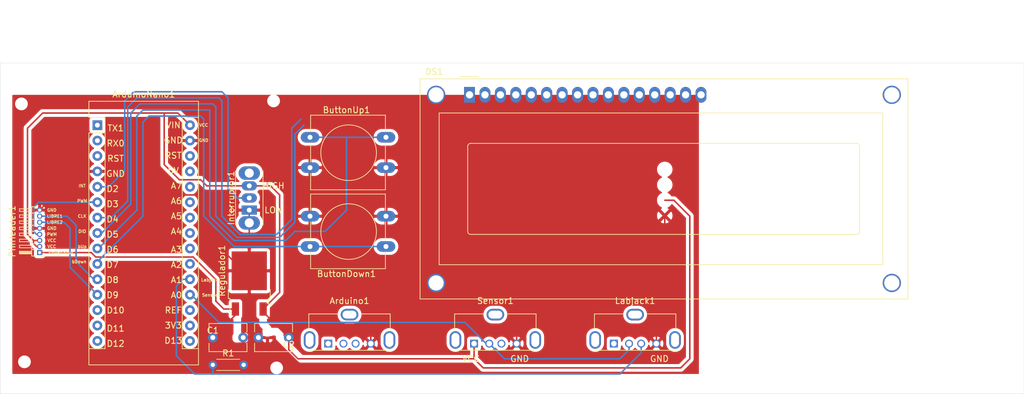
<source format=kicad_pcb>
(kicad_pcb (version 20171130) (host pcbnew 5.1.1-8be2ce7~80~ubuntu16.04.1)

  (general
    (thickness 1.6)
    (drawings 57)
    (tracks 182)
    (zones 0)
    (modules 22)
    (nets 46)
  )

  (page A4)
  (layers
    (0 F.Cu signal)
    (31 B.Cu signal)
    (32 B.Adhes user hide)
    (33 F.Adhes user hide)
    (34 B.Paste user hide)
    (35 F.Paste user hide)
    (36 B.SilkS user hide)
    (37 F.SilkS user)
    (38 B.Mask user hide)
    (39 F.Mask user hide)
    (40 Dwgs.User user hide)
    (41 Cmts.User user hide)
    (42 Eco1.User user hide)
    (43 Eco2.User user hide)
    (44 Edge.Cuts user)
    (45 Margin user hide)
    (46 B.CrtYd user hide)
    (47 F.CrtYd user)
    (48 B.Fab user hide)
    (49 F.Fab user hide)
  )

  (setup
    (last_trace_width 0.25)
    (trace_clearance 0.2)
    (zone_clearance 0.508)
    (zone_45_only no)
    (trace_min 0.1)
    (via_size 0.8)
    (via_drill 0.4)
    (via_min_size 0.2)
    (via_min_drill 0.3)
    (uvia_size 0.3)
    (uvia_drill 0.1)
    (uvias_allowed no)
    (uvia_min_size 0.2)
    (uvia_min_drill 0.1)
    (edge_width 0.05)
    (segment_width 0.2)
    (pcb_text_width 0.3)
    (pcb_text_size 1.5 1.5)
    (mod_edge_width 0.12)
    (mod_text_size 1 1)
    (mod_text_width 0.15)
    (pad_size 1.6 1.6)
    (pad_drill 0.8)
    (pad_to_mask_clearance 0.051)
    (solder_mask_min_width 0.25)
    (aux_axis_origin 31.5 97)
    (grid_origin 50 50)
    (visible_elements FFFFFF7F)
    (pcbplotparams
      (layerselection 0x010fc_ffffffff)
      (usegerberextensions false)
      (usegerberattributes false)
      (usegerberadvancedattributes false)
      (creategerberjobfile false)
      (excludeedgelayer true)
      (linewidth 0.100000)
      (plotframeref false)
      (viasonmask false)
      (mode 1)
      (useauxorigin false)
      (hpglpennumber 1)
      (hpglpenspeed 20)
      (hpglpendiameter 15.000000)
      (psnegative false)
      (psa4output false)
      (plotreference true)
      (plotvalue true)
      (plotinvisibletext false)
      (padsonsilk false)
      (subtractmaskfromsilk false)
      (outputformat 4)
      (mirror false)
      (drillshape 0)
      (scaleselection 1)
      (outputdirectory ""))
  )

  (net 0 "")
  (net 1 LabjackSensor)
  (net 2 GND)
  (net 3 LabjackSC)
  (net 4 Interruptor)
  (net 5 PWM)
  (net 6 ButtonUp)
  (net 7 ButtonDown)
  (net 8 porSiAca1)
  (net 9 Vcc)
  (net 10 "Net-(Arduino1-Pad5)")
  (net 11 USBD+)
  (net 12 USBD-)
  (net 13 USBVCC)
  (net 14 PowerInput)
  (net 15 "Net-(Labjack1-Pad1)")
  (net 16 "Net-(Labjack1-Pad5)")
  (net 17 "Net-(Sensor1-Pad3)")
  (net 18 "Net-(Sensor1-Pad5)")
  (net 19 porSiAca2)
  (net 20 "Net-(ArduinoNano1-Pad17)")
  (net 21 "Net-(ArduinoNano1-Pad2)")
  (net 22 "Net-(ArduinoNano1-Pad18)")
  (net 23 "Net-(ArduinoNano1-Pad3)")
  (net 24 "Net-(ArduinoNano1-Pad21)")
  (net 25 "Net-(ArduinoNano1-Pad22)")
  (net 26 "Net-(ArduinoNano1-Pad23)")
  (net 27 "Net-(ArduinoNano1-Pad24)")
  (net 28 "Net-(ArduinoNano1-Pad25)")
  (net 29 "Net-(ArduinoNano1-Pad26)")
  (net 30 "Net-(ArduinoNano1-Pad27)")
  (net 31 "Net-(ArduinoNano1-Pad28)")
  (net 32 "Net-(ArduinoNano1-Pad29)")
  (net 33 LCD6)
  (net 34 LCD4)
  (net 35 LCD5)
  (net 36 LCD14)
  (net 37 LCD13)
  (net 38 LCD12)
  (net 39 LCD11)
  (net 40 "Net-(DS1-Pad7)")
  (net 41 "Net-(DS1-Pad8)")
  (net 42 "Net-(DS1-Pad9)")
  (net 43 "Net-(DS1-Pad10)")
  (net 44 "Net-(DS1-Pad15)")
  (net 45 "Net-(DS1-Pad16)")

  (net_class Default "This is the default net class."
    (clearance 0.2)
    (trace_width 0.25)
    (via_dia 0.8)
    (via_drill 0.4)
    (uvia_dia 0.3)
    (uvia_drill 0.1)
    (add_net ButtonDown)
    (add_net ButtonUp)
    (add_net GND)
    (add_net Interruptor)
    (add_net LCD11)
    (add_net LCD12)
    (add_net LCD13)
    (add_net LCD14)
    (add_net LCD4)
    (add_net LCD5)
    (add_net LCD6)
    (add_net LabjackSC)
    (add_net LabjackSensor)
    (add_net "Net-(Arduino1-Pad5)")
    (add_net "Net-(ArduinoNano1-Pad17)")
    (add_net "Net-(ArduinoNano1-Pad18)")
    (add_net "Net-(ArduinoNano1-Pad2)")
    (add_net "Net-(ArduinoNano1-Pad21)")
    (add_net "Net-(ArduinoNano1-Pad22)")
    (add_net "Net-(ArduinoNano1-Pad23)")
    (add_net "Net-(ArduinoNano1-Pad24)")
    (add_net "Net-(ArduinoNano1-Pad25)")
    (add_net "Net-(ArduinoNano1-Pad26)")
    (add_net "Net-(ArduinoNano1-Pad27)")
    (add_net "Net-(ArduinoNano1-Pad28)")
    (add_net "Net-(ArduinoNano1-Pad29)")
    (add_net "Net-(ArduinoNano1-Pad3)")
    (add_net "Net-(DS1-Pad10)")
    (add_net "Net-(DS1-Pad15)")
    (add_net "Net-(DS1-Pad16)")
    (add_net "Net-(DS1-Pad7)")
    (add_net "Net-(DS1-Pad8)")
    (add_net "Net-(DS1-Pad9)")
    (add_net "Net-(Labjack1-Pad1)")
    (add_net "Net-(Labjack1-Pad5)")
    (add_net "Net-(Sensor1-Pad3)")
    (add_net "Net-(Sensor1-Pad5)")
    (add_net PWM)
    (add_net PowerInput)
    (add_net USBD+)
    (add_net USBD-)
    (add_net USBVCC)
    (add_net Vcc)
    (add_net porSiAca1)
    (add_net porSiAca2)
  )

  (module Capacitor_THT:C_Disc_D6.0mm_W4.4mm_P5.00mm (layer F.Cu) (tedit 5AE50EF0) (tstamp 5CB6DFCD)
    (at 76.5 92 180)
    (descr "C, Disc series, Radial, pin pitch=5.00mm, , diameter*width=6*4.4mm^2, Capacitor")
    (tags "C Disc series Radial pin pitch 5.00mm  diameter 6mm width 4.4mm Capacitor")
    (path /5CB64AC4)
    (fp_text reference C2 (at 0 -1.17) (layer F.SilkS)
      (effects (font (size 1 1) (thickness 0.15)))
    )
    (fp_text value 0.1uF (at 0 1.17) (layer F.Fab)
      (effects (font (size 1 1) (thickness 0.15)))
    )
    (fp_text user %R (at 0 0) (layer F.Fab)
      (effects (font (size 0.25 0.25) (thickness 0.04)))
    )
    (fp_line (start 6.05 -2.45) (end -1.05 -2.45) (layer F.CrtYd) (width 0.05))
    (fp_line (start 6.05 2.45) (end 6.05 -2.45) (layer F.CrtYd) (width 0.05))
    (fp_line (start -1.05 2.45) (end 6.05 2.45) (layer F.CrtYd) (width 0.05))
    (fp_line (start -1.05 -2.45) (end -1.05 2.45) (layer F.CrtYd) (width 0.05))
    (fp_line (start 5.62 0.925) (end 5.62 2.321) (layer F.SilkS) (width 0.12))
    (fp_line (start 5.62 -2.321) (end 5.62 -0.925) (layer F.SilkS) (width 0.12))
    (fp_line (start -0.62 0.925) (end -0.62 2.321) (layer F.SilkS) (width 0.12))
    (fp_line (start -0.62 -2.321) (end -0.62 -0.925) (layer F.SilkS) (width 0.12))
    (fp_line (start -0.62 2.321) (end 5.62 2.321) (layer F.SilkS) (width 0.12))
    (fp_line (start -0.62 -2.321) (end 5.62 -2.321) (layer F.SilkS) (width 0.12))
    (fp_line (start 5.5 -2.2) (end -0.5 -2.2) (layer F.Fab) (width 0.1))
    (fp_line (start 5.5 2.2) (end 5.5 -2.2) (layer F.Fab) (width 0.1))
    (fp_line (start -0.5 2.2) (end 5.5 2.2) (layer F.Fab) (width 0.1))
    (fp_line (start -0.5 -2.2) (end -0.5 2.2) (layer F.Fab) (width 0.1))
    (pad 2 thru_hole circle (at 5 0 180) (size 1.6 1.6) (drill 0.8) (layers *.Cu *.Mask)
      (net 2 GND))
    (pad 1 thru_hole circle (at 0 0 180) (size 1.6 1.6) (drill 0.8) (layers *.Cu *.Mask)
      (net 9 Vcc))
    (model ${KISYS3DMOD}/Capacitor_THT.3dshapes/C_Disc_D6.0mm_W4.4mm_P5.00mm.wrl
      (at (xyz 0 0 0))
      (scale (xyz 1 1 1))
      (rotate (xyz 0 0 0))
    )
  )

  (module Capacitor_THT:C_Disc_D6.0mm_W4.4mm_P5.00mm (layer F.Cu) (tedit 5AE50EF0) (tstamp 5CB6DFBE)
    (at 64 92)
    (descr "C, Disc series, Radial, pin pitch=5.00mm, , diameter*width=6*4.4mm^2, Capacitor")
    (tags "C Disc series Radial pin pitch 5.00mm  diameter 6mm width 4.4mm Capacitor")
    (path /5CB6387E)
    (fp_text reference C1 (at 0 -1.17) (layer F.SilkS)
      (effects (font (size 1 1) (thickness 0.15)))
    )
    (fp_text value 0.33uF (at 0 1.17) (layer F.Fab)
      (effects (font (size 1 1) (thickness 0.15)))
    )
    (fp_text user %R (at 0 0) (layer F.Fab)
      (effects (font (size 0.25 0.25) (thickness 0.04)))
    )
    (fp_line (start 6.05 -2.45) (end -1.05 -2.45) (layer F.CrtYd) (width 0.05))
    (fp_line (start 6.05 2.45) (end 6.05 -2.45) (layer F.CrtYd) (width 0.05))
    (fp_line (start -1.05 2.45) (end 6.05 2.45) (layer F.CrtYd) (width 0.05))
    (fp_line (start -1.05 -2.45) (end -1.05 2.45) (layer F.CrtYd) (width 0.05))
    (fp_line (start 5.62 0.925) (end 5.62 2.321) (layer F.SilkS) (width 0.12))
    (fp_line (start 5.62 -2.321) (end 5.62 -0.925) (layer F.SilkS) (width 0.12))
    (fp_line (start -0.62 0.925) (end -0.62 2.321) (layer F.SilkS) (width 0.12))
    (fp_line (start -0.62 -2.321) (end -0.62 -0.925) (layer F.SilkS) (width 0.12))
    (fp_line (start -0.62 2.321) (end 5.62 2.321) (layer F.SilkS) (width 0.12))
    (fp_line (start -0.62 -2.321) (end 5.62 -2.321) (layer F.SilkS) (width 0.12))
    (fp_line (start 5.5 -2.2) (end -0.5 -2.2) (layer F.Fab) (width 0.1))
    (fp_line (start 5.5 2.2) (end 5.5 -2.2) (layer F.Fab) (width 0.1))
    (fp_line (start -0.5 2.2) (end 5.5 2.2) (layer F.Fab) (width 0.1))
    (fp_line (start -0.5 -2.2) (end -0.5 2.2) (layer F.Fab) (width 0.1))
    (pad 2 thru_hole circle (at 5 0) (size 1.6 1.6) (drill 0.8) (layers *.Cu *.Mask)
      (net 2 GND))
    (pad 1 thru_hole circle (at 0 0) (size 1.6 1.6) (drill 0.8) (layers *.Cu *.Mask)
      (net 14 PowerInput))
    (model ${KISYS3DMOD}/Capacitor_THT.3dshapes/C_Disc_D6.0mm_W4.4mm_P5.00mm.wrl
      (at (xyz 0 0 0))
      (scale (xyz 1 1 1))
      (rotate (xyz 0 0 0))
    )
  )

  (module MountingHole:MountingHole_2.1mm (layer F.Cu) (tedit 5B924765) (tstamp 5CB7993C)
    (at 183.25 74.75)
    (descr "Mounting Hole 2.1mm, no annular")
    (tags "mounting hole 2.1mm no annular")
    (attr virtual)
    (fp_text reference REF** (at 0 -3.2) (layer F.SilkS) hide
      (effects (font (size 1 1) (thickness 0.15)))
    )
    (fp_text value MountingHole_2.1mm (at 0 3.2) (layer F.Fab)
      (effects (font (size 1 1) (thickness 0.15)))
    )
    (fp_text user %R (at 0.3 0) (layer F.Fab)
      (effects (font (size 1 1) (thickness 0.15)))
    )
    (fp_circle (center 0 0) (end 2.1 0) (layer Cmts.User) (width 0.15))
    (fp_circle (center 0 0) (end 2.35 0) (layer F.CrtYd) (width 0.05))
    (pad "" np_thru_hole circle (at 0 0) (size 2.1 2.1) (drill 2.1) (layers *.Cu *.Mask))
  )

  (module MountingHole:MountingHole_2.1mm (layer F.Cu) (tedit 5B924765) (tstamp 5CB7993C)
    (at 149.75 97.5)
    (descr "Mounting Hole 2.1mm, no annular")
    (tags "mounting hole 2.1mm no annular")
    (attr virtual)
    (fp_text reference REF** (at 0 -3.2) (layer F.SilkS) hide
      (effects (font (size 1 1) (thickness 0.15)))
    )
    (fp_text value MountingHole_2.1mm (at 0 3.2) (layer F.Fab)
      (effects (font (size 1 1) (thickness 0.15)))
    )
    (fp_text user %R (at 0.3 0) (layer F.Fab)
      (effects (font (size 1 1) (thickness 0.15)))
    )
    (fp_circle (center 0 0) (end 2.1 0) (layer Cmts.User) (width 0.15))
    (fp_circle (center 0 0) (end 2.35 0) (layer F.CrtYd) (width 0.05))
    (pad "" np_thru_hole circle (at 0 0) (size 2.1 2.1) (drill 2.1) (layers *.Cu *.Mask))
  )

  (module MountingHole:MountingHole_2.1mm (layer F.Cu) (tedit 5B924765) (tstamp 5CB7993C)
    (at 184 98)
    (descr "Mounting Hole 2.1mm, no annular")
    (tags "mounting hole 2.1mm no annular")
    (attr virtual)
    (fp_text reference REF** (at 0 -3.2) (layer F.SilkS) hide
      (effects (font (size 1 1) (thickness 0.15)))
    )
    (fp_text value MountingHole_2.1mm (at 0 3.2) (layer F.Fab)
      (effects (font (size 1 1) (thickness 0.15)))
    )
    (fp_text user %R (at 0.3 0) (layer F.Fab)
      (effects (font (size 1 1) (thickness 0.15)))
    )
    (fp_circle (center 0 0) (end 2.1 0) (layer Cmts.User) (width 0.15))
    (fp_circle (center 0 0) (end 2.35 0) (layer F.CrtYd) (width 0.05))
    (pad "" np_thru_hole circle (at 0 0) (size 2.1 2.1) (drill 2.1) (layers *.Cu *.Mask))
  )

  (module MountingHole:MountingHole_2.1mm (layer F.Cu) (tedit 5B924765) (tstamp 5CB7993C)
    (at 74.5 97)
    (descr "Mounting Hole 2.1mm, no annular")
    (tags "mounting hole 2.1mm no annular")
    (attr virtual)
    (fp_text reference REF** (at 0 -3.2) (layer F.SilkS) hide
      (effects (font (size 1 1) (thickness 0.15)))
    )
    (fp_text value MountingHole_2.1mm (at 0 3.2) (layer F.Fab)
      (effects (font (size 1 1) (thickness 0.15)))
    )
    (fp_text user %R (at 0.3 0) (layer F.Fab)
      (effects (font (size 1 1) (thickness 0.15)))
    )
    (fp_circle (center 0 0) (end 2.1 0) (layer Cmts.User) (width 0.15))
    (fp_circle (center 0 0) (end 2.35 0) (layer F.CrtYd) (width 0.05))
    (pad "" np_thru_hole circle (at 0 0) (size 2.1 2.1) (drill 2.1) (layers *.Cu *.Mask))
  )

  (module MountingHole:MountingHole_2.1mm (layer F.Cu) (tedit 5B924765) (tstamp 5CB7993C)
    (at 183 50.75)
    (descr "Mounting Hole 2.1mm, no annular")
    (tags "mounting hole 2.1mm no annular")
    (attr virtual)
    (fp_text reference REF** (at 0 -3.2) (layer F.SilkS) hide
      (effects (font (size 1 1) (thickness 0.15)))
    )
    (fp_text value MountingHole_2.1mm (at 0 3.2) (layer F.Fab)
      (effects (font (size 1 1) (thickness 0.15)))
    )
    (fp_text user %R (at 0.3 0) (layer F.Fab)
      (effects (font (size 1 1) (thickness 0.15)))
    )
    (fp_circle (center 0 0) (end 2.1 0) (layer Cmts.User) (width 0.15))
    (fp_circle (center 0 0) (end 2.35 0) (layer F.CrtYd) (width 0.05))
    (pad "" np_thru_hole circle (at 0 0) (size 2.1 2.1) (drill 2.1) (layers *.Cu *.Mask))
  )

  (module MountingHole:MountingHole_2.1mm (layer F.Cu) (tedit 5B924765) (tstamp 5CB7993C)
    (at 33 96)
    (descr "Mounting Hole 2.1mm, no annular")
    (tags "mounting hole 2.1mm no annular")
    (attr virtual)
    (fp_text reference REF** (at 0 -3.2) (layer F.SilkS) hide
      (effects (font (size 1 1) (thickness 0.15)))
    )
    (fp_text value MountingHole_2.1mm (at 0 3.2) (layer F.Fab)
      (effects (font (size 1 1) (thickness 0.15)))
    )
    (fp_text user %R (at 0.3 0) (layer F.Fab)
      (effects (font (size 1 1) (thickness 0.15)))
    )
    (fp_circle (center 0 0) (end 2.1 0) (layer Cmts.User) (width 0.15))
    (fp_circle (center 0 0) (end 2.35 0) (layer F.CrtYd) (width 0.05))
    (pad "" np_thru_hole circle (at 0 0) (size 2.1 2.1) (drill 2.1) (layers *.Cu *.Mask))
  )

  (module MountingHole:MountingHole_2.1mm (layer F.Cu) (tedit 5B924765) (tstamp 5CB7993C)
    (at 141.25 38.75)
    (descr "Mounting Hole 2.1mm, no annular")
    (tags "mounting hole 2.1mm no annular")
    (attr virtual)
    (fp_text reference REF** (at 0 -3.2) (layer F.SilkS) hide
      (effects (font (size 1 1) (thickness 0.15)))
    )
    (fp_text value MountingHole_2.1mm (at 0 3.2) (layer F.Fab)
      (effects (font (size 1 1) (thickness 0.15)))
    )
    (fp_text user %R (at 0.3 0) (layer F.Fab)
      (effects (font (size 1 1) (thickness 0.15)))
    )
    (fp_circle (center 0 0) (end 2.1 0) (layer Cmts.User) (width 0.15))
    (fp_circle (center 0 0) (end 2.35 0) (layer F.CrtYd) (width 0.05))
    (pad "" np_thru_hole circle (at 0 0) (size 2.1 2.1) (drill 2.1) (layers *.Cu *.Mask))
  )

  (module MountingHole:MountingHole_2.1mm (layer F.Cu) (tedit 5B924765) (tstamp 5CB7993C)
    (at 32.5 53.5)
    (descr "Mounting Hole 2.1mm, no annular")
    (tags "mounting hole 2.1mm no annular")
    (attr virtual)
    (fp_text reference REF** (at 0 -3.2) (layer F.SilkS) hide
      (effects (font (size 1 1) (thickness 0.15)))
    )
    (fp_text value MountingHole_2.1mm (at 0 3.2) (layer F.Fab)
      (effects (font (size 1 1) (thickness 0.15)))
    )
    (fp_text user %R (at 0.3 0) (layer F.Fab)
      (effects (font (size 1 1) (thickness 0.15)))
    )
    (fp_circle (center 0 0) (end 2.1 0) (layer Cmts.User) (width 0.15))
    (fp_circle (center 0 0) (end 2.35 0) (layer F.CrtYd) (width 0.05))
    (pad "" np_thru_hole circle (at 0 0) (size 2.1 2.1) (drill 2.1) (layers *.Cu *.Mask))
  )

  (module MountingHole:MountingHole_2.1mm (layer F.Cu) (tedit 5B924765) (tstamp 5CB7991E)
    (at 74 53)
    (descr "Mounting Hole 2.1mm, no annular")
    (tags "mounting hole 2.1mm no annular")
    (attr virtual)
    (fp_text reference REF** (at 0 -3.2) (layer F.SilkS) hide
      (effects (font (size 1 1) (thickness 0.15)))
    )
    (fp_text value MountingHole_2.1mm (at 0 3.2) (layer F.Fab)
      (effects (font (size 1 1) (thickness 0.15)))
    )
    (fp_circle (center 0 0) (end 2.35 0) (layer F.CrtYd) (width 0.05))
    (fp_circle (center 0 0) (end 2.1 0) (layer Cmts.User) (width 0.15))
    (fp_text user %R (at 0.3 0) (layer F.Fab)
      (effects (font (size 1 1) (thickness 0.15)))
    )
    (pad "" np_thru_hole circle (at 0 0) (size 2.1 2.1) (drill 2.1) (layers *.Cu *.Mask))
  )

  (module Module:Arduino_Nano (layer F.Cu) (tedit 5CB724E8) (tstamp 5CB6DF93)
    (at 45 57)
    (descr "Arduino Nano, http://www.mouser.com/pdfdocs/Gravitech_Arduino_Nano3_0.pdf")
    (tags "Arduino Nano")
    (path /5CB65795)
    (fp_text reference ArduinoNano1 (at 7.62 -5.08) (layer F.SilkS)
      (effects (font (size 1 1) (thickness 0.15)))
    )
    (fp_text value Arduino_Nano_v3.x (at 8.89 19.05 90) (layer F.Fab)
      (effects (font (size 1 1) (thickness 0.15)))
    )
    (fp_text user %R (at 6.35 19.05 90) (layer F.Fab)
      (effects (font (size 1 1) (thickness 0.15)))
    )
    (fp_line (start 1.27 1.27) (end 1.27 -1.27) (layer F.SilkS) (width 0.12))
    (fp_line (start 1.27 -1.27) (end -1.4 -1.27) (layer F.SilkS) (width 0.12))
    (fp_line (start -1.4 1.27) (end -1.4 39.5) (layer F.SilkS) (width 0.12))
    (fp_line (start -1.4 -3.94) (end -1.4 -1.27) (layer F.SilkS) (width 0.12))
    (fp_line (start 13.97 -1.27) (end 16.64 -1.27) (layer F.SilkS) (width 0.12))
    (fp_line (start 13.97 -1.27) (end 13.97 36.83) (layer F.SilkS) (width 0.12))
    (fp_line (start 13.97 36.83) (end 16.64 36.83) (layer F.SilkS) (width 0.12))
    (fp_line (start 1.27 1.27) (end -1.4 1.27) (layer F.SilkS) (width 0.12))
    (fp_line (start 1.27 1.27) (end 1.27 36.83) (layer F.SilkS) (width 0.12))
    (fp_line (start 1.27 36.83) (end -1.4 36.83) (layer F.SilkS) (width 0.12))
    (fp_line (start 3.81 31.75) (end 11.43 31.75) (layer F.Fab) (width 0.1))
    (fp_line (start 11.43 31.75) (end 11.43 41.91) (layer F.Fab) (width 0.1))
    (fp_line (start 11.43 41.91) (end 3.81 41.91) (layer F.Fab) (width 0.1))
    (fp_line (start 3.81 41.91) (end 3.81 31.75) (layer F.Fab) (width 0.1))
    (fp_line (start -1.4 39.5) (end 16.64 39.5) (layer F.SilkS) (width 0.12))
    (fp_line (start 16.64 39.5) (end 16.64 -3.94) (layer F.SilkS) (width 0.12))
    (fp_line (start 16.64 -3.94) (end -1.4 -3.94) (layer F.SilkS) (width 0.12))
    (fp_line (start 16.51 39.37) (end -1.27 39.37) (layer F.Fab) (width 0.1))
    (fp_line (start -1.27 39.37) (end -1.27 -2.54) (layer F.Fab) (width 0.1))
    (fp_line (start -1.27 -2.54) (end 0 -3.81) (layer F.Fab) (width 0.1))
    (fp_line (start 0 -3.81) (end 16.51 -3.81) (layer F.Fab) (width 0.1))
    (fp_line (start 16.51 -3.81) (end 16.51 39.37) (layer F.Fab) (width 0.1))
    (fp_line (start -1.53 -4.06) (end 16.75 -4.06) (layer F.CrtYd) (width 0.05))
    (fp_line (start -1.53 -4.06) (end -1.53 42.16) (layer F.CrtYd) (width 0.05))
    (fp_line (start 16.75 42.16) (end 16.75 -4.06) (layer F.CrtYd) (width 0.05))
    (fp_line (start 16.75 42.16) (end -1.53 42.16) (layer F.CrtYd) (width 0.05))
    (pad 1 thru_hole rect (at 0 0) (size 1.6 1.6) (drill 0.8) (layers *.Cu *.Mask)
      (net 33 LCD6))
    (pad 17 thru_hole oval (at 15.24 33.02) (size 1.6 1.6) (drill 0.8) (layers *.Cu *.Mask)
      (net 20 "Net-(ArduinoNano1-Pad17)"))
    (pad 2 thru_hole oval (at 0 2.54) (size 1.6 1.6) (drill 0.8) (layers *.Cu *.Mask)
      (net 21 "Net-(ArduinoNano1-Pad2)"))
    (pad 18 thru_hole oval (at 15.24 30.48) (size 1.6 1.6) (drill 0.8) (layers *.Cu *.Mask)
      (net 22 "Net-(ArduinoNano1-Pad18)"))
    (pad 3 thru_hole oval (at 0 5.08) (size 1.6 1.6) (drill 0.8) (layers *.Cu *.Mask)
      (net 23 "Net-(ArduinoNano1-Pad3)"))
    (pad 19 thru_hole oval (at 15.24 27.94) (size 1.6 1.6) (drill 0.8) (layers *.Cu *.Mask)
      (net 1 LabjackSensor))
    (pad 4 thru_hole oval (at 0 7.62) (size 1.6 1.6) (drill 0.8) (layers *.Cu *.Mask)
      (net 2 GND))
    (pad 20 thru_hole oval (at 15.24 25.4) (size 1.6 1.6) (drill 0.8) (layers *.Cu *.Mask)
      (net 3 LabjackSC))
    (pad 5 thru_hole oval (at 0 10.16) (size 1.6 1.6) (drill 0.8) (layers *.Cu *.Mask)
      (net 4 Interruptor))
    (pad 21 thru_hole oval (at 15.24 22.86) (size 1.6 1.6) (drill 0.8) (layers *.Cu *.Mask)
      (net 24 "Net-(ArduinoNano1-Pad21)"))
    (pad 6 thru_hole oval (at 0 12.7) (size 1.6 1.6) (drill 0.8) (layers *.Cu *.Mask)
      (net 5 PWM))
    (pad 22 thru_hole oval (at 15.24 20.32) (size 1.6 1.6) (drill 0.8) (layers *.Cu *.Mask)
      (net 25 "Net-(ArduinoNano1-Pad22)"))
    (pad 7 thru_hole oval (at 0 15.24) (size 1.6 1.6) (drill 0.8) (layers *.Cu *.Mask)
      (net 34 LCD4))
    (pad 23 thru_hole oval (at 15.24 17.78) (size 1.6 1.6) (drill 0.8) (layers *.Cu *.Mask)
      (net 26 "Net-(ArduinoNano1-Pad23)"))
    (pad 8 thru_hole oval (at 0 17.78) (size 1.6 1.6) (drill 0.8) (layers *.Cu *.Mask)
      (net 35 LCD5))
    (pad 24 thru_hole oval (at 15.24 15.24) (size 1.6 1.6) (drill 0.8) (layers *.Cu *.Mask)
      (net 27 "Net-(ArduinoNano1-Pad24)"))
    (pad 9 thru_hole oval (at 0 20.32) (size 1.6 1.6) (drill 0.8) (layers *.Cu *.Mask)
      (net 6 ButtonUp))
    (pad 25 thru_hole oval (at 15.24 12.7) (size 1.6 1.6) (drill 0.8) (layers *.Cu *.Mask)
      (net 28 "Net-(ArduinoNano1-Pad25)"))
    (pad 10 thru_hole oval (at 0 22.86) (size 1.6 1.6) (drill 0.8) (layers *.Cu *.Mask)
      (net 7 ButtonDown))
    (pad 26 thru_hole oval (at 15.24 10.16) (size 1.6 1.6) (drill 0.8) (layers *.Cu *.Mask)
      (net 29 "Net-(ArduinoNano1-Pad26)"))
    (pad 11 thru_hole oval (at 0 25.4) (size 1.6 1.6) (drill 0.8) (layers *.Cu *.Mask)
      (net 8 porSiAca1))
    (pad 27 thru_hole oval (at 15.24 7.62) (size 1.6 1.6) (drill 0.8) (layers *.Cu *.Mask)
      (net 30 "Net-(ArduinoNano1-Pad27)"))
    (pad 12 thru_hole oval (at 0 27.94) (size 1.6 1.6) (drill 0.8) (layers *.Cu *.Mask)
      (net 19 porSiAca2))
    (pad 28 thru_hole oval (at 15.24 5.08) (size 1.6 1.6) (drill 0.8) (layers *.Cu *.Mask)
      (net 31 "Net-(ArduinoNano1-Pad28)"))
    (pad 13 thru_hole oval (at 0 30.48) (size 1.6 1.6) (drill 0.8) (layers *.Cu *.Mask)
      (net 36 LCD14))
    (pad 29 thru_hole oval (at 15.24 2.54) (size 1.6 1.6) (drill 0.8) (layers *.Cu *.Mask)
      (net 32 "Net-(ArduinoNano1-Pad29)"))
    (pad 14 thru_hole oval (at 0 33.02) (size 1.6 1.6) (drill 0.8) (layers *.Cu *.Mask)
      (net 37 LCD13))
    (pad 30 thru_hole oval (at 15.24 0) (size 1.6 1.6) (drill 0.8) (layers *.Cu *.Mask)
      (net 9 Vcc))
    (pad 15 thru_hole oval (at 0 35.56) (size 1.6 1.6) (drill 0.8) (layers *.Cu *.Mask)
      (net 38 LCD12))
    (pad 16 thru_hole oval (at 15.24 35.56) (size 1.6 1.6) (drill 0.8) (layers *.Cu *.Mask)
      (net 39 LCD11))
    (model ${KISYS3DMOD}/Module.3dshapes/Arduino_Nano_WithMountingHoles.wrl
      (at (xyz 0 0 0))
      (scale (xyz 1 1 1))
      (rotate (xyz 0 0 0))
    )
  )

  (module Connector_USB:USB_A_Molex_105057_Vertical (layer F.Cu) (tedit 5C671087) (tstamp 5CB6DFAF)
    (at 83 93)
    (descr https://www.molex.com/pdm_docs/sd/1050570001_sd.pdf)
    (tags "USB A Vertical")
    (path /5CB84344)
    (fp_text reference Arduino1 (at 3.5 -7.05) (layer F.SilkS)
      (effects (font (size 1 1) (thickness 0.15)))
    )
    (fp_text value USB_A (at 3.5 2.4) (layer F.Fab)
      (effects (font (size 1 1) (thickness 0.15)))
    )
    (fp_line (start 10.2 1.1) (end -3.2 1.1) (layer F.SilkS) (width 0.12))
    (fp_line (start 10.2 -4.9) (end 5.25 -4.9) (layer F.SilkS) (width 0.12))
    (fp_line (start 10.2 -4.9) (end 10.2 -2.3) (layer F.SilkS) (width 0.12))
    (fp_line (start -3.2 -4.9) (end -3.2 -2.3) (layer F.SilkS) (width 0.12))
    (fp_line (start -3.2 -4.9) (end 1.75 -4.9) (layer F.SilkS) (width 0.12))
    (fp_line (start 10.05 0.96) (end 0.65 0.96) (layer F.Fab) (width 0.1))
    (fp_line (start -0.65 0.96) (end -3.05 0.96) (layer F.Fab) (width 0.1))
    (fp_line (start 0 0.2) (end 0.65 0.96) (layer F.Fab) (width 0.1))
    (fp_line (start -0.65 0.96) (end 0 0.2) (layer F.Fab) (width 0.1))
    (fp_line (start -4.52 -6.23) (end 11.52 -6.23) (layer F.CrtYd) (width 0.05))
    (fp_line (start -4.52 1.46) (end -4.52 -6.23) (layer F.CrtYd) (width 0.05))
    (fp_line (start 11.52 1.46) (end -4.52 1.46) (layer F.CrtYd) (width 0.05))
    (fp_line (start 11.52 -6.23) (end 11.52 1.46) (layer F.CrtYd) (width 0.05))
    (fp_line (start -3.05 0.96) (end -3.05 -4.76) (layer F.Fab) (width 0.1))
    (fp_line (start 10.05 -4.76) (end 10.05 0.96) (layer F.Fab) (width 0.1))
    (fp_line (start -3.05 -4.76) (end 10.05 -4.76) (layer F.Fab) (width 0.1))
    (fp_text user %R (at 3.45 -2.15) (layer F.Fab)
      (effects (font (size 1 1) (thickness 0.15)))
    )
    (pad 5 thru_hole oval (at 3.5 -4.78 90) (size 1.9 2.9) (drill oval 1.3 2.3) (layers *.Cu *.Mask)
      (net 10 "Net-(Arduino1-Pad5)"))
    (pad 5 thru_hole oval (at 10.07 -0.6) (size 1.9 2.9) (drill oval 1.3 2.3) (layers *.Cu *.Mask)
      (net 10 "Net-(Arduino1-Pad5)"))
    (pad 5 thru_hole oval (at -3.07 -0.6 180) (size 1.9 2.9) (drill oval 1.3 2.3) (layers *.Cu *.Mask)
      (net 10 "Net-(Arduino1-Pad5)"))
    (pad 4 thru_hole circle (at 7 0) (size 1.3 1.3) (drill 0.9) (layers *.Cu *.Mask)
      (net 2 GND))
    (pad 3 thru_hole circle (at 4.5 0) (size 1.3 1.3) (drill 0.9) (layers *.Cu *.Mask)
      (net 11 USBD+))
    (pad 2 thru_hole circle (at 2.5 0) (size 1.3 1.3) (drill 0.9) (layers *.Cu *.Mask)
      (net 12 USBD-))
    (pad 1 thru_hole rect (at 0 0) (size 1.3 1.3) (drill 0.9) (layers *.Cu *.Mask)
      (net 13 USBVCC))
    (model ${KISYS3DMOD}/Connector_USB.3dshapes/USB_A_Molex_105057_Vertical.wrl
      (at (xyz 0 0 0))
      (scale (xyz 1 1 1))
      (rotate (xyz 0 0 0))
    )
  )

  (module Connector_USB:USB_A_Molex_105057_Vertical (layer F.Cu) (tedit 5C671087) (tstamp 5CB6DFE9)
    (at 130 93)
    (descr https://www.molex.com/pdm_docs/sd/1050570001_sd.pdf)
    (tags "USB A Vertical")
    (path /5CB8D2B0)
    (fp_text reference Labjack1 (at 3.5 -7.05) (layer F.SilkS)
      (effects (font (size 1 1) (thickness 0.15)))
    )
    (fp_text value USB_A (at 3.5 2.4) (layer F.Fab)
      (effects (font (size 1 1) (thickness 0.15)))
    )
    (fp_text user %R (at 3.45 -2.15) (layer F.Fab)
      (effects (font (size 1 1) (thickness 0.15)))
    )
    (fp_line (start -3.05 -4.76) (end 10.05 -4.76) (layer F.Fab) (width 0.1))
    (fp_line (start 10.05 -4.76) (end 10.05 0.96) (layer F.Fab) (width 0.1))
    (fp_line (start -3.05 0.96) (end -3.05 -4.76) (layer F.Fab) (width 0.1))
    (fp_line (start 11.52 -6.23) (end 11.52 1.46) (layer F.CrtYd) (width 0.05))
    (fp_line (start 11.52 1.46) (end -4.52 1.46) (layer F.CrtYd) (width 0.05))
    (fp_line (start -4.52 1.46) (end -4.52 -6.23) (layer F.CrtYd) (width 0.05))
    (fp_line (start -4.52 -6.23) (end 11.52 -6.23) (layer F.CrtYd) (width 0.05))
    (fp_line (start -0.65 0.96) (end 0 0.2) (layer F.Fab) (width 0.1))
    (fp_line (start 0 0.2) (end 0.65 0.96) (layer F.Fab) (width 0.1))
    (fp_line (start -0.65 0.96) (end -3.05 0.96) (layer F.Fab) (width 0.1))
    (fp_line (start 10.05 0.96) (end 0.65 0.96) (layer F.Fab) (width 0.1))
    (fp_line (start -3.2 -4.9) (end 1.75 -4.9) (layer F.SilkS) (width 0.12))
    (fp_line (start -3.2 -4.9) (end -3.2 -2.3) (layer F.SilkS) (width 0.12))
    (fp_line (start 10.2 -4.9) (end 10.2 -2.3) (layer F.SilkS) (width 0.12))
    (fp_line (start 10.2 -4.9) (end 5.25 -4.9) (layer F.SilkS) (width 0.12))
    (fp_line (start 10.2 1.1) (end -3.2 1.1) (layer F.SilkS) (width 0.12))
    (pad 1 thru_hole rect (at 0 0) (size 1.3 1.3) (drill 0.9) (layers *.Cu *.Mask)
      (net 15 "Net-(Labjack1-Pad1)"))
    (pad 2 thru_hole circle (at 2.5 0) (size 1.3 1.3) (drill 0.9) (layers *.Cu *.Mask)
      (net 1 LabjackSensor))
    (pad 3 thru_hole circle (at 4.5 0) (size 1.3 1.3) (drill 0.9) (layers *.Cu *.Mask)
      (net 3 LabjackSC))
    (pad 4 thru_hole circle (at 7 0) (size 1.3 1.3) (drill 0.9) (layers *.Cu *.Mask)
      (net 2 GND))
    (pad 5 thru_hole oval (at -3.07 -0.6 180) (size 1.9 2.9) (drill oval 1.3 2.3) (layers *.Cu *.Mask)
      (net 16 "Net-(Labjack1-Pad5)"))
    (pad 5 thru_hole oval (at 10.07 -0.6) (size 1.9 2.9) (drill oval 1.3 2.3) (layers *.Cu *.Mask)
      (net 16 "Net-(Labjack1-Pad5)"))
    (pad 5 thru_hole oval (at 3.5 -4.78 90) (size 1.9 2.9) (drill oval 1.3 2.3) (layers *.Cu *.Mask)
      (net 16 "Net-(Labjack1-Pad5)"))
    (model ${KISYS3DMOD}/Connector_USB.3dshapes/USB_A_Molex_105057_Vertical.wrl
      (at (xyz 0 0 0))
      (scale (xyz 1 1 1))
      (rotate (xyz 0 0 0))
    )
  )

  (module Connector_USB:USB_A_Molex_105057_Vertical (layer F.Cu) (tedit 5C671087) (tstamp 5CB6E005)
    (at 107 93)
    (descr https://www.molex.com/pdm_docs/sd/1050570001_sd.pdf)
    (tags "USB A Vertical")
    (path /5CB8BD53)
    (fp_text reference Sensor1 (at 3.5 -7.05) (layer F.SilkS)
      (effects (font (size 1 1) (thickness 0.15)))
    )
    (fp_text value USB_A (at 3.5 2.4) (layer F.Fab)
      (effects (font (size 1 1) (thickness 0.15)))
    )
    (fp_text user %R (at 3.45 -2.15) (layer F.Fab)
      (effects (font (size 1 1) (thickness 0.15)))
    )
    (fp_line (start -3.05 -4.76) (end 10.05 -4.76) (layer F.Fab) (width 0.1))
    (fp_line (start 10.05 -4.76) (end 10.05 0.96) (layer F.Fab) (width 0.1))
    (fp_line (start -3.05 0.96) (end -3.05 -4.76) (layer F.Fab) (width 0.1))
    (fp_line (start 11.52 -6.23) (end 11.52 1.46) (layer F.CrtYd) (width 0.05))
    (fp_line (start 11.52 1.46) (end -4.52 1.46) (layer F.CrtYd) (width 0.05))
    (fp_line (start -4.52 1.46) (end -4.52 -6.23) (layer F.CrtYd) (width 0.05))
    (fp_line (start -4.52 -6.23) (end 11.52 -6.23) (layer F.CrtYd) (width 0.05))
    (fp_line (start -0.65 0.96) (end 0 0.2) (layer F.Fab) (width 0.1))
    (fp_line (start 0 0.2) (end 0.65 0.96) (layer F.Fab) (width 0.1))
    (fp_line (start -0.65 0.96) (end -3.05 0.96) (layer F.Fab) (width 0.1))
    (fp_line (start 10.05 0.96) (end 0.65 0.96) (layer F.Fab) (width 0.1))
    (fp_line (start -3.2 -4.9) (end 1.75 -4.9) (layer F.SilkS) (width 0.12))
    (fp_line (start -3.2 -4.9) (end -3.2 -2.3) (layer F.SilkS) (width 0.12))
    (fp_line (start 10.2 -4.9) (end 10.2 -2.3) (layer F.SilkS) (width 0.12))
    (fp_line (start 10.2 -4.9) (end 5.25 -4.9) (layer F.SilkS) (width 0.12))
    (fp_line (start 10.2 1.1) (end -3.2 1.1) (layer F.SilkS) (width 0.12))
    (pad 1 thru_hole rect (at 0 0) (size 1.3 1.3) (drill 0.9) (layers *.Cu *.Mask)
      (net 9 Vcc))
    (pad 2 thru_hole circle (at 2.5 0) (size 1.3 1.3) (drill 0.9) (layers *.Cu *.Mask)
      (net 1 LabjackSensor))
    (pad 3 thru_hole circle (at 4.5 0) (size 1.3 1.3) (drill 0.9) (layers *.Cu *.Mask)
      (net 17 "Net-(Sensor1-Pad3)"))
    (pad 4 thru_hole circle (at 7 0) (size 1.3 1.3) (drill 0.9) (layers *.Cu *.Mask)
      (net 2 GND))
    (pad 5 thru_hole oval (at -3.07 -0.6 180) (size 1.9 2.9) (drill oval 1.3 2.3) (layers *.Cu *.Mask)
      (net 18 "Net-(Sensor1-Pad5)"))
    (pad 5 thru_hole oval (at 10.07 -0.6) (size 1.9 2.9) (drill oval 1.3 2.3) (layers *.Cu *.Mask)
      (net 18 "Net-(Sensor1-Pad5)"))
    (pad 5 thru_hole oval (at 3.5 -4.78 90) (size 1.9 2.9) (drill oval 1.3 2.3) (layers *.Cu *.Mask)
      (net 18 "Net-(Sensor1-Pad5)"))
    (model ${KISYS3DMOD}/Connector_USB.3dshapes/USB_A_Molex_105057_Vertical.wrl
      (at (xyz 0 0 0))
      (scale (xyz 1 1 1))
      (rotate (xyz 0 0 0))
    )
  )

  (module Button_Switch_THT:SW_PUSH-12mm (layer F.Cu) (tedit 5A02FE31) (tstamp 5CB6E01F)
    (at 80 59)
    (descr "SW PUSH 12mm https://www.e-switch.com/system/asset/product_line/data_sheet/143/TL1100.pdf")
    (tags "tact sw push 12mm")
    (path /5CB58EDF)
    (fp_text reference ButtonUp1 (at 6 -4.5) (layer F.SilkS)
      (effects (font (size 1 1) (thickness 0.15)))
    )
    (fp_text value SW_Push (at 6.62 9.93) (layer F.Fab)
      (effects (font (size 1 1) (thickness 0.15)))
    )
    (fp_line (start 0.25 8.5) (end 12.25 8.5) (layer F.Fab) (width 0.1))
    (fp_line (start 0.25 -3.5) (end 12.25 -3.5) (layer F.Fab) (width 0.1))
    (fp_line (start 12.25 -3.5) (end 12.25 8.5) (layer F.Fab) (width 0.1))
    (fp_text user %R (at 6.35 2.54) (layer F.Fab)
      (effects (font (size 1 1) (thickness 0.15)))
    )
    (fp_line (start 0.1 -3.65) (end 12.4 -3.65) (layer F.SilkS) (width 0.12))
    (fp_line (start 12.4 0.93) (end 12.4 4.07) (layer F.SilkS) (width 0.12))
    (fp_line (start 12.4 8.65) (end 0.1 8.65) (layer F.SilkS) (width 0.12))
    (fp_line (start 0.1 -0.93) (end 0.1 -3.65) (layer F.SilkS) (width 0.12))
    (fp_line (start -1.77 -3.75) (end 14.25 -3.75) (layer F.CrtYd) (width 0.05))
    (fp_line (start -1.77 -3.75) (end -1.77 8.75) (layer F.CrtYd) (width 0.05))
    (fp_line (start 14.25 8.75) (end 14.25 -3.75) (layer F.CrtYd) (width 0.05))
    (fp_line (start 14.25 8.75) (end -1.77 8.75) (layer F.CrtYd) (width 0.05))
    (fp_circle (center 6.35 2.54) (end 10.16 5.08) (layer F.SilkS) (width 0.12))
    (fp_line (start 0.25 -3.5) (end 0.25 8.5) (layer F.Fab) (width 0.1))
    (fp_line (start 0.1 8.65) (end 0.1 5.93) (layer F.SilkS) (width 0.12))
    (fp_line (start 0.1 4.07) (end 0.1 0.93) (layer F.SilkS) (width 0.12))
    (fp_line (start 12.4 5.93) (end 12.4 8.65) (layer F.SilkS) (width 0.12))
    (fp_line (start 12.4 -3.65) (end 12.4 -0.93) (layer F.SilkS) (width 0.12))
    (pad 1 thru_hole oval (at 12.5 0) (size 3.048 1.7272) (drill 0.8128) (layers *.Cu *.Mask)
      (net 6 ButtonUp))
    (pad 2 thru_hole oval (at 12.5 5) (size 3.048 1.7272) (drill 0.8128) (layers *.Cu *.Mask)
      (net 2 GND))
    (pad 1 thru_hole oval (at 0 0) (size 3.048 1.7272) (drill 0.8128) (layers *.Cu *.Mask)
      (net 6 ButtonUp))
    (pad 2 thru_hole oval (at 0 5) (size 3.048 1.7272) (drill 0.8128) (layers *.Cu *.Mask)
      (net 2 GND))
    (model ${KISYS3DMOD}/Button_Switch_THT.3dshapes/SW_PUSH-12mm.wrl
      (at (xyz 0 0 0))
      (scale (xyz 1 1 1))
      (rotate (xyz 0 0 0))
    )
  )

  (module Button_Switch_THT:SW_PUSH-12mm (layer F.Cu) (tedit 5A02FE31) (tstamp 5CB6E039)
    (at 80 72)
    (descr "SW PUSH 12mm https://www.e-switch.com/system/asset/product_line/data_sheet/143/TL1100.pdf")
    (tags "tact sw push 12mm")
    (path /5CB5952F)
    (fp_text reference ButtonDown1 (at 6 9.5) (layer F.SilkS)
      (effects (font (size 1 1) (thickness 0.15)))
    )
    (fp_text value SW_Push (at 6.62 9.93) (layer F.Fab)
      (effects (font (size 1 1) (thickness 0.15)))
    )
    (fp_line (start 12.4 -3.65) (end 12.4 -0.93) (layer F.SilkS) (width 0.12))
    (fp_line (start 12.4 5.93) (end 12.4 8.65) (layer F.SilkS) (width 0.12))
    (fp_line (start 0.1 4.07) (end 0.1 0.93) (layer F.SilkS) (width 0.12))
    (fp_line (start 0.1 8.65) (end 0.1 5.93) (layer F.SilkS) (width 0.12))
    (fp_line (start 0.25 -3.5) (end 0.25 8.5) (layer F.Fab) (width 0.1))
    (fp_circle (center 6.35 2.54) (end 10.16 5.08) (layer F.SilkS) (width 0.12))
    (fp_line (start 14.25 8.75) (end -1.77 8.75) (layer F.CrtYd) (width 0.05))
    (fp_line (start 14.25 8.75) (end 14.25 -3.75) (layer F.CrtYd) (width 0.05))
    (fp_line (start -1.77 -3.75) (end -1.77 8.75) (layer F.CrtYd) (width 0.05))
    (fp_line (start -1.77 -3.75) (end 14.25 -3.75) (layer F.CrtYd) (width 0.05))
    (fp_line (start 0.1 -0.93) (end 0.1 -3.65) (layer F.SilkS) (width 0.12))
    (fp_line (start 12.4 8.65) (end 0.1 8.65) (layer F.SilkS) (width 0.12))
    (fp_line (start 12.4 0.93) (end 12.4 4.07) (layer F.SilkS) (width 0.12))
    (fp_line (start 0.1 -3.65) (end 12.4 -3.65) (layer F.SilkS) (width 0.12))
    (fp_text user %R (at 6.35 2.54) (layer F.Fab)
      (effects (font (size 1 1) (thickness 0.15)))
    )
    (fp_line (start 12.25 -3.5) (end 12.25 8.5) (layer F.Fab) (width 0.1))
    (fp_line (start 0.25 -3.5) (end 12.25 -3.5) (layer F.Fab) (width 0.1))
    (fp_line (start 0.25 8.5) (end 12.25 8.5) (layer F.Fab) (width 0.1))
    (pad 2 thru_hole oval (at 0 5) (size 3.048 1.7272) (drill 0.8128) (layers *.Cu *.Mask)
      (net 7 ButtonDown))
    (pad 1 thru_hole oval (at 0 0) (size 3.048 1.7272) (drill 0.8128) (layers *.Cu *.Mask)
      (net 2 GND))
    (pad 2 thru_hole oval (at 12.5 5) (size 3.048 1.7272) (drill 0.8128) (layers *.Cu *.Mask)
      (net 7 ButtonDown))
    (pad 1 thru_hole oval (at 12.5 0) (size 3.048 1.7272) (drill 0.8128) (layers *.Cu *.Mask)
      (net 2 GND))
    (model ${KISYS3DMOD}/Button_Switch_THT.3dshapes/SW_PUSH-12mm.wrl
      (at (xyz 0 0 0))
      (scale (xyz 1 1 1))
      (rotate (xyz 0 0 0))
    )
  )

  (module Button_Switch_THT:SW_Slide_1P2T_CK_OS102011MS2Q (layer F.Cu) (tedit 5C5044D5) (tstamp 5CB6E05E)
    (at 70 71 90)
    (descr "CuK miniature slide switch, OS series, SPDT, https://www.ckswitches.com/media/1428/os.pdf")
    (tags "switch SPDT")
    (path /5CB7F2DA)
    (fp_text reference Interruptor1 (at 2 -2.99 90) (layer F.SilkS)
      (effects (font (size 1 1) (thickness 0.15)))
    )
    (fp_text value SW_SPDT (at 2 3 90) (layer F.Fab)
      (effects (font (size 1 1) (thickness 0.15)))
    )
    (fp_line (start 0.5 -2.15) (end 6.3 -2.15) (layer F.Fab) (width 0.1))
    (fp_line (start 6.3 -2.15) (end 6.3 2.15) (layer F.Fab) (width 0.1))
    (fp_line (start 6.3 2.15) (end -2.3 2.15) (layer F.Fab) (width 0.1))
    (fp_line (start -2.3 2.15) (end -2.3 -2.15) (layer F.Fab) (width 0.1))
    (fp_line (start 0 -1) (end 4 -1) (layer F.Fab) (width 0.1))
    (fp_line (start 4 -1) (end 4 1) (layer F.Fab) (width 0.1))
    (fp_line (start 0 1) (end 4 1) (layer F.Fab) (width 0.1))
    (fp_line (start 0 -1) (end 0 1) (layer F.Fab) (width 0.1))
    (fp_line (start 0.66 -1) (end 0.66 1) (layer F.Fab) (width 0.1))
    (fp_line (start 1.34 -1) (end 1.34 1) (layer F.Fab) (width 0.1))
    (fp_line (start 2 -1) (end 2 1) (layer F.Fab) (width 0.1))
    (fp_line (start -2.3 -2.15) (end -0.5 -2.15) (layer F.Fab) (width 0.1))
    (fp_line (start -2.41 -2.26) (end 6.41 -2.26) (layer F.SilkS) (width 0.12))
    (fp_line (start 6.41 -2.26) (end 6.41 -1.95) (layer F.SilkS) (width 0.12))
    (fp_line (start 6.41 2.26) (end -2.41 2.26) (layer F.SilkS) (width 0.12))
    (fp_line (start -2.41 -1.95) (end -2.41 -2.26) (layer F.SilkS) (width 0.12))
    (fp_line (start -2.41 2.26) (end -2.41 1.95) (layer F.SilkS) (width 0.12))
    (fp_line (start 6.41 2.26) (end 6.41 1.95) (layer F.SilkS) (width 0.12))
    (fp_text user %R (at 3.99 -2.99 90) (layer F.Fab)
      (effects (font (size 1 1) (thickness 0.15)))
    )
    (fp_line (start -3.45 -2.4) (end 7.45 -2.4) (layer B.CrtYd) (width 0.05))
    (fp_line (start 7.45 -2.4) (end 7.45 2.4) (layer B.CrtYd) (width 0.05))
    (fp_line (start 7.45 2.4) (end -3.45 2.4) (layer B.CrtYd) (width 0.05))
    (fp_line (start -3.45 2.4) (end -3.45 -2.4) (layer B.CrtYd) (width 0.05))
    (fp_line (start -0.5 -2.15) (end 0 -1.65) (layer F.Fab) (width 0.1))
    (fp_line (start 0 -1.65) (end 0.5 -2.15) (layer F.Fab) (width 0.1))
    (fp_line (start -0.5 -2.96) (end 0 -2.46) (layer F.SilkS) (width 0.12))
    (fp_line (start 0 -2.46) (end 0.5 -2.96) (layer F.SilkS) (width 0.12))
    (fp_line (start 0.5 -2.96) (end -0.5 -2.96) (layer F.SilkS) (width 0.12))
    (pad 1 thru_hole rect (at 0 0 90) (size 1.5 2.5) (drill 0.8) (layers *.Cu *.Mask)
      (net 2 GND))
    (pad 2 thru_hole oval (at 2 0 90) (size 1.5 2.5) (drill 0.8) (layers *.Cu *.Mask)
      (net 4 Interruptor))
    (pad 3 thru_hole oval (at 4 0 90) (size 1.5 2.5) (drill 0.8) (layers *.Cu *.Mask)
      (net 9 Vcc))
    (pad "" thru_hole oval (at -2.1 0 90) (size 2.2 3.5) (drill 1.5) (layers *.Cu *.Mask))
    (pad "" thru_hole oval (at 6.1 0 90) (size 2.2 3.5) (drill 1.5) (layers *.Cu *.Mask))
    (model ${KISYS3DMOD}/Button_Switch_THT.3dshapes/SW_Slide_1P2T_CK_OS102011MS2Q.wrl
      (at (xyz 0 0 0))
      (scale (xyz 1 1 1))
      (rotate (xyz 0 0 0))
    )
  )

  (module Package_TO_SOT_SMD:TO-252-2 (layer F.Cu) (tedit 5A70A390) (tstamp 5CB6E092)
    (at 70 83.1 90)
    (descr "TO-252 / DPAK SMD package, http://www.infineon.com/cms/en/product/packages/PG-TO252/PG-TO252-3-1/")
    (tags "DPAK TO-252 DPAK-3 TO-252-3 SOT-428")
    (path /5CB81C95)
    (attr smd)
    (fp_text reference Regulador1 (at 2.1 -4.5 90) (layer F.SilkS)
      (effects (font (size 1 1) (thickness 0.15)))
    )
    (fp_text value L7805 (at 0 4.5 90) (layer F.Fab)
      (effects (font (size 1 1) (thickness 0.15)))
    )
    (fp_line (start 3.95 -2.7) (end 4.95 -2.7) (layer F.Fab) (width 0.1))
    (fp_line (start 4.95 -2.7) (end 4.95 2.7) (layer F.Fab) (width 0.1))
    (fp_line (start 4.95 2.7) (end 3.95 2.7) (layer F.Fab) (width 0.1))
    (fp_line (start 3.95 -3.25) (end 3.95 3.25) (layer F.Fab) (width 0.1))
    (fp_line (start 3.95 3.25) (end -2.27 3.25) (layer F.Fab) (width 0.1))
    (fp_line (start -2.27 3.25) (end -2.27 -2.25) (layer F.Fab) (width 0.1))
    (fp_line (start -2.27 -2.25) (end -1.27 -3.25) (layer F.Fab) (width 0.1))
    (fp_line (start -1.27 -3.25) (end 3.95 -3.25) (layer F.Fab) (width 0.1))
    (fp_line (start -1.865 -2.655) (end -4.97 -2.655) (layer F.Fab) (width 0.1))
    (fp_line (start -4.97 -2.655) (end -4.97 -1.905) (layer F.Fab) (width 0.1))
    (fp_line (start -4.97 -1.905) (end -2.27 -1.905) (layer F.Fab) (width 0.1))
    (fp_line (start -2.27 1.905) (end -4.97 1.905) (layer F.Fab) (width 0.1))
    (fp_line (start -4.97 1.905) (end -4.97 2.655) (layer F.Fab) (width 0.1))
    (fp_line (start -4.97 2.655) (end -2.27 2.655) (layer F.Fab) (width 0.1))
    (fp_line (start -0.97 -3.45) (end -2.47 -3.45) (layer F.SilkS) (width 0.12))
    (fp_line (start -2.47 -3.45) (end -2.47 -3.18) (layer F.SilkS) (width 0.12))
    (fp_line (start -2.47 -3.18) (end -5.3 -3.18) (layer F.SilkS) (width 0.12))
    (fp_line (start -0.97 3.45) (end -2.47 3.45) (layer F.SilkS) (width 0.12))
    (fp_line (start -2.47 3.45) (end -2.47 3.18) (layer F.SilkS) (width 0.12))
    (fp_line (start -2.47 3.18) (end -3.57 3.18) (layer F.SilkS) (width 0.12))
    (fp_line (start -5.55 -3.5) (end -5.55 3.5) (layer F.CrtYd) (width 0.05))
    (fp_line (start -5.55 3.5) (end 5.55 3.5) (layer F.CrtYd) (width 0.05))
    (fp_line (start 5.55 3.5) (end 5.55 -3.5) (layer F.CrtYd) (width 0.05))
    (fp_line (start 5.55 -3.5) (end -5.55 -3.5) (layer F.CrtYd) (width 0.05))
    (fp_text user %R (at 0 0 90) (layer F.Fab)
      (effects (font (size 1 1) (thickness 0.15)))
    )
    (pad 1 smd rect (at -4.2 -2.28 90) (size 2.2 1.2) (layers F.Cu F.Paste F.Mask)
      (net 14 PowerInput))
    (pad 3 smd rect (at -4.2 2.28 90) (size 2.2 1.2) (layers F.Cu F.Paste F.Mask)
      (net 9 Vcc))
    (pad 2 smd rect (at 2.1 0 90) (size 6.4 5.8) (layers F.Cu F.Mask)
      (net 2 GND))
    (pad "" smd rect (at 3.775 1.525 90) (size 3.05 2.75) (layers F.Paste))
    (pad "" smd rect (at 0.425 -1.525 90) (size 3.05 2.75) (layers F.Paste))
    (pad "" smd rect (at 3.775 -1.525 90) (size 3.05 2.75) (layers F.Paste))
    (pad "" smd rect (at 0.425 1.525 90) (size 3.05 2.75) (layers F.Paste))
    (model ${KISYS3DMOD}/Package_TO_SOT_SMD.3dshapes/TO-252-2.wrl
      (at (xyz 0 0 0))
      (scale (xyz 1 1 1))
      (rotate (xyz 0 0 0))
    )
  )

  (module Connector_PinHeader_1.00mm:PinHeader_1x08_P1.00mm_Horizontal (layer F.Cu) (tedit 5CB724B2) (tstamp 5CB6E4C8)
    (at 35.5 78 180)
    (descr "Through hole angled pin header, 1x08, 1.00mm pitch, 2.0mm pin length, single row")
    (tags "Through hole angled pin header THT 1x08 1.00mm single row")
    (path /5CB72439)
    (fp_text reference PinHeader1 (at 4.5 3.5 90) (layer F.SilkS)
      (effects (font (size 1 1) (thickness 0.15)))
    )
    (fp_text value Conn_01x08 (at 1.375 8.5) (layer F.Fab)
      (effects (font (size 1 1) (thickness 0.15)))
    )
    (fp_line (start 0.5 -0.5) (end 1.25 -0.5) (layer F.Fab) (width 0.1))
    (fp_line (start 1.25 -0.5) (end 1.25 7.5) (layer F.Fab) (width 0.1))
    (fp_line (start 1.25 7.5) (end 0.25 7.5) (layer F.Fab) (width 0.1))
    (fp_line (start 0.25 7.5) (end 0.25 -0.25) (layer F.Fab) (width 0.1))
    (fp_line (start 0.25 -0.25) (end 0.5 -0.5) (layer F.Fab) (width 0.1))
    (fp_line (start -0.15 -0.15) (end 0.25 -0.15) (layer F.Fab) (width 0.1))
    (fp_line (start -0.15 -0.15) (end -0.15 0.15) (layer F.Fab) (width 0.1))
    (fp_line (start -0.15 0.15) (end 0.25 0.15) (layer F.Fab) (width 0.1))
    (fp_line (start 1.25 -0.15) (end 3.25 -0.15) (layer F.Fab) (width 0.1))
    (fp_line (start 3.25 -0.15) (end 3.25 0.15) (layer F.Fab) (width 0.1))
    (fp_line (start 1.25 0.15) (end 3.25 0.15) (layer F.Fab) (width 0.1))
    (fp_line (start -0.15 0.85) (end 0.25 0.85) (layer F.Fab) (width 0.1))
    (fp_line (start -0.15 0.85) (end -0.15 1.15) (layer F.Fab) (width 0.1))
    (fp_line (start -0.15 1.15) (end 0.25 1.15) (layer F.Fab) (width 0.1))
    (fp_line (start 1.25 0.85) (end 3.25 0.85) (layer F.Fab) (width 0.1))
    (fp_line (start 3.25 0.85) (end 3.25 1.15) (layer F.Fab) (width 0.1))
    (fp_line (start 1.25 1.15) (end 3.25 1.15) (layer F.Fab) (width 0.1))
    (fp_line (start -0.15 1.85) (end 0.25 1.85) (layer F.Fab) (width 0.1))
    (fp_line (start -0.15 1.85) (end -0.15 2.15) (layer F.Fab) (width 0.1))
    (fp_line (start -0.15 2.15) (end 0.25 2.15) (layer F.Fab) (width 0.1))
    (fp_line (start 1.25 1.85) (end 3.25 1.85) (layer F.Fab) (width 0.1))
    (fp_line (start 3.25 1.85) (end 3.25 2.15) (layer F.Fab) (width 0.1))
    (fp_line (start 1.25 2.15) (end 3.25 2.15) (layer F.Fab) (width 0.1))
    (fp_line (start -0.15 2.85) (end 0.25 2.85) (layer F.Fab) (width 0.1))
    (fp_line (start -0.15 2.85) (end -0.15 3.15) (layer F.Fab) (width 0.1))
    (fp_line (start -0.15 3.15) (end 0.25 3.15) (layer F.Fab) (width 0.1))
    (fp_line (start 1.25 2.85) (end 3.25 2.85) (layer F.Fab) (width 0.1))
    (fp_line (start 3.25 2.85) (end 3.25 3.15) (layer F.Fab) (width 0.1))
    (fp_line (start 1.25 3.15) (end 3.25 3.15) (layer F.Fab) (width 0.1))
    (fp_line (start -0.15 3.85) (end 0.25 3.85) (layer F.Fab) (width 0.1))
    (fp_line (start -0.15 3.85) (end -0.15 4.15) (layer F.Fab) (width 0.1))
    (fp_line (start -0.15 4.15) (end 0.25 4.15) (layer F.Fab) (width 0.1))
    (fp_line (start 1.25 3.85) (end 3.25 3.85) (layer F.Fab) (width 0.1))
    (fp_line (start 3.25 3.85) (end 3.25 4.15) (layer F.Fab) (width 0.1))
    (fp_line (start 1.25 4.15) (end 3.25 4.15) (layer F.Fab) (width 0.1))
    (fp_line (start -0.15 4.85) (end 0.25 4.85) (layer F.Fab) (width 0.1))
    (fp_line (start -0.15 4.85) (end -0.15 5.15) (layer F.Fab) (width 0.1))
    (fp_line (start -0.15 5.15) (end 0.25 5.15) (layer F.Fab) (width 0.1))
    (fp_line (start 1.25 4.85) (end 3.25 4.85) (layer F.Fab) (width 0.1))
    (fp_line (start 3.25 4.85) (end 3.25 5.15) (layer F.Fab) (width 0.1))
    (fp_line (start 1.25 5.15) (end 3.25 5.15) (layer F.Fab) (width 0.1))
    (fp_line (start -0.15 5.85) (end 0.25 5.85) (layer F.Fab) (width 0.1))
    (fp_line (start -0.15 5.85) (end -0.15 6.15) (layer F.Fab) (width 0.1))
    (fp_line (start -0.15 6.15) (end 0.25 6.15) (layer F.Fab) (width 0.1))
    (fp_line (start 1.25 5.85) (end 3.25 5.85) (layer F.Fab) (width 0.1))
    (fp_line (start 3.25 5.85) (end 3.25 6.15) (layer F.Fab) (width 0.1))
    (fp_line (start 1.25 6.15) (end 3.25 6.15) (layer F.Fab) (width 0.1))
    (fp_line (start -0.15 6.85) (end 0.25 6.85) (layer F.Fab) (width 0.1))
    (fp_line (start -0.15 6.85) (end -0.15 7.15) (layer F.Fab) (width 0.1))
    (fp_line (start -0.15 7.15) (end 0.25 7.15) (layer F.Fab) (width 0.1))
    (fp_line (start 1.25 6.85) (end 3.25 6.85) (layer F.Fab) (width 0.1))
    (fp_line (start 3.25 6.85) (end 3.25 7.15) (layer F.Fab) (width 0.1))
    (fp_line (start 1.25 7.15) (end 3.25 7.15) (layer F.Fab) (width 0.1))
    (fp_line (start 0.685 -0.56) (end 1.31 -0.56) (layer F.SilkS) (width 0.12))
    (fp_line (start 1.31 -0.56) (end 1.31 7.56) (layer F.SilkS) (width 0.12))
    (fp_line (start 1.31 7.56) (end 0.394493 7.56) (layer F.SilkS) (width 0.12))
    (fp_line (start 1.31 -0.21) (end 3.31 -0.21) (layer F.SilkS) (width 0.12))
    (fp_line (start 3.31 -0.21) (end 3.31 0.21) (layer F.SilkS) (width 0.12))
    (fp_line (start 3.31 0.21) (end 1.31 0.21) (layer F.SilkS) (width 0.12))
    (fp_line (start 1.31 -0.15) (end 3.31 -0.15) (layer F.SilkS) (width 0.12))
    (fp_line (start 1.31 -0.03) (end 3.31 -0.03) (layer F.SilkS) (width 0.12))
    (fp_line (start 1.31 0.09) (end 3.31 0.09) (layer F.SilkS) (width 0.12))
    (fp_line (start 0.685 0.5) (end 1.31 0.5) (layer F.SilkS) (width 0.12))
    (fp_line (start 1.31 0.79) (end 3.31 0.79) (layer F.SilkS) (width 0.12))
    (fp_line (start 3.31 0.79) (end 3.31 1.21) (layer F.SilkS) (width 0.12))
    (fp_line (start 3.31 1.21) (end 1.31 1.21) (layer F.SilkS) (width 0.12))
    (fp_line (start 0.468215 1.5) (end 1.31 1.5) (layer F.SilkS) (width 0.12))
    (fp_line (start 1.31 1.79) (end 3.31 1.79) (layer F.SilkS) (width 0.12))
    (fp_line (start 3.31 1.79) (end 3.31 2.21) (layer F.SilkS) (width 0.12))
    (fp_line (start 3.31 2.21) (end 1.31 2.21) (layer F.SilkS) (width 0.12))
    (fp_line (start 0.468215 2.5) (end 1.31 2.5) (layer F.SilkS) (width 0.12))
    (fp_line (start 1.31 2.79) (end 3.31 2.79) (layer F.SilkS) (width 0.12))
    (fp_line (start 3.31 2.79) (end 3.31 3.21) (layer F.SilkS) (width 0.12))
    (fp_line (start 3.31 3.21) (end 1.31 3.21) (layer F.SilkS) (width 0.12))
    (fp_line (start 0.468215 3.5) (end 1.31 3.5) (layer F.SilkS) (width 0.12))
    (fp_line (start 1.31 3.79) (end 3.31 3.79) (layer F.SilkS) (width 0.12))
    (fp_line (start 3.31 3.79) (end 3.31 4.21) (layer F.SilkS) (width 0.12))
    (fp_line (start 3.31 4.21) (end 1.31 4.21) (layer F.SilkS) (width 0.12))
    (fp_line (start 0.468215 4.5) (end 1.31 4.5) (layer F.SilkS) (width 0.12))
    (fp_line (start 1.31 4.79) (end 3.31 4.79) (layer F.SilkS) (width 0.12))
    (fp_line (start 3.31 4.79) (end 3.31 5.21) (layer F.SilkS) (width 0.12))
    (fp_line (start 3.31 5.21) (end 1.31 5.21) (layer F.SilkS) (width 0.12))
    (fp_line (start 0.468215 5.5) (end 1.31 5.5) (layer F.SilkS) (width 0.12))
    (fp_line (start 1.31 5.79) (end 3.31 5.79) (layer F.SilkS) (width 0.12))
    (fp_line (start 3.31 5.79) (end 3.31 6.21) (layer F.SilkS) (width 0.12))
    (fp_line (start 3.31 6.21) (end 1.31 6.21) (layer F.SilkS) (width 0.12))
    (fp_line (start 0.468215 6.5) (end 1.31 6.5) (layer F.SilkS) (width 0.12))
    (fp_line (start 1.31 6.79) (end 3.31 6.79) (layer F.SilkS) (width 0.12))
    (fp_line (start 3.31 6.79) (end 3.31 7.21) (layer F.SilkS) (width 0.12))
    (fp_line (start 3.31 7.21) (end 1.31 7.21) (layer F.SilkS) (width 0.12))
    (fp_line (start -0.685 0) (end -0.685 -0.685) (layer F.SilkS) (width 0.12))
    (fp_line (start -0.685 -0.685) (end 0 -0.685) (layer F.SilkS) (width 0.12))
    (fp_line (start -1 -1) (end -1 8) (layer F.CrtYd) (width 0.05))
    (fp_line (start -1 8) (end 3.75 8) (layer F.CrtYd) (width 0.05))
    (fp_line (start 3.75 8) (end 3.75 -1) (layer F.CrtYd) (width 0.05))
    (fp_line (start 3.75 -1) (end -1 -1) (layer F.CrtYd) (width 0.05))
    (fp_text user %R (at 0.75 3.5 90) (layer F.Fab)
      (effects (font (size 0.6 0.6) (thickness 0.09)))
    )
    (pad 1 thru_hole rect (at 0 0 180) (size 0.85 0.85) (drill 0.5) (layers *.Cu *.Mask)
      (net 14 PowerInput))
    (pad 2 thru_hole oval (at 0 1 180) (size 0.85 0.85) (drill 0.5) (layers *.Cu *.Mask)
      (net 9 Vcc))
    (pad 3 thru_hole oval (at 0 2 180) (size 0.85 0.85) (drill 0.5) (layers *.Cu *.Mask)
      (net 9 Vcc))
    (pad 4 thru_hole oval (at 0 3 180) (size 0.85 0.85) (drill 0.5) (layers *.Cu *.Mask)
      (net 5 PWM))
    (pad 5 thru_hole oval (at 0 4 180) (size 0.85 0.85) (drill 0.5) (layers *.Cu *.Mask)
      (net 2 GND))
    (pad 6 thru_hole oval (at 0 5 180) (size 0.85 0.85) (drill 0.5) (layers *.Cu *.Mask)
      (net 8 porSiAca1))
    (pad 7 thru_hole oval (at 0 6 180) (size 0.85 0.85) (drill 0.5) (layers *.Cu *.Mask)
      (net 19 porSiAca2))
    (pad 8 thru_hole oval (at 0 7 180) (size 0.85 0.85) (drill 0.5) (layers *.Cu *.Mask)
      (net 2 GND))
    (model ${KISYS3DMOD}/Connector_PinHeader_1.00mm.3dshapes/PinHeader_1x08_P1.00mm_Horizontal.wrl
      (at (xyz 0 0 0))
      (scale (xyz 1 1 1))
      (rotate (xyz 0 0 0))
    )
  )

  (module Resistor_THT:R_Axial_DIN0204_L3.6mm_D1.6mm_P5.08mm_Horizontal (layer F.Cu) (tedit 5AE5139B) (tstamp 5CB9679E)
    (at 64 96.5)
    (descr "Resistor, Axial_DIN0204 series, Axial, Horizontal, pin pitch=5.08mm, 0.167W, length*diameter=3.6*1.6mm^2, http://cdn-reichelt.de/documents/datenblatt/B400/1_4W%23YAG.pdf")
    (tags "Resistor Axial_DIN0204 series Axial Horizontal pin pitch 5.08mm 0.167W length 3.6mm diameter 1.6mm")
    (path /5CB9907F)
    (fp_text reference R1 (at 2.54 -1.92) (layer F.SilkS)
      (effects (font (size 1 1) (thickness 0.15)))
    )
    (fp_text value 1k (at 2.54 1.92) (layer F.Fab)
      (effects (font (size 1 1) (thickness 0.15)))
    )
    (fp_line (start 0.74 -0.8) (end 0.74 0.8) (layer F.Fab) (width 0.1))
    (fp_line (start 0.74 0.8) (end 4.34 0.8) (layer F.Fab) (width 0.1))
    (fp_line (start 4.34 0.8) (end 4.34 -0.8) (layer F.Fab) (width 0.1))
    (fp_line (start 4.34 -0.8) (end 0.74 -0.8) (layer F.Fab) (width 0.1))
    (fp_line (start 0 0) (end 0.74 0) (layer F.Fab) (width 0.1))
    (fp_line (start 5.08 0) (end 4.34 0) (layer F.Fab) (width 0.1))
    (fp_line (start 0.62 -0.92) (end 4.46 -0.92) (layer F.SilkS) (width 0.12))
    (fp_line (start 0.62 0.92) (end 4.46 0.92) (layer F.SilkS) (width 0.12))
    (fp_line (start -0.95 -1.05) (end -0.95 1.05) (layer F.CrtYd) (width 0.05))
    (fp_line (start -0.95 1.05) (end 6.03 1.05) (layer F.CrtYd) (width 0.05))
    (fp_line (start 6.03 1.05) (end 6.03 -1.05) (layer F.CrtYd) (width 0.05))
    (fp_line (start 6.03 -1.05) (end -0.95 -1.05) (layer F.CrtYd) (width 0.05))
    (fp_text user %R (at 2.54 0) (layer F.Fab)
      (effects (font (size 0.72 0.72) (thickness 0.108)))
    )
    (pad 1 thru_hole circle (at 0 0) (size 1.4 1.4) (drill 0.7) (layers *.Cu *.Mask)
      (net 3 LabjackSC))
    (pad 2 thru_hole oval (at 5.08 0) (size 1.4 1.4) (drill 0.7) (layers *.Cu *.Mask)
      (net 2 GND))
    (model ${KISYS3DMOD}/Resistor_THT.3dshapes/R_Axial_DIN0204_L3.6mm_D1.6mm_P5.08mm_Horizontal.wrl
      (at (xyz 0 0 0))
      (scale (xyz 1 1 1))
      (rotate (xyz 0 0 0))
    )
  )

  (module Display:WC1602A (layer F.Cu) (tedit 5A02FE80) (tstamp 5CBD9E40)
    (at 106.25 52)
    (descr "LCD 16x2 http://www.wincomlcd.com/pdf/WC1602A-SFYLYHTC06.pdf")
    (tags "LCD 16x2 Alphanumeric 16pin")
    (path /5CBDB22F)
    (fp_text reference DS1 (at -5.82 -3.81) (layer F.SilkS)
      (effects (font (size 1 1) (thickness 0.15)))
    )
    (fp_text value WC1602A (at -4.31 34.66) (layer F.Fab)
      (effects (font (size 1 1) (thickness 0.15)))
    )
    (fp_line (start -8.14 33.64) (end 72.14 33.64) (layer F.SilkS) (width 0.12))
    (fp_line (start 72.14 33.64) (end 72.14 -2.64) (layer F.SilkS) (width 0.12))
    (fp_line (start 72.14 -2.64) (end -7.34 -2.64) (layer F.SilkS) (width 0.12))
    (fp_line (start -8.14 -2.64) (end -8.14 33.64) (layer F.SilkS) (width 0.12))
    (fp_line (start -8.13 -2.64) (end -7.34 -2.64) (layer F.SilkS) (width 0.12))
    (fp_line (start -8.25 -2.75) (end -8.25 33.75) (layer F.CrtYd) (width 0.05))
    (fp_line (start -8.25 33.75) (end 72.25 33.75) (layer F.CrtYd) (width 0.05))
    (fp_line (start 72.25 -2.75) (end 72.25 33.75) (layer F.CrtYd) (width 0.05))
    (fp_line (start -1.5 -3) (end 1.5 -3) (layer F.SilkS) (width 0.12))
    (fp_line (start -8.25 -2.75) (end 72.25 -2.75) (layer F.CrtYd) (width 0.05))
    (fp_line (start 1 -2.5) (end 0 -1.5) (layer F.Fab) (width 0.1))
    (fp_line (start 0 -1.5) (end -1 -2.5) (layer F.Fab) (width 0.1))
    (fp_line (start -1 -2.5) (end -8 -2.5) (layer F.Fab) (width 0.1))
    (fp_text user %R (at 30.37 14.74) (layer F.Fab)
      (effects (font (size 1 1) (thickness 0.1)))
    )
    (fp_line (start 0.2 8) (end 63.7 8) (layer F.SilkS) (width 0.12))
    (fp_line (start -0.29972 22.49932) (end -0.29972 8.5) (layer F.SilkS) (width 0.12))
    (fp_line (start 63.70066 23) (end 0.2 23) (layer F.SilkS) (width 0.12))
    (fp_line (start 64.2 8.5) (end 64.2 22.5) (layer F.SilkS) (width 0.12))
    (fp_arc (start 63.7 8.5) (end 63.7 8) (angle 90) (layer F.SilkS) (width 0.12))
    (fp_arc (start 63.70066 22.49932) (end 64.20104 22.49932) (angle 90) (layer F.SilkS) (width 0.12))
    (fp_arc (start 0.20066 22.49932) (end 0.20066 22.9997) (angle 90) (layer F.SilkS) (width 0.12))
    (fp_arc (start 0.20066 8.49884) (end -0.29972 8.49884) (angle 90) (layer F.SilkS) (width 0.12))
    (fp_line (start -5 3) (end 68 3) (layer F.SilkS) (width 0.12))
    (fp_line (start 68 3) (end 68 28) (layer F.SilkS) (width 0.12))
    (fp_line (start 68 28) (end -5 28) (layer F.SilkS) (width 0.12))
    (fp_line (start -5 28) (end -5 3) (layer F.SilkS) (width 0.12))
    (fp_line (start 1 -2.5) (end 72 -2.5) (layer F.Fab) (width 0.1))
    (fp_line (start 72 -2.5) (end 72 33.5) (layer F.Fab) (width 0.1))
    (fp_line (start 72 33.5) (end -8 33.5) (layer F.Fab) (width 0.1))
    (fp_line (start -8 33.5) (end -8 -2.5) (layer F.Fab) (width 0.1))
    (pad 1 thru_hole rect (at 0 0) (size 1.8 2.6) (drill 1.2) (layers *.Cu *.Mask)
      (net 2 GND))
    (pad 2 thru_hole oval (at 2.54 0) (size 1.8 2.6) (drill 1.2) (layers *.Cu *.Mask)
      (net 9 Vcc))
    (pad 3 thru_hole oval (at 5.08 0) (size 1.8 2.6) (drill 1.2) (layers *.Cu *.Mask)
      (net 9 Vcc))
    (pad 4 thru_hole oval (at 7.62 0) (size 1.8 2.6) (drill 1.2) (layers *.Cu *.Mask)
      (net 34 LCD4))
    (pad 5 thru_hole oval (at 10.16 0) (size 1.8 2.6) (drill 1.2) (layers *.Cu *.Mask)
      (net 35 LCD5))
    (pad 6 thru_hole oval (at 12.7 0) (size 1.8 2.6) (drill 1.2) (layers *.Cu *.Mask)
      (net 33 LCD6))
    (pad 7 thru_hole oval (at 15.24 0) (size 1.8 2.6) (drill 1.2) (layers *.Cu *.Mask)
      (net 40 "Net-(DS1-Pad7)"))
    (pad 8 thru_hole oval (at 17.78 0) (size 1.8 2.6) (drill 1.2) (layers *.Cu *.Mask)
      (net 41 "Net-(DS1-Pad8)"))
    (pad 9 thru_hole oval (at 20.32 0) (size 1.8 2.6) (drill 1.2) (layers *.Cu *.Mask)
      (net 42 "Net-(DS1-Pad9)"))
    (pad 10 thru_hole oval (at 22.86 0) (size 1.8 2.6) (drill 1.2) (layers *.Cu *.Mask)
      (net 43 "Net-(DS1-Pad10)"))
    (pad 11 thru_hole oval (at 25.4 0) (size 1.8 2.6) (drill 1.2) (layers *.Cu *.Mask)
      (net 39 LCD11))
    (pad 12 thru_hole oval (at 27.94 0) (size 1.8 2.6) (drill 1.2) (layers *.Cu *.Mask)
      (net 38 LCD12))
    (pad 13 thru_hole oval (at 30.48 0) (size 1.8 2.6) (drill 1.2) (layers *.Cu *.Mask)
      (net 37 LCD13))
    (pad 14 thru_hole oval (at 33.02 0) (size 1.8 2.6) (drill 1.2) (layers *.Cu *.Mask)
      (net 36 LCD14))
    (pad 15 thru_hole oval (at 35.56 0) (size 1.8 2.6) (drill 1.2) (layers *.Cu *.Mask)
      (net 44 "Net-(DS1-Pad15)"))
    (pad 16 thru_hole oval (at 38.1 0) (size 1.8 2.6) (drill 1.2) (layers *.Cu *.Mask)
      (net 45 "Net-(DS1-Pad16)"))
    (pad "" thru_hole circle (at -5.4991 0) (size 3 3) (drill 2.5) (layers *.Cu *.Mask))
    (pad "" thru_hole circle (at -5.4991 31.0007) (size 3 3) (drill 2.5) (layers *.Cu *.Mask))
    (pad "" thru_hole circle (at 69.49948 31.0007) (size 3 3) (drill 2.5) (layers *.Cu *.Mask))
    (pad "" thru_hole circle (at 69.5 0) (size 3 3) (drill 2.5) (layers *.Cu *.Mask))
    (model ${KISYS3DMOD}/Display.3dshapes/WC1602A.wrl
      (at (xyz 0 0 0))
      (scale (xyz 1 1 1))
      (rotate (xyz 0 0 0))
    )
  )

  (gr_line (start 29 101.25) (end 29 46.75) (layer Edge.Cuts) (width 0.05) (tstamp 5CBDA31E))
  (gr_line (start 197.5 46.75) (end 197.5 101.25) (layer Edge.Cuts) (width 0.05) (tstamp 5CBDA31D))
  (gr_line (start 29 46.75) (end 197.5 46.75) (layer Edge.Cuts) (width 0.05) (tstamp 5CBDA31B))
  (gr_text VCC (at 62.5 57) (layer F.SilkS) (tstamp 5CB76A05)
    (effects (font (size 0.5 0.5) (thickness 0.1)))
  )
  (gr_text "GND\n" (at 62.5 59.5) (layer F.SilkS) (tstamp 5CB76A05)
    (effects (font (size 0.5 0.5) (thickness 0.1)))
  )
  (gr_text Sensor (at 63.5 85) (layer F.SilkS) (tstamp 5CB76A05)
    (effects (font (size 0.5 0.5) (thickness 0.1)))
  )
  (gr_text "Labjack\n" (at 63.5 82.5) (layer F.SilkS) (tstamp 5CB76A05)
    (effects (font (size 0.5 0.5) (thickness 0.1)))
  )
  (gr_text bDown (at 42 79.5) (layer F.SilkS) (tstamp 5CB76A05)
    (effects (font (size 0.5 0.5) (thickness 0.1)))
  )
  (gr_text bUp (at 42.5 77) (layer F.SilkS) (tstamp 5CB76A05)
    (effects (font (size 0.5 0.5) (thickness 0.1)))
  )
  (gr_text DIO (at 42.5 74.5) (layer F.SilkS) (tstamp 5CB76A05)
    (effects (font (size 0.5 0.5) (thickness 0.1)))
  )
  (gr_text CLK (at 42.5 72) (layer F.SilkS) (tstamp 5CB76A05)
    (effects (font (size 0.5 0.5) (thickness 0.1)))
  )
  (gr_text PWM (at 42.5 69.5) (layer F.SilkS) (tstamp 5CB76A05)
    (effects (font (size 0.5 0.5) (thickness 0.1)))
  )
  (gr_text "INT\n" (at 42.5 67) (layer F.SilkS) (tstamp 5CB76A05)
    (effects (font (size 0.5 0.5) (thickness 0.1)))
  )
  (gr_line (start 29 101.25) (end 197.5 101.25) (layer Edge.Cuts) (width 0.05) (tstamp 5CB75E30))
  (gr_text VCC (at 37.5 77) (layer F.SilkS) (tstamp 5CB70432)
    (effects (font (size 0.5 0.5) (thickness 0.1)))
  )
  (gr_text PowerInput (at 39 78) (layer F.SilkS) (tstamp 5CB6F08E)
    (effects (font (size 0.5 0.5) (thickness 0.1)))
  )
  (gr_text "GND\n" (at 37.5 71) (layer F.SilkS) (tstamp 5CB6F08E)
    (effects (font (size 0.5 0.5) (thickness 0.1)))
  )
  (gr_text LIBRE1 (at 38 72) (layer F.SilkS) (tstamp 5CB6F08E)
    (effects (font (size 0.5 0.5) (thickness 0.1)))
  )
  (gr_text LIBRE2 (at 38 73) (layer F.SilkS) (tstamp 5CB6F08E)
    (effects (font (size 0.5 0.5) (thickness 0.1)))
  )
  (gr_text GND (at 37.5 74) (layer F.SilkS) (tstamp 5CB6F08E)
    (effects (font (size 0.5 0.5) (thickness 0.1)))
  )
  (gr_text PWM (at 37.5 75) (layer F.SilkS) (tstamp 5CB6F08E)
    (effects (font (size 0.5 0.5) (thickness 0.1)))
  )
  (gr_text VCC (at 37.5 76) (layer F.SilkS)
    (effects (font (size 0.5 0.5) (thickness 0.1)))
  )
  (gr_text GND (at 137.5 95.5) (layer F.SilkS) (tstamp 5CB6F07C)
    (effects (font (size 1 1) (thickness 0.15)))
  )
  (gr_text GND (at 114.5 95.5) (layer F.SilkS) (tstamp 5CB6F07C)
    (effects (font (size 1 1) (thickness 0.15)))
  )
  (gr_text "VCC\n" (at 106.5 95.5) (layer F.SilkS) (tstamp 5CB6F075)
    (effects (font (size 1 1) (thickness 0.15)))
  )
  (gr_text LOW (at 74 71) (layer F.SilkS)
    (effects (font (size 1 1) (thickness 0.15)))
  )
  (gr_text HIGH (at 74 67) (layer F.SilkS)
    (effects (font (size 1 1) (thickness 0.15)))
  )
  (gr_text "D13\n" (at 57.5 92.5) (layer F.SilkS)
    (effects (font (size 1 1) (thickness 0.15)))
  )
  (gr_text 3V3 (at 57.5 90) (layer F.SilkS)
    (effects (font (size 1 1) (thickness 0.15)))
  )
  (gr_text REF (at 57.5 87.5) (layer F.SilkS)
    (effects (font (size 1 1) (thickness 0.15)))
  )
  (gr_text A0 (at 58 85) (layer F.SilkS)
    (effects (font (size 1 1) (thickness 0.15)))
  )
  (gr_text A1 (at 58 82.5) (layer F.SilkS)
    (effects (font (size 1 1) (thickness 0.15)))
  )
  (gr_text A2 (at 58 80) (layer F.SilkS)
    (effects (font (size 1 1) (thickness 0.15)))
  )
  (gr_text "A3\n" (at 58 77.5) (layer F.SilkS)
    (effects (font (size 1 1) (thickness 0.15)))
  )
  (gr_text A4 (at 58 74.5) (layer F.SilkS)
    (effects (font (size 1 1) (thickness 0.15)))
  )
  (gr_text A5 (at 58 72) (layer F.SilkS)
    (effects (font (size 1 1) (thickness 0.15)))
  )
  (gr_text A6 (at 58 69.5) (layer F.SilkS)
    (effects (font (size 1 1) (thickness 0.15)))
  )
  (gr_text A7 (at 58 67) (layer F.SilkS)
    (effects (font (size 1 1) (thickness 0.15)))
  )
  (gr_text 5V (at 57.5 64.5) (layer F.SilkS)
    (effects (font (size 1 1) (thickness 0.15)))
  )
  (gr_text RST (at 57.5 62) (layer F.SilkS)
    (effects (font (size 1 1) (thickness 0.15)))
  )
  (gr_text GND (at 57.5 59.5) (layer F.SilkS)
    (effects (font (size 1 1) (thickness 0.15)))
  )
  (gr_text VIN (at 57.5 57) (layer F.SilkS)
    (effects (font (size 1 1) (thickness 0.15)))
  )
  (gr_text TX1 (at 48 57.5) (layer F.SilkS)
    (effects (font (size 1 1) (thickness 0.15)))
  )
  (gr_text RX0 (at 48 60) (layer F.SilkS)
    (effects (font (size 1 1) (thickness 0.15)))
  )
  (gr_text RST (at 48 62.5) (layer F.SilkS)
    (effects (font (size 1 1) (thickness 0.15)))
  )
  (gr_text GND (at 48 65) (layer F.SilkS)
    (effects (font (size 1 1) (thickness 0.15)))
  )
  (gr_text D2 (at 47.5 67.5) (layer F.SilkS)
    (effects (font (size 1 1) (thickness 0.15)))
  )
  (gr_text "D3\n" (at 47.5 70) (layer F.SilkS)
    (effects (font (size 1 1) (thickness 0.15)))
  )
  (gr_text D4 (at 47.5 72.5) (layer F.SilkS)
    (effects (font (size 1 1) (thickness 0.15)))
  )
  (gr_text D5 (at 47.5 75) (layer F.SilkS)
    (effects (font (size 1 1) (thickness 0.15)))
  )
  (gr_text D6 (at 47.5 77.5) (layer F.SilkS)
    (effects (font (size 1 1) (thickness 0.15)))
  )
  (gr_text D7 (at 47.5 80) (layer F.SilkS)
    (effects (font (size 1 1) (thickness 0.15)))
  )
  (gr_text D8 (at 47.5 82.5) (layer F.SilkS)
    (effects (font (size 1 1) (thickness 0.15)))
  )
  (gr_text D9 (at 47.5 85) (layer F.SilkS)
    (effects (font (size 1 1) (thickness 0.15)))
  )
  (gr_text D10 (at 48 87.5) (layer F.SilkS)
    (effects (font (size 1 1) (thickness 0.15)))
  )
  (gr_text D11 (at 48 90.5) (layer F.SilkS)
    (effects (font (size 1 1) (thickness 0.15)))
  )
  (gr_text D12 (at 48 93) (layer F.SilkS)
    (effects (font (size 1 1) (thickness 0.15)))
  )

  (segment (start 109.5 93) (end 109 93) (width 0.25) (layer B.Cu) (net 1))
  (segment (start 109 93) (end 105.5 89.5) (width 0.25) (layer B.Cu) (net 1))
  (segment (start 105.5 89.5) (end 65 89.5) (width 0.25) (layer B.Cu) (net 1))
  (segment (start 60.44 84.94) (end 60.24 84.94) (width 0.25) (layer B.Cu) (net 1))
  (segment (start 65 89.5) (end 60.44 84.94) (width 0.25) (layer B.Cu) (net 1))
  (segment (start 132.5 93) (end 132.5 94) (width 0.25) (layer B.Cu) (net 1))
  (segment (start 132.5 94) (end 131 95.5) (width 0.25) (layer B.Cu) (net 1))
  (segment (start 112 95.5) (end 109.5 93) (width 0.25) (layer B.Cu) (net 1))
  (segment (start 131 95.5) (end 112 95.5) (width 0.25) (layer B.Cu) (net 1))
  (segment (start 35.5 71) (end 36.5 71) (width 0.25) (layer F.Cu) (net 2))
  (segment (start 36.5 71) (end 37 71.5) (width 0.25) (layer F.Cu) (net 2))
  (segment (start 35.5 74) (end 37 74) (width 0.25) (layer F.Cu) (net 2))
  (segment (start 37 71.5) (end 37 74) (width 0.25) (layer F.Cu) (net 2))
  (segment (start 45 64.62) (end 55.62 64.62) (width 0.25) (layer F.Cu) (net 2))
  (segment (start 55.62 64.62) (end 59.5 68.5) (width 0.25) (layer F.Cu) (net 2))
  (segment (start 59.5 68.5) (end 64 68.5) (width 0.25) (layer F.Cu) (net 2))
  (segment (start 66.5 71) (end 70 71) (width 0.25) (layer F.Cu) (net 2))
  (segment (start 64 68.5) (end 66.5 71) (width 0.25) (layer F.Cu) (net 2))
  (segment (start 80 64) (end 80 72) (width 0.25) (layer F.Cu) (net 2))
  (segment (start 92.5 64) (end 80 64) (width 0.25) (layer F.Cu) (net 2))
  (segment (start 92.5 72) (end 80 72) (width 0.25) (layer F.Cu) (net 2))
  (segment (start 92.5 72) (end 92.5 64) (width 0.25) (layer F.Cu) (net 2))
  (segment (start 70 71) (end 70 81) (width 0.25) (layer F.Cu) (net 2))
  (segment (start 70 81) (end 69 81) (width 0.25) (layer F.Cu) (net 2))
  (segment (start 69 81) (end 66.5 78.5) (width 0.25) (layer F.Cu) (net 2))
  (segment (start 66.5 78.5) (end 66.5 71) (width 0.25) (layer F.Cu) (net 2))
  (segment (start 90 93) (end 90 92) (width 0.25) (layer F.Cu) (net 2))
  (segment (start 114 93) (end 114 92) (width 0.25) (layer F.Cu) (net 2))
  (segment (start 90 72) (end 90 90) (width 0.25) (layer F.Cu) (net 2))
  (segment (start 112 90) (end 90 90) (width 0.25) (layer F.Cu) (net 2))
  (segment (start 90 90) (end 90 93) (width 0.25) (layer F.Cu) (net 2))
  (segment (start 137 93) (end 137 92.5) (width 0.25) (layer F.Cu) (net 2))
  (segment (start 138.382 71.912) (end 138.382 88.118) (width 0.25) (layer F.Cu) (net 2))
  (segment (start 44.62 65) (end 45 64.62) (width 0.25) (layer F.Cu) (net 2))
  (segment (start 41.88 64.62) (end 35.5 71) (width 0.25) (layer F.Cu) (net 2))
  (segment (start 45 64.62) (end 41.88 64.62) (width 0.25) (layer F.Cu) (net 2))
  (segment (start 80 64) (end 75 64) (width 0.25) (layer F.Cu) (net 2))
  (segment (start 70.54 59.54) (end 60.24 59.54) (width 0.25) (layer F.Cu) (net 2))
  (segment (start 75 64) (end 70.54 59.54) (width 0.25) (layer F.Cu) (net 2))
  (segment (start 114 92) (end 114 90) (width 0.25) (layer F.Cu) (net 2))
  (segment (start 114 90) (end 112 90) (width 0.25) (layer F.Cu) (net 2))
  (segment (start 137 90.5) (end 137 93) (width 0.25) (layer F.Cu) (net 2))
  (segment (start 114 90) (end 136.5 90) (width 0.25) (layer F.Cu) (net 2))
  (segment (start 136.5 90) (end 137 90.5) (width 0.25) (layer F.Cu) (net 2))
  (segment (start 136.5 90) (end 138.382 88.118) (width 0.25) (layer F.Cu) (net 2))
  (segment (start 69 96.42) (end 69.08 96.5) (width 0.25) (layer F.Cu) (net 2))
  (segment (start 69 92) (end 69 96.42) (width 0.25) (layer F.Cu) (net 2))
  (segment (start 69 92) (end 71.5 92) (width 0.25) (layer F.Cu) (net 2))
  (segment (start 60.24 82.4) (end 59.1 82.4) (width 0.25) (layer B.Cu) (net 3))
  (segment (start 59.1 82.4) (end 58 83.5) (width 0.25) (layer B.Cu) (net 3))
  (segment (start 58 83.5) (end 58 95) (width 0.25) (layer B.Cu) (net 3))
  (segment (start 58 95) (end 61 98) (width 0.25) (layer B.Cu) (net 3))
  (segment (start 134.5 94.5) (end 134.5 93) (width 0.25) (layer B.Cu) (net 3))
  (segment (start 131 98) (end 134.5 94.5) (width 0.25) (layer B.Cu) (net 3))
  (segment (start 65 98) (end 131 98) (width 0.25) (layer B.Cu) (net 3))
  (segment (start 64 96.5) (end 64 98) (width 0.25) (layer B.Cu) (net 3))
  (segment (start 61 98) (end 64 98) (width 0.25) (layer B.Cu) (net 3))
  (segment (start 64 98) (end 65 98) (width 0.25) (layer B.Cu) (net 3))
  (segment (start 68 69) (end 70 69) (width 0.25) (layer B.Cu) (net 4))
  (segment (start 66.5 52.5) (end 66.5 67.5) (width 0.25) (layer B.Cu) (net 4))
  (segment (start 46.84 67.16) (end 49.5 64.5) (width 0.25) (layer B.Cu) (net 4))
  (segment (start 45 67.16) (end 46.84 67.16) (width 0.25) (layer B.Cu) (net 4))
  (segment (start 66.5 67.5) (end 68 69) (width 0.25) (layer B.Cu) (net 4))
  (segment (start 51 51.5) (end 65.5 51.5) (width 0.25) (layer B.Cu) (net 4))
  (segment (start 49.5 64.5) (end 49.5 53) (width 0.25) (layer B.Cu) (net 4))
  (segment (start 65.5 51.5) (end 66.5 52.5) (width 0.25) (layer B.Cu) (net 4))
  (segment (start 49.5 53) (end 51 51.5) (width 0.25) (layer B.Cu) (net 4))
  (segment (start 45 69.7) (end 43.3 69.7) (width 0.25) (layer B.Cu) (net 5))
  (segment (start 34.5 70.5) (end 35.3 69.7) (width 0.25) (layer B.Cu) (net 5))
  (segment (start 34.5 74.5) (end 34.5 70.5) (width 0.25) (layer B.Cu) (net 5))
  (segment (start 35.3 69.7) (end 35.7 69.7) (width 0.25) (layer B.Cu) (net 5))
  (segment (start 35.5 75) (end 35 75) (width 0.25) (layer B.Cu) (net 5))
  (segment (start 35.7 69.7) (end 45 69.7) (width 0.25) (layer B.Cu) (net 5))
  (segment (start 35 75) (end 34.5 74.5) (width 0.25) (layer B.Cu) (net 5))
  (segment (start 86 59) (end 92.5 59) (width 0.25) (layer B.Cu) (net 6))
  (segment (start 80 59) (end 86 59) (width 0.25) (layer B.Cu) (net 6))
  (segment (start 86 71) (end 86 59) (width 0.25) (layer B.Cu) (net 6))
  (segment (start 82.5 74.5) (end 86 71) (width 0.25) (layer B.Cu) (net 6))
  (segment (start 76 76) (end 77.5 74.5) (width 0.25) (layer B.Cu) (net 6))
  (segment (start 67.5 76) (end 76 76) (width 0.25) (layer B.Cu) (net 6))
  (segment (start 63.5 72) (end 67.5 76) (width 0.25) (layer B.Cu) (net 6))
  (segment (start 45 77.5) (end 51.5 71) (width 0.25) (layer B.Cu) (net 6))
  (segment (start 45 77) (end 45 77.5) (width 0.25) (layer B.Cu) (net 6))
  (segment (start 77.5 74.5) (end 82.5 74.5) (width 0.25) (layer B.Cu) (net 6))
  (segment (start 63.5 54.5) (end 63.5 72) (width 0.25) (layer B.Cu) (net 6))
  (segment (start 51.5 55.5) (end 52.5 54.5) (width 0.25) (layer B.Cu) (net 6))
  (segment (start 51.5 71) (end 51.5 55.5) (width 0.25) (layer B.Cu) (net 6))
  (segment (start 52.5 54.5) (end 63.5 54.5) (width 0.25) (layer B.Cu) (net 6))
  (segment (start 45 79.5) (end 45 79.86) (width 0.25) (layer B.Cu) (net 7))
  (segment (start 52.5 72) (end 45 79.5) (width 0.25) (layer B.Cu) (net 7))
  (segment (start 52.5 56.5) (end 52.5 72) (width 0.25) (layer B.Cu) (net 7))
  (segment (start 53.5 55.5) (end 52.5 56.5) (width 0.25) (layer B.Cu) (net 7))
  (segment (start 67.5 77) (end 62.5 72) (width 0.25) (layer B.Cu) (net 7))
  (segment (start 93 77) (end 67.5 77) (width 0.25) (layer B.Cu) (net 7))
  (segment (start 62 55.5) (end 53.5 55.5) (width 0.25) (layer B.Cu) (net 7))
  (segment (start 62.5 72) (end 62.5 56) (width 0.25) (layer B.Cu) (net 7))
  (segment (start 62.5 56) (end 62 55.5) (width 0.25) (layer B.Cu) (net 7))
  (segment (start 78.5 56) (end 77 57.5) (width 0.25) (layer B.Cu) (net 34))
  (segment (start 77 57.5) (end 77 72.5) (width 0.25) (layer B.Cu) (net 34))
  (segment (start 77 72.5) (end 74.5 75) (width 0.25) (layer B.Cu) (net 34))
  (segment (start 74.5 75) (end 68.5 75) (width 0.25) (layer B.Cu) (net 34))
  (segment (start 68.5 75) (end 65.5 72) (width 0.25) (layer B.Cu) (net 34))
  (segment (start 65.5 59.5) (end 65.5 53) (width 0.25) (layer B.Cu) (net 34))
  (segment (start 65.5 59.5) (end 65.5 59) (width 0.25) (layer B.Cu) (net 34))
  (segment (start 65.5 72) (end 65.5 59.5) (width 0.25) (layer B.Cu) (net 34))
  (segment (start 65.5 53) (end 65 52.5) (width 0.25) (layer B.Cu) (net 34))
  (segment (start 65 52.5) (end 51.5 52.5) (width 0.25) (layer B.Cu) (net 34))
  (segment (start 51.5 52.5) (end 50 54) (width 0.25) (layer B.Cu) (net 34))
  (segment (start 50 54) (end 50 69.5) (width 0.25) (layer B.Cu) (net 34))
  (segment (start 47.26 72.24) (end 45 72.24) (width 0.25) (layer B.Cu) (net 34))
  (segment (start 50 69.5) (end 47.26 72.24) (width 0.25) (layer B.Cu) (net 34))
  (segment (start 77.5 58.5) (end 79 57) (width 0.25) (layer B.Cu) (net 35))
  (segment (start 77.5 73) (end 77.5 58.5) (width 0.25) (layer B.Cu) (net 35))
  (segment (start 75 75.5) (end 77.5 73) (width 0.25) (layer B.Cu) (net 35))
  (segment (start 68 75.5) (end 75 75.5) (width 0.25) (layer B.Cu) (net 35))
  (segment (start 64.5 72) (end 68 75.5) (width 0.25) (layer B.Cu) (net 35))
  (segment (start 45.72 74.78) (end 50.5 70) (width 0.25) (layer B.Cu) (net 35))
  (segment (start 52 53.5) (end 64 53.5) (width 0.25) (layer B.Cu) (net 35))
  (segment (start 64 53.5) (end 64.5 54) (width 0.25) (layer B.Cu) (net 35))
  (segment (start 45 74.78) (end 45.72 74.78) (width 0.25) (layer B.Cu) (net 35))
  (segment (start 50.5 70) (end 50.5 55) (width 0.25) (layer B.Cu) (net 35))
  (segment (start 64.5 54) (end 64.5 72) (width 0.25) (layer B.Cu) (net 35))
  (segment (start 50.5 55) (end 52 53.5) (width 0.25) (layer B.Cu) (net 35))
  (segment (start 45 82.4) (end 44.4 82.4) (width 0.25) (layer B.Cu) (net 8))
  (segment (start 44.4 82.4) (end 41.5 79.5) (width 0.25) (layer B.Cu) (net 8))
  (segment (start 41.5 79.5) (end 41.5 73.5) (width 0.25) (layer B.Cu) (net 8))
  (segment (start 40 72) (end 35.5 72) (width 0.25) (layer B.Cu) (net 8))
  (segment (start 41.5 73.5) (end 40 72) (width 0.25) (layer B.Cu) (net 8))
  (segment (start 58.24 55) (end 60.24 57) (width 0.25) (layer F.Cu) (net 9))
  (segment (start 63 67) (end 62 66) (width 0.25) (layer F.Cu) (net 9))
  (segment (start 62 66) (end 58.5 66) (width 0.25) (layer F.Cu) (net 9))
  (segment (start 58.5 66) (end 56 63.5) (width 0.25) (layer F.Cu) (net 9))
  (segment (start 56 63.5) (end 56 55) (width 0.25) (layer F.Cu) (net 9))
  (segment (start 73.5 67) (end 75 68.5) (width 0.25) (layer F.Cu) (net 9))
  (segment (start 75 84.58) (end 72.28 87.3) (width 0.25) (layer F.Cu) (net 9))
  (segment (start 75 68.5) (end 75 84.58) (width 0.25) (layer F.Cu) (net 9))
  (segment (start 35.5 76) (end 34.5 76) (width 0.25) (layer F.Cu) (net 9))
  (segment (start 34.5 76) (end 33.5 75) (width 0.25) (layer F.Cu) (net 9))
  (segment (start 33.5 75) (end 33.5 57.5) (width 0.25) (layer F.Cu) (net 9))
  (segment (start 36 55) (end 58.24 55) (width 0.25) (layer F.Cu) (net 9))
  (segment (start 33.5 57.5) (end 36 55) (width 0.25) (layer F.Cu) (net 9))
  (segment (start 138.382 69.372) (end 139.872 69.372) (width 0.25) (layer F.Cu) (net 9))
  (segment (start 139.872 69.372) (end 142.5 72) (width 0.25) (layer F.Cu) (net 9))
  (segment (start 142.5 72) (end 142.5 95.5) (width 0.25) (layer F.Cu) (net 9))
  (segment (start 142.5 95.5) (end 141 97) (width 0.25) (layer F.Cu) (net 9))
  (segment (start 141 97) (end 108.5 97) (width 0.25) (layer F.Cu) (net 9))
  (segment (start 107 95.5) (end 107 93) (width 0.25) (layer F.Cu) (net 9))
  (segment (start 108.5 97) (end 107 95.5) (width 0.25) (layer F.Cu) (net 9))
  (segment (start 35.5 77) (end 35 77) (width 0.25) (layer F.Cu) (net 9))
  (segment (start 35 77) (end 34.5 76.5) (width 0.25) (layer F.Cu) (net 9))
  (segment (start 34.5 76.5) (end 34.5 76) (width 0.25) (layer F.Cu) (net 9))
  (segment (start 70 67) (end 67 67) (width 0.25) (layer F.Cu) (net 9))
  (segment (start 67 67) (end 63 67) (width 0.25) (layer F.Cu) (net 9))
  (segment (start 70 67) (end 73 67) (width 0.25) (layer F.Cu) (net 9))
  (segment (start 73 67) (end 73.5 67) (width 0.25) (layer F.Cu) (net 9))
  (segment (start 73 65.234732) (end 73 67) (width 0.25) (layer F.Cu) (net 9))
  (segment (start 73 64) (end 73 65.234732) (width 0.25) (layer F.Cu) (net 9))
  (segment (start 71.5 62.5) (end 73 64) (width 0.25) (layer F.Cu) (net 9))
  (segment (start 68.5 62.5) (end 71.5 62.5) (width 0.25) (layer F.Cu) (net 9))
  (segment (start 67 67) (end 67 64) (width 0.25) (layer F.Cu) (net 9))
  (segment (start 67 64) (end 68.5 62.5) (width 0.25) (layer F.Cu) (net 9))
  (segment (start 72.28 87.78) (end 72.28 87.3) (width 0.25) (layer F.Cu) (net 9))
  (segment (start 76.5 92) (end 72.28 87.78) (width 0.25) (layer F.Cu) (net 9))
  (segment (start 76.5 94) (end 76.5 92) (width 0.25) (layer F.Cu) (net 9))
  (segment (start 107 95.5) (end 78 95.5) (width 0.25) (layer F.Cu) (net 9))
  (segment (start 78 95.5) (end 76.5 94) (width 0.25) (layer F.Cu) (net 9))
  (segment (start 83 93) (end 83 92.5) (width 0.25) (layer F.Cu) (net 13))
  (segment (start 68.03 87.61) (end 67.72 87.3) (width 0.25) (layer F.Cu) (net 14))
  (segment (start 60.780001 78.734999) (end 64.5 82.454998) (width 0.25) (layer F.Cu) (net 14))
  (segment (start 44.734999 78.734999) (end 60.780001 78.734999) (width 0.25) (layer F.Cu) (net 14))
  (segment (start 35.5 78) (end 44 78) (width 0.25) (layer F.Cu) (net 14))
  (segment (start 44 78) (end 44.734999 78.734999) (width 0.25) (layer F.Cu) (net 14))
  (segment (start 64.5 82.454998) (end 64.5 86) (width 0.25) (layer F.Cu) (net 14))
  (segment (start 65.8 87.3) (end 67.72 87.3) (width 0.25) (layer F.Cu) (net 14))
  (segment (start 64.5 86) (end 65.8 87.3) (width 0.25) (layer F.Cu) (net 14))
  (segment (start 67.72 88.28) (end 67.72 87.3) (width 0.25) (layer F.Cu) (net 14))
  (segment (start 64 92) (end 67.72 88.28) (width 0.25) (layer F.Cu) (net 14))
  (segment (start 35.5 73) (end 39.5 73) (width 0.25) (layer B.Cu) (net 19))
  (segment (start 39.5 73) (end 40.5 74) (width 0.25) (layer B.Cu) (net 19))
  (segment (start 40.5 74) (end 40.5 79.5) (width 0.25) (layer B.Cu) (net 19))
  (segment (start 40.5 80.44) (end 45 84.94) (width 0.25) (layer B.Cu) (net 19))
  (segment (start 40.5 79.5) (end 40.5 80.44) (width 0.25) (layer B.Cu) (net 19))

  (zone (net 2) (net_name GND) (layer F.Cu) (tstamp 5CB76B4B) (hatch edge 0.508)
    (connect_pads (clearance 0.508))
    (min_thickness 0.254)
    (fill yes (arc_segments 32) (thermal_gap 0.508) (thermal_bridge_width 0.508))
    (polygon
      (pts
        (xy 31 52) (xy 144 52) (xy 144 98) (xy 31 98)
      )
    )
    (filled_polygon
      (pts
        (xy 143.766362 52.134067) (xy 143.873 52.33129) (xy 143.873 97.873) (xy 31.127 97.873) (xy 31.127 57.5)
        (xy 32.736324 57.5) (xy 32.740001 57.537333) (xy 32.74 74.962678) (xy 32.736324 75) (xy 32.74 75.037322)
        (xy 32.74 75.037332) (xy 32.750997 75.148985) (xy 32.794454 75.292246) (xy 32.865026 75.424276) (xy 32.904871 75.472826)
        (xy 32.959999 75.540001) (xy 32.989002 75.563804) (xy 33.74 76.314802) (xy 33.74 76.462678) (xy 33.736324 76.5)
        (xy 33.74 76.537322) (xy 33.74 76.537332) (xy 33.750997 76.648985) (xy 33.794441 76.792204) (xy 33.794454 76.792246)
        (xy 33.865026 76.924276) (xy 33.885471 76.949188) (xy 33.959999 77.040001) (xy 33.989003 77.063804) (xy 34.436196 77.510997)
        (xy 34.442478 77.518651) (xy 34.436928 77.575) (xy 34.436928 78.425) (xy 34.449188 78.549482) (xy 34.485498 78.66918)
        (xy 34.544463 78.779494) (xy 34.623815 78.876185) (xy 34.720506 78.955537) (xy 34.83082 79.014502) (xy 34.950518 79.050812)
        (xy 35.075 79.063072) (xy 35.925 79.063072) (xy 36.049482 79.050812) (xy 36.16918 79.014502) (xy 36.279494 78.955537)
        (xy 36.376185 78.876185) (xy 36.455537 78.779494) (xy 36.465957 78.76) (xy 43.685199 78.76) (xy 43.883569 78.958371)
        (xy 43.801068 79.058899) (xy 43.667818 79.308192) (xy 43.585764 79.578691) (xy 43.558057 79.86) (xy 43.585764 80.141309)
        (xy 43.667818 80.411808) (xy 43.801068 80.661101) (xy 43.980392 80.879608) (xy 44.198899 81.058932) (xy 44.331858 81.13)
        (xy 44.198899 81.201068) (xy 43.980392 81.380392) (xy 43.801068 81.598899) (xy 43.667818 81.848192) (xy 43.585764 82.118691)
        (xy 43.558057 82.4) (xy 43.585764 82.681309) (xy 43.667818 82.951808) (xy 43.801068 83.201101) (xy 43.980392 83.419608)
        (xy 44.198899 83.598932) (xy 44.331858 83.67) (xy 44.198899 83.741068) (xy 43.980392 83.920392) (xy 43.801068 84.138899)
        (xy 43.667818 84.388192) (xy 43.585764 84.658691) (xy 43.558057 84.94) (xy 43.585764 85.221309) (xy 43.667818 85.491808)
        (xy 43.801068 85.741101) (xy 43.980392 85.959608) (xy 44.198899 86.138932) (xy 44.331858 86.21) (xy 44.198899 86.281068)
        (xy 43.980392 86.460392) (xy 43.801068 86.678899) (xy 43.667818 86.928192) (xy 43.585764 87.198691) (xy 43.558057 87.48)
        (xy 43.585764 87.761309) (xy 43.667818 88.031808) (xy 43.801068 88.281101) (xy 43.980392 88.499608) (xy 44.198899 88.678932)
        (xy 44.331858 88.75) (xy 44.198899 88.821068) (xy 43.980392 89.000392) (xy 43.801068 89.218899) (xy 43.667818 89.468192)
        (xy 43.585764 89.738691) (xy 43.558057 90.02) (xy 43.585764 90.301309) (xy 43.667818 90.571808) (xy 43.801068 90.821101)
        (xy 43.980392 91.039608) (xy 44.198899 91.218932) (xy 44.331858 91.29) (xy 44.198899 91.361068) (xy 43.980392 91.540392)
        (xy 43.801068 91.758899) (xy 43.667818 92.008192) (xy 43.585764 92.278691) (xy 43.558057 92.56) (xy 43.585764 92.841309)
        (xy 43.667818 93.111808) (xy 43.801068 93.361101) (xy 43.980392 93.579608) (xy 44.198899 93.758932) (xy 44.448192 93.892182)
        (xy 44.718691 93.974236) (xy 44.929508 93.995) (xy 45.070492 93.995) (xy 45.281309 93.974236) (xy 45.551808 93.892182)
        (xy 45.801101 93.758932) (xy 46.019608 93.579608) (xy 46.198932 93.361101) (xy 46.332182 93.111808) (xy 46.414236 92.841309)
        (xy 46.441943 92.56) (xy 46.414236 92.278691) (xy 46.332182 92.008192) (xy 46.198932 91.758899) (xy 46.019608 91.540392)
        (xy 45.801101 91.361068) (xy 45.668142 91.29) (xy 45.801101 91.218932) (xy 46.019608 91.039608) (xy 46.198932 90.821101)
        (xy 46.332182 90.571808) (xy 46.414236 90.301309) (xy 46.441943 90.02) (xy 46.414236 89.738691) (xy 46.332182 89.468192)
        (xy 46.198932 89.218899) (xy 46.019608 89.000392) (xy 45.801101 88.821068) (xy 45.668142 88.75) (xy 45.801101 88.678932)
        (xy 46.019608 88.499608) (xy 46.198932 88.281101) (xy 46.332182 88.031808) (xy 46.414236 87.761309) (xy 46.441943 87.48)
        (xy 46.414236 87.198691) (xy 46.332182 86.928192) (xy 46.198932 86.678899) (xy 46.019608 86.460392) (xy 45.801101 86.281068)
        (xy 45.668142 86.21) (xy 45.801101 86.138932) (xy 46.019608 85.959608) (xy 46.198932 85.741101) (xy 46.332182 85.491808)
        (xy 46.414236 85.221309) (xy 46.441943 84.94) (xy 46.414236 84.658691) (xy 46.332182 84.388192) (xy 46.198932 84.138899)
        (xy 46.019608 83.920392) (xy 45.801101 83.741068) (xy 45.668142 83.67) (xy 45.801101 83.598932) (xy 46.019608 83.419608)
        (xy 46.198932 83.201101) (xy 46.332182 82.951808) (xy 46.414236 82.681309) (xy 46.441943 82.4) (xy 46.414236 82.118691)
        (xy 46.332182 81.848192) (xy 46.198932 81.598899) (xy 46.019608 81.380392) (xy 45.801101 81.201068) (xy 45.668142 81.13)
        (xy 45.801101 81.058932) (xy 46.019608 80.879608) (xy 46.198932 80.661101) (xy 46.332182 80.411808) (xy 46.414236 80.141309)
        (xy 46.441943 79.86) (xy 46.414236 79.578691) (xy 46.388849 79.494999) (xy 58.851151 79.494999) (xy 58.825764 79.578691)
        (xy 58.798057 79.86) (xy 58.825764 80.141309) (xy 58.907818 80.411808) (xy 59.041068 80.661101) (xy 59.220392 80.879608)
        (xy 59.438899 81.058932) (xy 59.571858 81.13) (xy 59.438899 81.201068) (xy 59.220392 81.380392) (xy 59.041068 81.598899)
        (xy 58.907818 81.848192) (xy 58.825764 82.118691) (xy 58.798057 82.4) (xy 58.825764 82.681309) (xy 58.907818 82.951808)
        (xy 59.041068 83.201101) (xy 59.220392 83.419608) (xy 59.438899 83.598932) (xy 59.571858 83.67) (xy 59.438899 83.741068)
        (xy 59.220392 83.920392) (xy 59.041068 84.138899) (xy 58.907818 84.388192) (xy 58.825764 84.658691) (xy 58.798057 84.94)
        (xy 58.825764 85.221309) (xy 58.907818 85.491808) (xy 59.041068 85.741101) (xy 59.220392 85.959608) (xy 59.438899 86.138932)
        (xy 59.571858 86.21) (xy 59.438899 86.281068) (xy 59.220392 86.460392) (xy 59.041068 86.678899) (xy 58.907818 86.928192)
        (xy 58.825764 87.198691) (xy 58.798057 87.48) (xy 58.825764 87.761309) (xy 58.907818 88.031808) (xy 59.041068 88.281101)
        (xy 59.220392 88.499608) (xy 59.438899 88.678932) (xy 59.571858 88.75) (xy 59.438899 88.821068) (xy 59.220392 89.000392)
        (xy 59.041068 89.218899) (xy 58.907818 89.468192) (xy 58.825764 89.738691) (xy 58.798057 90.02) (xy 58.825764 90.301309)
        (xy 58.907818 90.571808) (xy 59.041068 90.821101) (xy 59.220392 91.039608) (xy 59.438899 91.218932) (xy 59.571858 91.29)
        (xy 59.438899 91.361068) (xy 59.220392 91.540392) (xy 59.041068 91.758899) (xy 58.907818 92.008192) (xy 58.825764 92.278691)
        (xy 58.798057 92.56) (xy 58.825764 92.841309) (xy 58.907818 93.111808) (xy 59.041068 93.361101) (xy 59.220392 93.579608)
        (xy 59.438899 93.758932) (xy 59.688192 93.892182) (xy 59.958691 93.974236) (xy 60.169508 93.995) (xy 60.310492 93.995)
        (xy 60.521309 93.974236) (xy 60.791808 93.892182) (xy 61.041101 93.758932) (xy 61.259608 93.579608) (xy 61.438932 93.361101)
        (xy 61.572182 93.111808) (xy 61.654236 92.841309) (xy 61.681943 92.56) (xy 61.654236 92.278691) (xy 61.572182 92.008192)
        (xy 61.438932 91.758899) (xy 61.259608 91.540392) (xy 61.041101 91.361068) (xy 60.908142 91.29) (xy 61.041101 91.218932)
        (xy 61.259608 91.039608) (xy 61.438932 90.821101) (xy 61.572182 90.571808) (xy 61.654236 90.301309) (xy 61.681943 90.02)
        (xy 61.654236 89.738691) (xy 61.572182 89.468192) (xy 61.438932 89.218899) (xy 61.259608 89.000392) (xy 61.041101 88.821068)
        (xy 60.908142 88.75) (xy 61.041101 88.678932) (xy 61.259608 88.499608) (xy 61.438932 88.281101) (xy 61.572182 88.031808)
        (xy 61.654236 87.761309) (xy 61.681943 87.48) (xy 61.654236 87.198691) (xy 61.572182 86.928192) (xy 61.438932 86.678899)
        (xy 61.259608 86.460392) (xy 61.041101 86.281068) (xy 60.908142 86.21) (xy 61.041101 86.138932) (xy 61.259608 85.959608)
        (xy 61.438932 85.741101) (xy 61.572182 85.491808) (xy 61.654236 85.221309) (xy 61.681943 84.94) (xy 61.654236 84.658691)
        (xy 61.572182 84.388192) (xy 61.438932 84.138899) (xy 61.259608 83.920392) (xy 61.041101 83.741068) (xy 60.908142 83.67)
        (xy 61.041101 83.598932) (xy 61.259608 83.419608) (xy 61.438932 83.201101) (xy 61.572182 82.951808) (xy 61.654236 82.681309)
        (xy 61.681943 82.4) (xy 61.654236 82.118691) (xy 61.572182 81.848192) (xy 61.438932 81.598899) (xy 61.259608 81.380392)
        (xy 61.041101 81.201068) (xy 60.908142 81.13) (xy 61.041101 81.058932) (xy 61.259608 80.879608) (xy 61.438932 80.661101)
        (xy 61.50594 80.535739) (xy 63.74 82.7698) (xy 63.740001 85.962668) (xy 63.736324 86) (xy 63.750998 86.148985)
        (xy 63.794454 86.292246) (xy 63.865026 86.424276) (xy 63.936201 86.511002) (xy 63.96 86.540001) (xy 63.988998 86.563799)
        (xy 65.2362 87.811002) (xy 65.259999 87.840001) (xy 65.375724 87.934974) (xy 65.507753 88.005546) (xy 65.651014 88.049003)
        (xy 65.762667 88.06) (xy 65.762675 88.06) (xy 65.8 88.063676) (xy 65.837325 88.06) (xy 66.481928 88.06)
        (xy 66.481928 88.4) (xy 66.494188 88.524482) (xy 66.530498 88.64418) (xy 66.589463 88.754494) (xy 66.668815 88.851185)
        (xy 66.765506 88.930537) (xy 66.87582 88.989502) (xy 66.995518 89.025812) (xy 67.12 89.038072) (xy 67.270001 89.038072)
        (xy 67.27 91.341492) (xy 67.229321 91.39106) (xy 67.156726 91.526875) (xy 67.112023 91.674243) (xy 67.096928 91.8275)
        (xy 67.096928 92.1725) (xy 67.112023 92.325757) (xy 67.156726 92.473125) (xy 67.229321 92.60894) (xy 67.327017 92.727983)
        (xy 67.44606 92.825679) (xy 67.581875 92.898274) (xy 67.729243 92.942977) (xy 67.8825 92.958072) (xy 68.1775 92.958072)
        (xy 68.330757 92.942977) (xy 68.453684 92.905688) (xy 68.46082 92.909502) (xy 68.580518 92.945812) (xy 68.705 92.958072)
        (xy 68.71425 92.955) (xy 68.873 92.79625) (xy 68.873 92.529763) (xy 68.903274 92.473125) (xy 68.947977 92.325757)
        (xy 68.963072 92.1725) (xy 68.963072 92.127) (xy 69.127 92.127) (xy 69.127 92.79625) (xy 69.28575 92.955)
        (xy 69.295 92.958072) (xy 69.419482 92.945812) (xy 69.53918 92.909502) (xy 69.649494 92.850537) (xy 69.746185 92.771185)
        (xy 69.825537 92.674494) (xy 69.884502 92.56418) (xy 69.920812 92.444482) (xy 69.933072 92.32) (xy 69.93083 92.295)
        (xy 72.041928 92.295) (xy 72.054188 92.419482) (xy 72.090498 92.53918) (xy 72.149463 92.649494) (xy 72.228815 92.746185)
        (xy 72.325506 92.825537) (xy 72.43582 92.884502) (xy 72.555518 92.920812) (xy 72.68 92.933072) (xy 72.71425 92.93)
        (xy 72.873 92.77125) (xy 72.873 92.127) (xy 73.127 92.127) (xy 73.127 92.77125) (xy 73.28575 92.93)
        (xy 73.32 92.933072) (xy 73.444482 92.920812) (xy 73.56418 92.884502) (xy 73.674494 92.825537) (xy 73.771185 92.746185)
        (xy 73.850537 92.649494) (xy 73.909502 92.53918) (xy 73.945812 92.419482) (xy 73.958072 92.295) (xy 73.955 92.28575)
        (xy 73.79625 92.127) (xy 73.127 92.127) (xy 72.873 92.127) (xy 72.20375 92.127) (xy 72.045 92.28575)
        (xy 72.041928 92.295) (xy 69.93083 92.295) (xy 69.93 92.28575) (xy 69.77125 92.127) (xy 69.127 92.127)
        (xy 68.963072 92.127) (xy 68.963072 91.8275) (xy 68.947977 91.674243) (xy 68.903274 91.526875) (xy 68.873 91.470237)
        (xy 68.873 91.20375) (xy 69.127 91.20375) (xy 69.127 91.873) (xy 69.77125 91.873) (xy 69.93 91.71425)
        (xy 69.933072 91.68) (xy 69.920812 91.555518) (xy 69.884502 91.43582) (xy 69.825537 91.325506) (xy 69.746185 91.228815)
        (xy 69.649494 91.149463) (xy 69.53918 91.090498) (xy 69.419482 91.054188) (xy 69.295 91.041928) (xy 69.28575 91.045)
        (xy 69.127 91.20375) (xy 68.873 91.20375) (xy 68.79 91.12075) (xy 68.79 88.828259) (xy 68.850537 88.754494)
        (xy 68.909502 88.64418) (xy 68.945812 88.524482) (xy 68.958072 88.4) (xy 68.958072 86.2) (xy 68.945812 86.075518)
        (xy 68.909502 85.95582) (xy 68.850537 85.845506) (xy 68.771185 85.748815) (xy 68.674494 85.669463) (xy 68.56418 85.610498)
        (xy 68.444482 85.574188) (xy 68.32 85.561928) (xy 67.12 85.561928) (xy 66.995518 85.574188) (xy 66.87582 85.610498)
        (xy 66.765506 85.669463) (xy 66.668815 85.748815) (xy 66.589463 85.845506) (xy 66.530498 85.95582) (xy 66.494188 86.075518)
        (xy 66.481928 86.2) (xy 66.481928 86.54) (xy 66.114802 86.54) (xy 65.26 85.685199) (xy 65.26 84.2)
        (xy 66.461928 84.2) (xy 66.474188 84.324482) (xy 66.510498 84.44418) (xy 66.569463 84.554494) (xy 66.648815 84.651185)
        (xy 66.745506 84.730537) (xy 66.85582 84.789502) (xy 66.975518 84.825812) (xy 67.1 84.838072) (xy 69.71425 84.835)
        (xy 69.873 84.67625) (xy 69.873 81.127) (xy 70.127 81.127) (xy 70.127 84.67625) (xy 70.28575 84.835)
        (xy 72.9 84.838072) (xy 73.024482 84.825812) (xy 73.14418 84.789502) (xy 73.254494 84.730537) (xy 73.351185 84.651185)
        (xy 73.430537 84.554494) (xy 73.489502 84.44418) (xy 73.525812 84.324482) (xy 73.538072 84.2) (xy 73.535 81.28575)
        (xy 73.37625 81.127) (xy 70.127 81.127) (xy 69.873 81.127) (xy 66.62375 81.127) (xy 66.465 81.28575)
        (xy 66.461928 84.2) (xy 65.26 84.2) (xy 65.26 82.49232) (xy 65.263676 82.454997) (xy 65.26 82.417674)
        (xy 65.26 82.417665) (xy 65.249003 82.306012) (xy 65.205546 82.162751) (xy 65.134975 82.030723) (xy 65.134974 82.030721)
        (xy 65.063799 81.943995) (xy 65.040001 81.914997) (xy 65.011004 81.8912) (xy 61.34967 78.229867) (xy 61.438932 78.121101)
        (xy 61.572182 77.871808) (xy 61.593964 77.8) (xy 66.461928 77.8) (xy 66.465 80.71425) (xy 66.62375 80.873)
        (xy 69.873 80.873) (xy 69.873 77.32375) (xy 70.127 77.32375) (xy 70.127 80.873) (xy 73.37625 80.873)
        (xy 73.535 80.71425) (xy 73.538072 77.8) (xy 73.525812 77.675518) (xy 73.489502 77.55582) (xy 73.430537 77.445506)
        (xy 73.351185 77.348815) (xy 73.254494 77.269463) (xy 73.14418 77.210498) (xy 73.024482 77.174188) (xy 72.9 77.161928)
        (xy 70.28575 77.165) (xy 70.127 77.32375) (xy 69.873 77.32375) (xy 69.71425 77.165) (xy 67.1 77.161928)
        (xy 66.975518 77.174188) (xy 66.85582 77.210498) (xy 66.745506 77.269463) (xy 66.648815 77.348815) (xy 66.569463 77.445506)
        (xy 66.510498 77.55582) (xy 66.474188 77.675518) (xy 66.461928 77.8) (xy 61.593964 77.8) (xy 61.654236 77.601309)
        (xy 61.681943 77.32) (xy 61.654236 77.038691) (xy 61.572182 76.768192) (xy 61.438932 76.518899) (xy 61.259608 76.300392)
        (xy 61.041101 76.121068) (xy 60.908142 76.05) (xy 61.041101 75.978932) (xy 61.259608 75.799608) (xy 61.438932 75.581101)
        (xy 61.572182 75.331808) (xy 61.654236 75.061309) (xy 61.681943 74.78) (xy 61.654236 74.498691) (xy 61.572182 74.228192)
        (xy 61.438932 73.978899) (xy 61.259608 73.760392) (xy 61.041101 73.581068) (xy 60.908142 73.51) (xy 61.041101 73.438932)
        (xy 61.259608 73.259608) (xy 61.390594 73.1) (xy 67.606606 73.1) (xy 67.640105 73.440119) (xy 67.739314 73.767168)
        (xy 67.900421 74.068578) (xy 68.117234 74.332766) (xy 68.381422 74.549579) (xy 68.682832 74.710686) (xy 69.009881 74.809895)
        (xy 69.264775 74.835) (xy 70.735225 74.835) (xy 70.990119 74.809895) (xy 71.317168 74.710686) (xy 71.618578 74.549579)
        (xy 71.882766 74.332766) (xy 72.099579 74.068578) (xy 72.260686 73.767168) (xy 72.359895 73.440119) (xy 72.393394 73.1)
        (xy 72.359895 72.759881) (xy 72.260686 72.432832) (xy 72.099579 72.131422) (xy 71.882766 71.867234) (xy 71.876992 71.862496)
        (xy 71.888072 71.75) (xy 71.885 71.28575) (xy 71.72625 71.127) (xy 70.127 71.127) (xy 70.127 71.147)
        (xy 69.873 71.147) (xy 69.873 71.127) (xy 68.27375 71.127) (xy 68.115 71.28575) (xy 68.111928 71.75)
        (xy 68.123008 71.862496) (xy 68.117234 71.867234) (xy 67.900421 72.131422) (xy 67.739314 72.432832) (xy 67.640105 72.759881)
        (xy 67.606606 73.1) (xy 61.390594 73.1) (xy 61.438932 73.041101) (xy 61.572182 72.791808) (xy 61.654236 72.521309)
        (xy 61.681943 72.24) (xy 61.654236 71.958691) (xy 61.572182 71.688192) (xy 61.438932 71.438899) (xy 61.259608 71.220392)
        (xy 61.041101 71.041068) (xy 60.908142 70.97) (xy 61.041101 70.898932) (xy 61.259608 70.719608) (xy 61.438932 70.501101)
        (xy 61.572182 70.251808) (xy 61.654236 69.981309) (xy 61.681943 69.7) (xy 61.654236 69.418691) (xy 61.572182 69.148192)
        (xy 61.438932 68.898899) (xy 61.259608 68.680392) (xy 61.041101 68.501068) (xy 60.908142 68.43) (xy 61.041101 68.358932)
        (xy 61.259608 68.179608) (xy 61.438932 67.961101) (xy 61.572182 67.711808) (xy 61.654236 67.441309) (xy 61.681943 67.16)
        (xy 61.654236 66.878691) (xy 61.618232 66.76) (xy 61.685199 66.76) (xy 62.4362 67.511002) (xy 62.459999 67.540001)
        (xy 62.488997 67.563799) (xy 62.575724 67.634974) (xy 62.707753 67.705546) (xy 62.851014 67.749003) (xy 63 67.763677)
        (xy 63.037333 67.76) (xy 68.335794 67.76) (xy 68.342843 67.773188) (xy 68.515919 67.984081) (xy 68.535316 68)
        (xy 68.515919 68.015919) (xy 68.342843 68.226812) (xy 68.214236 68.467419) (xy 68.13504 68.728493) (xy 68.108299 69)
        (xy 68.13504 69.271507) (xy 68.214236 69.532581) (xy 68.33894 69.765886) (xy 68.298815 69.798815) (xy 68.219463 69.895506)
        (xy 68.160498 70.00582) (xy 68.124188 70.125518) (xy 68.111928 70.25) (xy 68.115 70.71425) (xy 68.27375 70.873)
        (xy 69.873 70.873) (xy 69.873 70.853) (xy 70.127 70.853) (xy 70.127 70.873) (xy 71.72625 70.873)
        (xy 71.885 70.71425) (xy 71.888072 70.25) (xy 71.875812 70.125518) (xy 71.839502 70.00582) (xy 71.780537 69.895506)
        (xy 71.701185 69.798815) (xy 71.66106 69.765886) (xy 71.785764 69.532581) (xy 71.86496 69.271507) (xy 71.891701 69)
        (xy 71.86496 68.728493) (xy 71.785764 68.467419) (xy 71.657157 68.226812) (xy 71.484081 68.015919) (xy 71.464684 68)
        (xy 71.484081 67.984081) (xy 71.657157 67.773188) (xy 71.664206 67.76) (xy 73.185199 67.76) (xy 74.24 68.814802)
        (xy 74.240001 84.265197) (xy 72.937598 85.567601) (xy 72.88 85.561928) (xy 71.68 85.561928) (xy 71.555518 85.574188)
        (xy 71.43582 85.610498) (xy 71.325506 85.669463) (xy 71.228815 85.748815) (xy 71.149463 85.845506) (xy 71.090498 85.95582)
        (xy 71.054188 86.075518) (xy 71.041928 86.2) (xy 71.041928 88.4) (xy 71.054188 88.524482) (xy 71.090498 88.64418)
        (xy 71.149463 88.754494) (xy 71.228815 88.851185) (xy 71.325506 88.930537) (xy 71.43582 88.989502) (xy 71.52 89.015038)
        (xy 71.52 89.742677) (xy 71.516324 89.78) (xy 71.52 89.817322) (xy 71.52 89.817332) (xy 71.530997 89.928985)
        (xy 71.558606 90.02) (xy 71.574454 90.072246) (xy 71.645026 90.204276) (xy 71.684871 90.252826) (xy 71.739999 90.320001)
        (xy 71.769002 90.343803) (xy 72.079696 90.654498) (xy 72.057023 90.729243) (xy 72.041928 90.8825) (xy 72.041928 91.1775)
        (xy 72.057023 91.330757) (xy 72.094312 91.453684) (xy 72.090498 91.46082) (xy 72.054188 91.580518) (xy 72.041928 91.705)
        (xy 72.045 91.71425) (xy 72.20375 91.873) (xy 72.470237 91.873) (xy 72.526875 91.903274) (xy 72.674243 91.947977)
        (xy 72.8275 91.963072) (xy 73.1725 91.963072) (xy 73.325757 91.947977) (xy 73.473125 91.903274) (xy 73.529763 91.873)
        (xy 73.79625 91.873) (xy 73.87925 91.79) (xy 74.215199 91.79) (xy 74.24 91.814802) (xy 74.24 91.962678)
        (xy 74.236324 92) (xy 74.24 92.037322) (xy 74.24 92.037332) (xy 74.250997 92.148985) (xy 74.294454 92.292246)
        (xy 74.365026 92.424276) (xy 74.396533 92.462667) (xy 74.459999 92.540001) (xy 74.489003 92.563804) (xy 77.936205 96.011008)
        (xy 77.959999 96.040001) (xy 77.988992 96.063795) (xy 77.988996 96.063799) (xy 78.059685 96.121811) (xy 78.075724 96.134974)
        (xy 78.207753 96.205546) (xy 78.351014 96.249003) (xy 78.462667 96.26) (xy 78.462676 96.26) (xy 78.499999 96.263676)
        (xy 78.537322 96.26) (xy 106.685199 96.26) (xy 107.936201 97.511003) (xy 107.959999 97.540001) (xy 108.075724 97.634974)
        (xy 108.207753 97.705546) (xy 108.351014 97.749003) (xy 108.462667 97.76) (xy 108.462676 97.76) (xy 108.499999 97.763676)
        (xy 108.537322 97.76) (xy 140.962678 97.76) (xy 141 97.763676) (xy 141.037322 97.76) (xy 141.037333 97.76)
        (xy 141.148986 97.749003) (xy 141.292247 97.705546) (xy 141.424276 97.634974) (xy 141.540001 97.540001) (xy 141.563804 97.510997)
        (xy 143.011003 96.063799) (xy 143.040001 96.040001) (xy 143.134974 95.924276) (xy 143.205546 95.792247) (xy 143.249003 95.648986)
        (xy 143.26 95.537333) (xy 143.26 95.537324) (xy 143.263676 95.500001) (xy 143.26 95.462678) (xy 143.26 72.037322)
        (xy 143.263676 71.999999) (xy 143.26 71.962676) (xy 143.26 71.962667) (xy 143.249003 71.851014) (xy 143.205546 71.707753)
        (xy 143.134974 71.575724) (xy 143.040001 71.459999) (xy 143.011004 71.436202) (xy 140.435804 68.861003) (xy 140.412001 68.831999)
        (xy 140.296276 68.737026) (xy 140.164247 68.666454) (xy 140.020986 68.622997) (xy 139.909333 68.612) (xy 139.909322 68.612)
        (xy 139.872 68.608324) (xy 139.834678 68.612) (xy 139.554341 68.612) (xy 139.46712 68.481465) (xy 139.272535 68.28688)
        (xy 139.043727 68.133995) (xy 138.966485 68.102) (xy 139.043727 68.070005) (xy 139.272535 67.91712) (xy 139.46712 67.722535)
        (xy 139.620005 67.493727) (xy 139.725314 67.23949) (xy 139.779 66.969592) (xy 139.779 66.694408) (xy 139.725314 66.42451)
        (xy 139.620005 66.170273) (xy 139.46712 65.941465) (xy 139.272535 65.74688) (xy 139.043727 65.593995) (xy 138.966485 65.562)
        (xy 139.043727 65.530005) (xy 139.272535 65.37712) (xy 139.46712 65.182535) (xy 139.620005 64.953727) (xy 139.725314 64.69949)
        (xy 139.779 64.429592) (xy 139.779 64.154408) (xy 139.725314 63.88451) (xy 139.620005 63.630273) (xy 139.46712 63.401465)
        (xy 139.272535 63.20688) (xy 139.043727 63.053995) (xy 138.78949 62.948686) (xy 138.519592 62.895) (xy 138.244408 62.895)
        (xy 137.97451 62.948686) (xy 137.720273 63.053995) (xy 137.491465 63.20688) (xy 137.29688 63.401465) (xy 137.143995 63.630273)
        (xy 137.038686 63.88451) (xy 136.985 64.154408) (xy 136.985 64.429592) (xy 137.038686 64.69949) (xy 137.143995 64.953727)
        (xy 137.29688 65.182535) (xy 137.491465 65.37712) (xy 137.720273 65.530005) (xy 137.797515 65.562) (xy 137.720273 65.593995)
        (xy 137.491465 65.74688) (xy 137.29688 65.941465) (xy 137.143995 66.170273) (xy 137.038686 66.42451) (xy 136.985 66.694408)
        (xy 136.985 66.969592) (xy 137.038686 67.23949) (xy 137.143995 67.493727) (xy 137.29688 67.722535) (xy 137.491465 67.91712)
        (xy 137.720273 68.070005) (xy 137.797515 68.102) (xy 137.720273 68.133995) (xy 137.491465 68.28688) (xy 137.29688 68.481465)
        (xy 137.143995 68.710273) (xy 137.038686 68.96451) (xy 136.985 69.234408) (xy 136.985 69.509592) (xy 137.038686 69.77949)
        (xy 137.143995 70.033727) (xy 137.29688 70.262535) (xy 137.491465 70.45712) (xy 137.720273 70.610005) (xy 137.791943 70.639692)
        (xy 137.778977 70.644364) (xy 137.66302 70.706344) (xy 137.59604 70.946435) (xy 138.382 71.732395) (xy 139.16796 70.946435)
        (xy 139.10098 70.706344) (xy 138.96524 70.642515) (xy 139.043727 70.610005) (xy 139.272535 70.45712) (xy 139.46712 70.262535)
        (xy 139.554341 70.132) (xy 139.557199 70.132) (xy 141.74 72.314802) (xy 141.740001 95.185197) (xy 140.685199 96.24)
        (xy 108.814802 96.24) (xy 107.76 95.185199) (xy 107.76 94.277238) (xy 107.774482 94.275812) (xy 107.89418 94.239502)
        (xy 108.004494 94.180537) (xy 108.101185 94.101185) (xy 108.180537 94.004494) (xy 108.239502 93.89418) (xy 108.275812 93.774482)
        (xy 108.288072 93.65) (xy 108.288072 93.432016) (xy 108.361247 93.608676) (xy 108.501875 93.81914) (xy 108.68086 93.998125)
        (xy 108.891324 94.138753) (xy 109.125179 94.235619) (xy 109.373439 94.285) (xy 109.626561 94.285) (xy 109.874821 94.235619)
        (xy 110.108676 94.138753) (xy 110.31914 93.998125) (xy 110.498125 93.81914) (xy 110.5 93.816334) (xy 110.501875 93.81914)
        (xy 110.68086 93.998125) (xy 110.891324 94.138753) (xy 111.125179 94.235619) (xy 111.373439 94.285) (xy 111.626561 94.285)
        (xy 111.874821 94.235619) (xy 112.108676 94.138753) (xy 112.31914 93.998125) (xy 112.431738 93.885527) (xy 113.294078 93.885527)
        (xy 113.347466 94.114201) (xy 113.577374 94.220095) (xy 113.823524 94.279102) (xy 114.076455 94.288952) (xy 114.326449 94.24927)
        (xy 114.563896 94.161578) (xy 114.652534 94.114201) (xy 114.705922 93.885527) (xy 114 93.179605) (xy 113.294078 93.885527)
        (xy 112.431738 93.885527) (xy 112.498125 93.81914) (xy 112.638753 93.608676) (xy 112.735619 93.374821) (xy 112.748294 93.3111)
        (xy 112.75073 93.326449) (xy 112.838422 93.563896) (xy 112.885799 93.652534) (xy 113.114473 93.705922) (xy 113.820395 93)
        (xy 114.179605 93) (xy 114.885527 93.705922) (xy 115.114201 93.652534) (xy 115.220095 93.422626) (xy 115.279102 93.176476)
        (xy 115.288952 92.923545) (xy 115.24927 92.673551) (xy 115.161578 92.436104) (xy 115.114201 92.347466) (xy 114.885527 92.294078)
        (xy 114.179605 93) (xy 113.820395 93) (xy 113.114473 92.294078) (xy 112.885799 92.347466) (xy 112.779905 92.577374)
        (xy 112.750505 92.700017) (xy 112.735619 92.625179) (xy 112.638753 92.391324) (xy 112.498125 92.18086) (xy 112.431738 92.114473)
        (xy 113.294078 92.114473) (xy 114 92.820395) (xy 114.705922 92.114473) (xy 114.652534 91.885799) (xy 114.514317 91.822137)
        (xy 115.485 91.822137) (xy 115.485 92.977864) (xy 115.507934 93.210714) (xy 115.598566 93.509488) (xy 115.745744 93.784839)
        (xy 115.943814 94.026187) (xy 116.185162 94.224256) (xy 116.460513 94.371434) (xy 116.759287 94.462066) (xy 117.07 94.492669)
        (xy 117.380714 94.462066) (xy 117.679488 94.371434) (xy 117.954839 94.224256) (xy 118.196187 94.026187) (xy 118.394256 93.784839)
        (xy 118.541434 93.509488) (xy 118.632066 93.210714) (xy 118.655 92.977864) (xy 118.655 91.822136) (xy 125.345 91.822136)
        (xy 125.345 92.977863) (xy 125.367934 93.210713) (xy 125.458566 93.509487) (xy 125.605744 93.784838) (xy 125.803813 94.026187)
        (xy 126.045161 94.224256) (xy 126.320512 94.371434) (xy 126.619286 94.462066) (xy 126.93 94.492669) (xy 127.240713 94.462066)
        (xy 127.539487 94.371434) (xy 127.814838 94.224256) (xy 128.056187 94.026187) (xy 128.254256 93.784839) (xy 128.401434 93.509488)
        (xy 128.492066 93.210714) (xy 128.515 92.977864) (xy 128.515 92.35) (xy 128.711928 92.35) (xy 128.711928 93.65)
        (xy 128.724188 93.774482) (xy 128.760498 93.89418) (xy 128.819463 94.004494) (xy 128.898815 94.101185) (xy 128.995506 94.180537)
        (xy 129.10582 94.239502) (xy 129.225518 94.275812) (xy 129.35 94.288072) (xy 130.65 94.288072) (xy 130.774482 94.275812)
        (xy 130.89418 94.239502) (xy 131.004494 94.180537) (xy 131.101185 94.101185) (xy 131.180537 94.004494) (xy 131.239502 93.89418)
        (xy 131.275812 93.774482) (xy 131.288072 93.65) (xy 131.288072 93.432016) (xy 131.361247 93.608676) (xy 131.501875 93.81914)
        (xy 131.68086 93.998125) (xy 131.891324 94.138753) (xy 132.125179 94.235619) (xy 132.373439 94.285) (xy 132.626561 94.285)
        (xy 132.874821 94.235619) (xy 133.108676 94.138753) (xy 133.31914 93.998125) (xy 133.498125 93.81914) (xy 133.5 93.816334)
        (xy 133.501875 93.81914) (xy 133.68086 93.998125) (xy 133.891324 94.138753) (xy 134.125179 94.235619) (xy 134.373439 94.285)
        (xy 134.626561 94.285) (xy 134.874821 94.235619) (xy 135.108676 94.138753) (xy 135.31914 93.998125) (xy 135.431738 93.885527)
        (xy 136.294078 93.885527) (xy 136.347466 94.114201) (xy 136.577374 94.220095) (xy 136.823524 94.279102) (xy 137.076455 94.288952)
        (xy 137.326449 94.24927) (xy 137.563896 94.161578) (xy 137.652534 94.114201) (xy 137.705922 93.885527) (xy 137 93.179605)
        (xy 136.294078 93.885527) (xy 135.431738 93.885527) (xy 135.498125 93.81914) (xy 135.638753 93.608676) (xy 135.735619 93.374821)
        (xy 135.748294 93.3111) (xy 135.75073 93.326449) (xy 135.838422 93.563896) (xy 135.885799 93.652534) (xy 136.114473 93.705922)
        (xy 136.820395 93) (xy 137.179605 93) (xy 137.885527 93.705922) (xy 138.114201 93.652534) (xy 138.220095 93.422626)
        (xy 138.279102 93.176476) (xy 138.288952 92.923545) (xy 138.24927 92.673551) (xy 138.161578 92.436104) (xy 138.114201 92.347466)
        (xy 137.885527 92.294078) (xy 137.179605 93) (xy 136.820395 93) (xy 136.114473 92.294078) (xy 135.885799 92.347466)
        (xy 135.779905 92.577374) (xy 135.750505 92.700017) (xy 135.735619 92.625179) (xy 135.638753 92.391324) (xy 135.498125 92.18086)
        (xy 135.431738 92.114473) (xy 136.294078 92.114473) (xy 137 92.820395) (xy 137.705922 92.114473) (xy 137.652534 91.885799)
        (xy 137.514317 91.822137) (xy 138.485 91.822137) (xy 138.485 92.977864) (xy 138.507934 93.210714) (xy 138.598566 93.509488)
        (xy 138.745744 93.784839) (xy 138.943814 94.026187) (xy 139.185162 94.224256) (xy 139.460513 94.371434) (xy 139.759287 94.462066)
        (xy 140.07 94.492669) (xy 140.380714 94.462066) (xy 140.679488 94.371434) (xy 140.954839 94.224256) (xy 141.196187 94.026187)
        (xy 141.394256 93.784839) (xy 141.541434 93.509488) (xy 141.632066 93.210714) (xy 141.655 92.977864) (xy 141.655 91.822136)
        (xy 141.632066 91.589286) (xy 141.541434 91.290512) (xy 141.394256 91.015161) (xy 141.196187 90.773813) (xy 140.954838 90.575744)
        (xy 140.679487 90.428566) (xy 140.380713 90.337934) (xy 140.07 90.307331) (xy 139.759286 90.337934) (xy 139.460512 90.428566)
        (xy 139.185161 90.575744) (xy 138.943813 90.773813) (xy 138.745744 91.015162) (xy 138.598566 91.290513) (xy 138.507934 91.589287)
        (xy 138.485 91.822137) (xy 137.514317 91.822137) (xy 137.422626 91.779905) (xy 137.176476 91.720898) (xy 136.923545 91.711048)
        (xy 136.673551 91.75073) (xy 136.436104 91.838422) (xy 136.347466 91.885799) (xy 136.294078 92.114473) (xy 135.431738 92.114473)
        (xy 135.31914 92.001875) (xy 135.108676 91.861247) (xy 134.874821 91.764381) (xy 134.626561 91.715) (xy 134.373439 91.715)
        (xy 134.125179 91.764381) (xy 133.891324 91.861247) (xy 133.68086 92.001875) (xy 133.501875 92.18086) (xy 133.5 92.183666)
        (xy 133.498125 92.18086) (xy 133.31914 92.001875) (xy 133.108676 91.861247) (xy 132.874821 91.764381) (xy 132.626561 91.715)
        (xy 132.373439 91.715) (xy 132.125179 91.764381) (xy 131.891324 91.861247) (xy 131.68086 92.001875) (xy 131.501875 92.18086)
        (xy 131.361247 92.391324) (xy 131.288072 92.567984) (xy 131.288072 92.35) (xy 131.275812 92.225518) (xy 131.239502 92.10582)
        (xy 131.180537 91.995506) (xy 131.101185 91.898815) (xy 131.004494 91.819463) (xy 130.89418 91.760498) (xy 130.774482 91.724188)
        (xy 130.65 91.711928) (xy 129.35 91.711928) (xy 129.225518 91.724188) (xy 129.10582 91.760498) (xy 128.995506 91.819463)
        (xy 128.898815 91.898815) (xy 128.819463 91.995506) (xy 128.760498 92.10582) (xy 128.724188 92.225518) (xy 128.711928 92.35)
        (xy 128.515 92.35) (xy 128.515 91.822136) (xy 128.492066 91.589286) (xy 128.401434 91.290512) (xy 128.254256 91.015161)
        (xy 128.056187 90.773813) (xy 127.814839 90.575744) (xy 127.539488 90.428566) (xy 127.240714 90.337934) (xy 126.93 90.307331)
        (xy 126.619287 90.337934) (xy 126.320513 90.428566) (xy 126.045162 90.575744) (xy 125.803814 90.773813) (xy 125.605744 91.015161)
        (xy 125.458566 91.290512) (xy 125.367934 91.589286) (xy 125.345 91.822136) (xy 118.655 91.822136) (xy 118.632066 91.589286)
        (xy 118.541434 91.290512) (xy 118.394256 91.015161) (xy 118.196187 90.773813) (xy 117.954838 90.575744) (xy 117.679487 90.428566)
        (xy 117.380713 90.337934) (xy 117.07 90.307331) (xy 116.759286 90.337934) (xy 116.460512 90.428566) (xy 116.185161 90.575744)
        (xy 115.943813 90.773813) (xy 115.745744 91.015162) (xy 115.598566 91.290513) (xy 115.507934 91.589287) (xy 115.485 91.822137)
        (xy 114.514317 91.822137) (xy 114.422626 91.779905) (xy 114.176476 91.720898) (xy 113.923545 91.711048) (xy 113.673551 91.75073)
        (xy 113.436104 91.838422) (xy 113.347466 91.885799) (xy 113.294078 92.114473) (xy 112.431738 92.114473) (xy 112.31914 92.001875)
        (xy 112.108676 91.861247) (xy 111.874821 91.764381) (xy 111.626561 91.715) (xy 111.373439 91.715) (xy 111.125179 91.764381)
        (xy 110.891324 91.861247) (xy 110.68086 92.001875) (xy 110.501875 92.18086) (xy 110.5 92.183666) (xy 110.498125 92.18086)
        (xy 110.31914 92.001875) (xy 110.108676 91.861247) (xy 109.874821 91.764381) (xy 109.626561 91.715) (xy 109.373439 91.715)
        (xy 109.125179 91.764381) (xy 108.891324 91.861247) (xy 108.68086 92.001875) (xy 108.501875 92.18086) (xy 108.361247 92.391324)
        (xy 108.288072 92.567984) (xy 108.288072 92.35) (xy 108.275812 92.225518) (xy 108.239502 92.10582) (xy 108.180537 91.995506)
        (xy 108.101185 91.898815) (xy 108.004494 91.819463) (xy 107.89418 91.760498) (xy 107.774482 91.724188) (xy 107.65 91.711928)
        (xy 106.35 91.711928) (xy 106.225518 91.724188) (xy 106.10582 91.760498) (xy 105.995506 91.819463) (xy 105.898815 91.898815)
        (xy 105.819463 91.995506) (xy 105.760498 92.10582) (xy 105.724188 92.225518) (xy 105.711928 92.35) (xy 105.711928 93.65)
        (xy 105.724188 93.774482) (xy 105.760498 93.89418) (xy 105.819463 94.004494) (xy 105.898815 94.101185) (xy 105.995506 94.180537)
        (xy 106.10582 94.239502) (xy 106.225518 94.275812) (xy 106.24 94.277238) (xy 106.24 94.74) (xy 78.814803 94.74)
        (xy 75.896938 91.822136) (xy 78.345 91.822136) (xy 78.345 92.977863) (xy 78.367934 93.210713) (xy 78.458566 93.509487)
        (xy 78.605744 93.784838) (xy 78.803813 94.026187) (xy 79.045161 94.224256) (xy 79.320512 94.371434) (xy 79.619286 94.462066)
        (xy 79.93 94.492669) (xy 80.240713 94.462066) (xy 80.539487 94.371434) (xy 80.814838 94.224256) (xy 81.056187 94.026187)
        (xy 81.254256 93.784839) (xy 81.401434 93.509488) (xy 81.492066 93.210714) (xy 81.515 92.977864) (xy 81.515 92.35)
        (xy 81.711928 92.35) (xy 81.711928 93.65) (xy 81.724188 93.774482) (xy 81.760498 93.89418) (xy 81.819463 94.004494)
        (xy 81.898815 94.101185) (xy 81.995506 94.180537) (xy 82.10582 94.239502) (xy 82.225518 94.275812) (xy 82.35 94.288072)
        (xy 83.65 94.288072) (xy 83.774482 94.275812) (xy 83.89418 94.239502) (xy 84.004494 94.180537) (xy 84.101185 94.101185)
        (xy 84.180537 94.004494) (xy 84.239502 93.89418) (xy 84.275812 93.774482) (xy 84.288072 93.65) (xy 84.288072 93.432016)
        (xy 84.361247 93.608676) (xy 84.501875 93.81914) (xy 84.68086 93.998125) (xy 84.891324 94.138753) (xy 85.125179 94.235619)
        (xy 85.373439 94.285) (xy 85.626561 94.285) (xy 85.874821 94.235619) (xy 86.108676 94.138753) (xy 86.31914 93.998125)
        (xy 86.498125 93.81914) (xy 86.5 93.816334) (xy 86.501875 93.81914) (xy 86.68086 93.998125) (xy 86.891324 94.138753)
        (xy 87.125179 94.235619) (xy 87.373439 94.285) (xy 87.626561 94.285) (xy 87.874821 94.235619) (xy 88.108676 94.138753)
        (xy 88.31914 93.998125) (xy 88.431738 93.885527) (xy 89.294078 93.885527) (xy 89.347466 94.114201) (xy 89.577374 94.220095)
        (xy 89.823524 94.279102) (xy 90.076455 94.288952) (xy 90.326449 94.24927) (xy 90.563896 94.161578) (xy 90.652534 94.114201)
        (xy 90.705922 93.885527) (xy 90 93.179605) (xy 89.294078 93.885527) (xy 88.431738 93.885527) (xy 88.498125 93.81914)
        (xy 88.638753 93.608676) (xy 88.735619 93.374821) (xy 88.748294 93.3111) (xy 88.75073 93.326449) (xy 88.838422 93.563896)
        (xy 88.885799 93.652534) (xy 89.114473 93.705922) (xy 89.820395 93) (xy 90.179605 93) (xy 90.885527 93.705922)
        (xy 91.114201 93.652534) (xy 91.220095 93.422626) (xy 91.279102 93.176476) (xy 91.288952 92.923545) (xy 91.24927 92.673551)
        (xy 91.161578 92.436104) (xy 91.114201 92.347466) (xy 90.885527 92.294078) (xy 90.179605 93) (xy 89.820395 93)
        (xy 89.114473 92.294078) (xy 88.885799 92.347466) (xy 88.779905 92.577374) (xy 88.750505 92.700017) (xy 88.735619 92.625179)
        (xy 88.638753 92.391324) (xy 88.498125 92.18086) (xy 88.431738 92.114473) (xy 89.294078 92.114473) (xy 90 92.820395)
        (xy 90.705922 92.114473) (xy 90.652534 91.885799) (xy 90.514317 91.822137) (xy 91.485 91.822137) (xy 91.485 92.977864)
        (xy 91.507934 93.210714) (xy 91.598566 93.509488) (xy 91.745744 93.784839) (xy 91.943814 94.026187) (xy 92.185162 94.224256)
        (xy 92.460513 94.371434) (xy 92.759287 94.462066) (xy 93.07 94.492669) (xy 93.380714 94.462066) (xy 93.679488 94.371434)
        (xy 93.954839 94.224256) (xy 94.196187 94.026187) (xy 94.394256 93.784839) (xy 94.541434 93.509488) (xy 94.632066 93.210714)
        (xy 94.655 92.977864) (xy 94.655 91.822136) (xy 102.345 91.822136) (xy 102.345 92.977863) (xy 102.367934 93.210713)
        (xy 102.458566 93.509487) (xy 102.605744 93.784838) (xy 102.803813 94.026187) (xy 103.045161 94.224256) (xy 103.320512 94.371434)
        (xy 103.619286 94.462066) (xy 103.93 94.492669) (xy 104.240713 94.462066) (xy 104.539487 94.371434) (xy 104.814838 94.224256)
        (xy 105.056187 94.026187) (xy 105.254256 93.784839) (xy 105.401434 93.509488) (xy 105.492066 93.210714) (xy 105.515 92.977864)
        (xy 105.515 91.822136) (xy 105.492066 91.589286) (xy 105.401434 91.290512) (xy 105.254256 91.015161) (xy 105.056187 90.773813)
        (xy 104.814839 90.575744) (xy 104.539488 90.428566) (xy 104.240714 90.337934) (xy 103.93 90.307331) (xy 103.619287 90.337934)
        (xy 103.320513 90.428566) (xy 103.045162 90.575744) (xy 102.803814 90.773813) (xy 102.605744 91.015161) (xy 102.458566 91.290512)
        (xy 102.367934 91.589286) (xy 102.345 91.822136) (xy 94.655 91.822136) (xy 94.632066 91.589286) (xy 94.541434 91.290512)
        (xy 94.394256 91.015161) (xy 94.196187 90.773813) (xy 93.954838 90.575744) (xy 93.679487 90.428566) (xy 93.380713 90.337934)
        (xy 93.07 90.307331) (xy 92.759286 90.337934) (xy 92.460512 90.428566) (xy 92.185161 90.575744) (xy 91.943813 90.773813)
        (xy 91.745744 91.015162) (xy 91.598566 91.290513) (xy 91.507934 91.589287) (xy 91.485 91.822137) (xy 90.514317 91.822137)
        (xy 90.422626 91.779905) (xy 90.176476 91.720898) (xy 89.923545 91.711048) (xy 89.673551 91.75073) (xy 89.436104 91.838422)
        (xy 89.347466 91.885799) (xy 89.294078 92.114473) (xy 88.431738 92.114473) (xy 88.31914 92.001875) (xy 88.108676 91.861247)
        (xy 87.874821 91.764381) (xy 87.626561 91.715) (xy 87.373439 91.715) (xy 87.125179 91.764381) (xy 86.891324 91.861247)
        (xy 86.68086 92.001875) (xy 86.501875 92.18086) (xy 86.5 92.183666) (xy 86.498125 92.18086) (xy 86.31914 92.001875)
        (xy 86.108676 91.861247) (xy 85.874821 91.764381) (xy 85.626561 91.715) (xy 85.373439 91.715) (xy 85.125179 91.764381)
        (xy 84.891324 91.861247) (xy 84.68086 92.001875) (xy 84.501875 92.18086) (xy 84.361247 92.391324) (xy 84.288072 92.567984)
        (xy 84.288072 92.35) (xy 84.275812 92.225518) (xy 84.239502 92.10582) (xy 84.180537 91.995506) (xy 84.101185 91.898815)
        (xy 84.004494 91.819463) (xy 83.89418 91.760498) (xy 83.774482 91.724188) (xy 83.65 91.711928) (xy 82.35 91.711928)
        (xy 82.225518 91.724188) (xy 82.10582 91.760498) (xy 81.995506 91.819463) (xy 81.898815 91.898815) (xy 81.819463 91.995506)
        (xy 81.760498 92.10582) (xy 81.724188 92.225518) (xy 81.711928 92.35) (xy 81.515 92.35) (xy 81.515 91.822136)
        (xy 81.492066 91.589286) (xy 81.401434 91.290512) (xy 81.254256 91.015161) (xy 81.056187 90.773813) (xy 80.814839 90.575744)
        (xy 80.539488 90.428566) (xy 80.240714 90.337934) (xy 79.93 90.307331) (xy 79.619287 90.337934) (xy 79.320513 90.428566)
        (xy 79.045162 90.575744) (xy 78.803814 90.773813) (xy 78.605744 91.015161) (xy 78.458566 91.290512) (xy 78.367934 91.589286)
        (xy 78.345 91.822136) (xy 75.896938 91.822136) (xy 75.76 91.685199) (xy 75.76 91.537322) (xy 75.763676 91.499999)
        (xy 75.76 91.462676) (xy 75.76 91.462667) (xy 75.749003 91.351014) (xy 75.705546 91.207753) (xy 75.634974 91.075724)
        (xy 75.540001 90.959999) (xy 75.511002 90.9362) (xy 75.093803 90.519002) (xy 75.070001 90.489999) (xy 74.954276 90.395026)
        (xy 74.822247 90.324454) (xy 74.678986 90.280997) (xy 74.567333 90.27) (xy 74.567322 90.27) (xy 74.53 90.266324)
        (xy 74.492678 90.27) (xy 73.724428 90.27) (xy 73.705546 90.207753) (xy 73.634974 90.075724) (xy 73.540001 89.959999)
        (xy 73.511002 89.936201) (xy 73.04 89.465199) (xy 73.04 89.015038) (xy 73.12418 88.989502) (xy 73.234494 88.930537)
        (xy 73.331185 88.851185) (xy 73.410537 88.754494) (xy 73.469502 88.64418) (xy 73.505812 88.524482) (xy 73.518072 88.4)
        (xy 73.518072 88.22) (xy 84.407331 88.22) (xy 84.437934 88.530714) (xy 84.528566 88.829488) (xy 84.675744 89.104839)
        (xy 84.873813 89.346187) (xy 85.115161 89.544256) (xy 85.390512 89.691434) (xy 85.689286 89.782066) (xy 85.922136 89.805)
        (xy 87.077864 89.805) (xy 87.310714 89.782066) (xy 87.609488 89.691434) (xy 87.884839 89.544256) (xy 88.126187 89.346187)
        (xy 88.324256 89.104839) (xy 88.471434 88.829488) (xy 88.562066 88.530714) (xy 88.592669 88.22) (xy 108.407331 88.22)
        (xy 108.437934 88.530714) (xy 108.528566 88.829488) (xy 108.675744 89.104839) (xy 108.873813 89.346187) (xy 109.115161 89.544256)
        (xy 109.390512 89.691434) (xy 109.689286 89.782066) (xy 109.922136 89.805) (xy 111.077864 89.805) (xy 111.310714 89.782066)
        (xy 111.609488 89.691434) (xy 111.884839 89.544256) (xy 112.126187 89.346187) (xy 112.324256 89.104839) (xy 112.471434 88.829488)
        (xy 112.562066 88.530714) (xy 112.592669 88.22) (xy 131.407331 88.22) (xy 131.437934 88.530714) (xy 131.528566 88.829488)
        (xy 131.675744 89.104839) (xy 131.873813 89.346187) (xy 132.115161 89.544256) (xy 132.390512 89.691434) (xy 132.689286 89.782066)
        (xy 132.922136 89.805) (xy 134.077864 89.805) (xy 134.310714 89.782066) (xy 134.609488 89.691434) (xy 134.884839 89.544256)
        (xy 135.126187 89.346187) (xy 135.324256 89.104839) (xy 135.471434 88.829488) (xy 135.562066 88.530714) (xy 135.592669 88.22)
        (xy 135.562066 87.909286) (xy 135.471434 87.610512) (xy 135.324256 87.335161) (xy 135.126187 87.093813) (xy 134.884839 86.895744)
        (xy 134.609488 86.748566) (xy 134.310714 86.657934) (xy 134.077864 86.635) (xy 132.922136 86.635) (xy 132.689286 86.657934)
        (xy 132.390512 86.748566) (xy 132.115161 86.895744) (xy 131.873813 87.093813) (xy 131.675744 87.335161) (xy 131.528566 87.610512)
        (xy 131.437934 87.909286) (xy 131.407331 88.22) (xy 112.592669 88.22) (xy 112.562066 87.909286) (xy 112.471434 87.610512)
        (xy 112.324256 87.335161) (xy 112.126187 87.093813) (xy 111.884839 86.895744) (xy 111.609488 86.748566) (xy 111.310714 86.657934)
        (xy 111.077864 86.635) (xy 109.922136 86.635) (xy 109.689286 86.657934) (xy 109.390512 86.748566) (xy 109.115161 86.895744)
        (xy 108.873813 87.093813) (xy 108.675744 87.335161) (xy 108.528566 87.610512) (xy 108.437934 87.909286) (xy 108.407331 88.22)
        (xy 88.592669 88.22) (xy 88.562066 87.909286) (xy 88.471434 87.610512) (xy 88.324256 87.335161) (xy 88.126187 87.093813)
        (xy 87.884839 86.895744) (xy 87.609488 86.748566) (xy 87.310714 86.657934) (xy 87.077864 86.635) (xy 85.922136 86.635)
        (xy 85.689286 86.657934) (xy 85.390512 86.748566) (xy 85.115161 86.895744) (xy 84.873813 87.093813) (xy 84.675744 87.335161)
        (xy 84.528566 87.610512) (xy 84.437934 87.909286) (xy 84.407331 88.22) (xy 73.518072 88.22) (xy 73.518072 87.136729)
        (xy 75.511003 85.143799) (xy 75.540001 85.120001) (xy 75.566332 85.087917) (xy 75.634974 85.004277) (xy 75.705546 84.872247)
        (xy 75.749003 84.728986) (xy 75.76 84.617333) (xy 75.76 84.617323) (xy 75.763676 84.58) (xy 75.76 84.542677)
        (xy 75.76 77) (xy 77.833749 77) (xy 77.862684 77.293777) (xy 77.948375 77.576264) (xy 78.087531 77.836606)
        (xy 78.274803 78.064797) (xy 78.502994 78.252069) (xy 78.763336 78.391225) (xy 79.045823 78.476916) (xy 79.265981 78.4986)
        (xy 80.734019 78.4986) (xy 80.954177 78.476916) (xy 81.236664 78.391225) (xy 81.497006 78.252069) (xy 81.725197 78.064797)
        (xy 81.912469 77.836606) (xy 82.051625 77.576264) (xy 82.137316 77.293777) (xy 82.166251 77) (xy 90.333749 77)
        (xy 90.362684 77.293777) (xy 90.448375 77.576264) (xy 90.587531 77.836606) (xy 90.774803 78.064797) (xy 91.002994 78.252069)
        (xy 91.263336 78.391225) (xy 91.545823 78.476916) (xy 91.765981 78.4986) (xy 93.234019 78.4986) (xy 93.454177 78.476916)
        (xy 93.736664 78.391225) (xy 93.997006 78.252069) (xy 94.225197 78.064797) (xy 94.412469 77.836606) (xy 94.551625 77.576264)
        (xy 94.637316 77.293777) (xy 94.666251 77) (xy 94.637316 76.706223) (xy 94.551625 76.423736) (xy 94.412469 76.163394)
        (xy 94.225197 75.935203) (xy 93.997006 75.747931) (xy 93.736664 75.608775) (xy 93.454177 75.523084) (xy 93.234019 75.5014)
        (xy 91.765981 75.5014) (xy 91.545823 75.523084) (xy 91.263336 75.608775) (xy 91.002994 75.747931) (xy 90.774803 75.935203)
        (xy 90.587531 76.163394) (xy 90.448375 76.423736) (xy 90.362684 76.706223) (xy 90.333749 77) (xy 82.166251 77)
        (xy 82.137316 76.706223) (xy 82.051625 76.423736) (xy 81.912469 76.163394) (xy 81.725197 75.935203) (xy 81.497006 75.747931)
        (xy 81.236664 75.608775) (xy 80.954177 75.523084) (xy 80.734019 75.5014) (xy 79.265981 75.5014) (xy 79.045823 75.523084)
        (xy 78.763336 75.608775) (xy 78.502994 75.747931) (xy 78.274803 75.935203) (xy 78.087531 76.163394) (xy 77.948375 76.423736)
        (xy 77.862684 76.706223) (xy 77.833749 77) (xy 75.76 77) (xy 75.76 72.359026) (xy 77.884642 72.359026)
        (xy 77.906473 72.456157) (xy 78.023002 72.726981) (xy 78.190127 72.969868) (xy 78.401426 73.175483) (xy 78.648778 73.335925)
        (xy 78.922678 73.445028) (xy 79.2126 73.4986) (xy 79.873 73.4986) (xy 79.873 72.127) (xy 80.127 72.127)
        (xy 80.127 73.4986) (xy 80.7874 73.4986) (xy 81.077322 73.445028) (xy 81.351222 73.335925) (xy 81.598574 73.175483)
        (xy 81.809873 72.969868) (xy 81.976998 72.726981) (xy 82.093527 72.456157) (xy 82.115358 72.359026) (xy 90.384642 72.359026)
        (xy 90.406473 72.456157) (xy 90.523002 72.726981) (xy 90.690127 72.969868) (xy 90.901426 73.175483) (xy 91.148778 73.335925)
        (xy 91.422678 73.445028) (xy 91.7126 73.4986) (xy 92.373 73.4986) (xy 92.373 72.127) (xy 92.627 72.127)
        (xy 92.627 73.4986) (xy 93.2874 73.4986) (xy 93.577322 73.445028) (xy 93.851222 73.335925) (xy 94.098574 73.175483)
        (xy 94.309873 72.969868) (xy 94.373384 72.877565) (xy 137.59604 72.877565) (xy 137.66302 73.117656) (xy 137.912048 73.234756)
        (xy 138.179135 73.301023) (xy 138.454017 73.31391) (xy 138.726133 73.272922) (xy 138.985023 73.179636) (xy 139.10098 73.117656)
        (xy 139.16796 72.877565) (xy 138.382 72.091605) (xy 137.59604 72.877565) (xy 94.373384 72.877565) (xy 94.476998 72.726981)
        (xy 94.593527 72.456157) (xy 94.615358 72.359026) (xy 94.494217 72.127) (xy 92.627 72.127) (xy 92.373 72.127)
        (xy 90.505783 72.127) (xy 90.384642 72.359026) (xy 82.115358 72.359026) (xy 81.994217 72.127) (xy 80.127 72.127)
        (xy 79.873 72.127) (xy 78.005783 72.127) (xy 77.884642 72.359026) (xy 75.76 72.359026) (xy 75.76 71.984017)
        (xy 136.98009 71.984017) (xy 137.021078 72.256133) (xy 137.114364 72.515023) (xy 137.176344 72.63098) (xy 137.416435 72.69796)
        (xy 138.202395 71.912) (xy 138.561605 71.912) (xy 139.347565 72.69796) (xy 139.587656 72.63098) (xy 139.704756 72.381952)
        (xy 139.771023 72.114865) (xy 139.78391 71.839983) (xy 139.742922 71.567867) (xy 139.649636 71.308977) (xy 139.587656 71.19302)
        (xy 139.347565 71.12604) (xy 138.561605 71.912) (xy 138.202395 71.912) (xy 137.416435 71.12604) (xy 137.176344 71.19302)
        (xy 137.059244 71.442048) (xy 136.992977 71.709135) (xy 136.98009 71.984017) (xy 75.76 71.984017) (xy 75.76 71.640974)
        (xy 77.884642 71.640974) (xy 78.005783 71.873) (xy 79.873 71.873) (xy 79.873 70.5014) (xy 80.127 70.5014)
        (xy 80.127 71.873) (xy 81.994217 71.873) (xy 82.115358 71.640974) (xy 90.384642 71.640974) (xy 90.505783 71.873)
        (xy 92.373 71.873) (xy 92.373 70.5014) (xy 92.627 70.5014) (xy 92.627 71.873) (xy 94.494217 71.873)
        (xy 94.615358 71.640974) (xy 94.593527 71.543843) (xy 94.476998 71.273019) (xy 94.309873 71.030132) (xy 94.098574 70.824517)
        (xy 93.851222 70.664075) (xy 93.577322 70.554972) (xy 93.2874 70.5014) (xy 92.627 70.5014) (xy 92.373 70.5014)
        (xy 91.7126 70.5014) (xy 91.422678 70.554972) (xy 91.148778 70.664075) (xy 90.901426 70.824517) (xy 90.690127 71.030132)
        (xy 90.523002 71.273019) (xy 90.406473 71.543843) (xy 90.384642 71.640974) (xy 82.115358 71.640974) (xy 82.093527 71.543843)
        (xy 81.976998 71.273019) (xy 81.809873 71.030132) (xy 81.598574 70.824517) (xy 81.351222 70.664075) (xy 81.077322 70.554972)
        (xy 80.7874 70.5014) (xy 80.127 70.5014) (xy 79.873 70.5014) (xy 79.2126 70.5014) (xy 78.922678 70.554972)
        (xy 78.648778 70.664075) (xy 78.401426 70.824517) (xy 78.190127 71.030132) (xy 78.023002 71.273019) (xy 77.906473 71.543843)
        (xy 77.884642 71.640974) (xy 75.76 71.640974) (xy 75.76 68.537322) (xy 75.763676 68.499999) (xy 75.76 68.462676)
        (xy 75.76 68.462667) (xy 75.749003 68.351014) (xy 75.705546 68.207753) (xy 75.634974 68.075724) (xy 75.540001 67.959999)
        (xy 75.511004 67.936202) (xy 74.063804 66.489003) (xy 74.040001 66.459999) (xy 73.924276 66.365026) (xy 73.792247 66.294454)
        (xy 73.648986 66.250997) (xy 73.537333 66.24) (xy 73.537322 66.24) (xy 73.5 66.236324) (xy 73.462678 66.24)
        (xy 71.752101 66.24) (xy 71.882766 66.132766) (xy 72.099579 65.868578) (xy 72.260686 65.567168) (xy 72.359895 65.240119)
        (xy 72.393394 64.9) (xy 72.359895 64.559881) (xy 72.298967 64.359026) (xy 77.884642 64.359026) (xy 77.906473 64.456157)
        (xy 78.023002 64.726981) (xy 78.190127 64.969868) (xy 78.401426 65.175483) (xy 78.648778 65.335925) (xy 78.922678 65.445028)
        (xy 79.2126 65.4986) (xy 79.873 65.4986) (xy 79.873 64.127) (xy 80.127 64.127) (xy 80.127 65.4986)
        (xy 80.7874 65.4986) (xy 81.077322 65.445028) (xy 81.351222 65.335925) (xy 81.598574 65.175483) (xy 81.809873 64.969868)
        (xy 81.976998 64.726981) (xy 82.093527 64.456157) (xy 82.115358 64.359026) (xy 90.384642 64.359026) (xy 90.406473 64.456157)
        (xy 90.523002 64.726981) (xy 90.690127 64.969868) (xy 90.901426 65.175483) (xy 91.148778 65.335925) (xy 91.422678 65.445028)
        (xy 91.7126 65.4986) (xy 92.373 65.4986) (xy 92.373 64.127) (xy 92.627 64.127) (xy 92.627 65.4986)
        (xy 93.2874 65.4986) (xy 93.577322 65.445028) (xy 93.851222 65.335925) (xy 94.098574 65.175483) (xy 94.309873 64.969868)
        (xy 94.476998 64.726981) (xy 94.593527 64.456157) (xy 94.615358 64.359026) (xy 94.494217 64.127) (xy 92.627 64.127)
        (xy 92.373 64.127) (xy 90.505783 64.127) (xy 90.384642 64.359026) (xy 82.115358 64.359026) (xy 81.994217 64.127)
        (xy 80.127 64.127) (xy 79.873 64.127) (xy 78.005783 64.127) (xy 77.884642 64.359026) (xy 72.298967 64.359026)
        (xy 72.260686 64.232832) (xy 72.099579 63.931422) (xy 71.882766 63.667234) (xy 71.850769 63.640974) (xy 77.884642 63.640974)
        (xy 78.005783 63.873) (xy 79.873 63.873) (xy 79.873 62.5014) (xy 80.127 62.5014) (xy 80.127 63.873)
        (xy 81.994217 63.873) (xy 82.115358 63.640974) (xy 90.384642 63.640974) (xy 90.505783 63.873) (xy 92.373 63.873)
        (xy 92.373 62.5014) (xy 92.627 62.5014) (xy 92.627 63.873) (xy 94.494217 63.873) (xy 94.615358 63.640974)
        (xy 94.593527 63.543843) (xy 94.476998 63.273019) (xy 94.309873 63.030132) (xy 94.098574 62.824517) (xy 93.851222 62.664075)
        (xy 93.577322 62.554972) (xy 93.2874 62.5014) (xy 92.627 62.5014) (xy 92.373 62.5014) (xy 91.7126 62.5014)
        (xy 91.422678 62.554972) (xy 91.148778 62.664075) (xy 90.901426 62.824517) (xy 90.690127 63.030132) (xy 90.523002 63.273019)
        (xy 90.406473 63.543843) (xy 90.384642 63.640974) (xy 82.115358 63.640974) (xy 82.093527 63.543843) (xy 81.976998 63.273019)
        (xy 81.809873 63.030132) (xy 81.598574 62.824517) (xy 81.351222 62.664075) (xy 81.077322 62.554972) (xy 80.7874 62.5014)
        (xy 80.127 62.5014) (xy 79.873 62.5014) (xy 79.2126 62.5014) (xy 78.922678 62.554972) (xy 78.648778 62.664075)
        (xy 78.401426 62.824517) (xy 78.190127 63.030132) (xy 78.023002 63.273019) (xy 77.906473 63.543843) (xy 77.884642 63.640974)
        (xy 71.850769 63.640974) (xy 71.618578 63.450421) (xy 71.317168 63.289314) (xy 70.990119 63.190105) (xy 70.735225 63.165)
        (xy 69.264775 63.165) (xy 69.009881 63.190105) (xy 68.682832 63.289314) (xy 68.381422 63.450421) (xy 68.117234 63.667234)
        (xy 67.900421 63.931422) (xy 67.739314 64.232832) (xy 67.640105 64.559881) (xy 67.606606 64.9) (xy 67.640105 65.240119)
        (xy 67.739314 65.567168) (xy 67.900421 65.868578) (xy 68.117234 66.132766) (xy 68.247899 66.24) (xy 63.314802 66.24)
        (xy 62.563804 65.489002) (xy 62.540001 65.459999) (xy 62.424276 65.365026) (xy 62.292247 65.294454) (xy 62.148986 65.250997)
        (xy 62.037333 65.24) (xy 62.037322 65.24) (xy 62 65.236324) (xy 61.962678 65.24) (xy 61.535733 65.24)
        (xy 61.572182 65.171808) (xy 61.654236 64.901309) (xy 61.681943 64.62) (xy 61.654236 64.338691) (xy 61.572182 64.068192)
        (xy 61.438932 63.818899) (xy 61.259608 63.600392) (xy 61.041101 63.421068) (xy 60.908142 63.35) (xy 61.041101 63.278932)
        (xy 61.259608 63.099608) (xy 61.438932 62.881101) (xy 61.572182 62.631808) (xy 61.654236 62.361309) (xy 61.681943 62.08)
        (xy 61.654236 61.798691) (xy 61.572182 61.528192) (xy 61.438932 61.278899) (xy 61.259608 61.060392) (xy 61.041101 60.881068)
        (xy 60.903318 60.807421) (xy 61.095131 60.692385) (xy 61.303519 60.503414) (xy 61.471037 60.27742) (xy 61.591246 60.023087)
        (xy 61.631904 59.889039) (xy 61.509915 59.667) (xy 60.367 59.667) (xy 60.367 59.687) (xy 60.113 59.687)
        (xy 60.113 59.667) (xy 58.970085 59.667) (xy 58.848096 59.889039) (xy 58.888754 60.023087) (xy 59.008963 60.27742)
        (xy 59.176481 60.503414) (xy 59.384869 60.692385) (xy 59.576682 60.807421) (xy 59.438899 60.881068) (xy 59.220392 61.060392)
        (xy 59.041068 61.278899) (xy 58.907818 61.528192) (xy 58.825764 61.798691) (xy 58.798057 62.08) (xy 58.825764 62.361309)
        (xy 58.907818 62.631808) (xy 59.041068 62.881101) (xy 59.220392 63.099608) (xy 59.438899 63.278932) (xy 59.571858 63.35)
        (xy 59.438899 63.421068) (xy 59.220392 63.600392) (xy 59.041068 63.818899) (xy 58.907818 64.068192) (xy 58.825764 64.338691)
        (xy 58.798057 64.62) (xy 58.825764 64.901309) (xy 58.907818 65.171808) (xy 58.944267 65.24) (xy 58.814802 65.24)
        (xy 56.76 63.185199) (xy 56.76 55.76) (xy 57.925199 55.76) (xy 58.839292 56.674094) (xy 58.825764 56.718691)
        (xy 58.798057 57) (xy 58.825764 57.281309) (xy 58.907818 57.551808) (xy 59.041068 57.801101) (xy 59.220392 58.019608)
        (xy 59.438899 58.198932) (xy 59.576682 58.272579) (xy 59.384869 58.387615) (xy 59.176481 58.576586) (xy 59.008963 58.80258)
        (xy 58.888754 59.056913) (xy 58.848096 59.190961) (xy 58.970085 59.413) (xy 60.113 59.413) (xy 60.113 59.393)
        (xy 60.367 59.393) (xy 60.367 59.413) (xy 61.509915 59.413) (xy 61.631904 59.190961) (xy 61.591246 59.056913)
        (xy 61.564347 59) (xy 77.833749 59) (xy 77.862684 59.293777) (xy 77.948375 59.576264) (xy 78.087531 59.836606)
        (xy 78.274803 60.064797) (xy 78.502994 60.252069) (xy 78.763336 60.391225) (xy 79.045823 60.476916) (xy 79.265981 60.4986)
        (xy 80.734019 60.4986) (xy 80.954177 60.476916) (xy 81.236664 60.391225) (xy 81.497006 60.252069) (xy 81.725197 60.064797)
        (xy 81.912469 59.836606) (xy 82.051625 59.576264) (xy 82.137316 59.293777) (xy 82.166251 59) (xy 90.333749 59)
        (xy 90.362684 59.293777) (xy 90.448375 59.576264) (xy 90.587531 59.836606) (xy 90.774803 60.064797) (xy 91.002994 60.252069)
        (xy 91.263336 60.391225) (xy 91.545823 60.476916) (xy 91.765981 60.4986) (xy 93.234019 60.4986) (xy 93.454177 60.476916)
        (xy 93.736664 60.391225) (xy 93.997006 60.252069) (xy 94.225197 60.064797) (xy 94.412469 59.836606) (xy 94.551625 59.576264)
        (xy 94.637316 59.293777) (xy 94.666251 59) (xy 94.637316 58.706223) (xy 94.551625 58.423736) (xy 94.412469 58.163394)
        (xy 94.225197 57.935203) (xy 93.997006 57.747931) (xy 93.736664 57.608775) (xy 93.454177 57.523084) (xy 93.234019 57.5014)
        (xy 91.765981 57.5014) (xy 91.545823 57.523084) (xy 91.263336 57.608775) (xy 91.002994 57.747931) (xy 90.774803 57.935203)
        (xy 90.587531 58.163394) (xy 90.448375 58.423736) (xy 90.362684 58.706223) (xy 90.333749 59) (xy 82.166251 59)
        (xy 82.137316 58.706223) (xy 82.051625 58.423736) (xy 81.912469 58.163394) (xy 81.725197 57.935203) (xy 81.497006 57.747931)
        (xy 81.236664 57.608775) (xy 80.954177 57.523084) (xy 80.734019 57.5014) (xy 79.265981 57.5014) (xy 79.045823 57.523084)
        (xy 78.763336 57.608775) (xy 78.502994 57.747931) (xy 78.274803 57.935203) (xy 78.087531 58.163394) (xy 77.948375 58.423736)
        (xy 77.862684 58.706223) (xy 77.833749 59) (xy 61.564347 59) (xy 61.471037 58.80258) (xy 61.303519 58.576586)
        (xy 61.095131 58.387615) (xy 60.903318 58.272579) (xy 61.041101 58.198932) (xy 61.259608 58.019608) (xy 61.438932 57.801101)
        (xy 61.572182 57.551808) (xy 61.654236 57.281309) (xy 61.681943 57) (xy 61.654236 56.718691) (xy 61.572182 56.448192)
        (xy 61.438932 56.198899) (xy 61.259608 55.980392) (xy 61.041101 55.801068) (xy 60.791808 55.667818) (xy 60.521309 55.585764)
        (xy 60.310492 55.565) (xy 60.169508 55.565) (xy 59.958691 55.585764) (xy 59.914094 55.599292) (xy 58.803804 54.489003)
        (xy 58.780001 54.459999) (xy 58.664276 54.365026) (xy 58.532247 54.294454) (xy 58.388986 54.250997) (xy 58.277333 54.24)
        (xy 58.277322 54.24) (xy 58.24 54.236324) (xy 58.202678 54.24) (xy 56.037333 54.24) (xy 56 54.236323)
        (xy 55.962667 54.24) (xy 36.037323 54.24) (xy 36 54.236324) (xy 35.962677 54.24) (xy 35.962667 54.24)
        (xy 35.851014 54.250997) (xy 35.707753 54.294454) (xy 35.575723 54.365026) (xy 35.512223 54.41714) (xy 35.459999 54.459999)
        (xy 35.436201 54.488997) (xy 32.988998 56.936201) (xy 32.96 56.959999) (xy 32.936202 56.988997) (xy 32.936201 56.988998)
        (xy 32.865026 57.075724) (xy 32.794454 57.207754) (xy 32.750998 57.351015) (xy 32.736324 57.5) (xy 31.127 57.5)
        (xy 31.127 52.127) (xy 143.760516 52.127)
      )
    )
    (filled_polygon
      (pts
        (xy 43.669463 55.845506) (xy 43.610498 55.95582) (xy 43.574188 56.075518) (xy 43.561928 56.2) (xy 43.561928 57.8)
        (xy 43.574188 57.924482) (xy 43.610498 58.04418) (xy 43.669463 58.154494) (xy 43.748815 58.251185) (xy 43.845506 58.330537)
        (xy 43.95582 58.389502) (xy 44.075518 58.425812) (xy 44.093482 58.427581) (xy 43.980392 58.520392) (xy 43.801068 58.738899)
        (xy 43.667818 58.988192) (xy 43.585764 59.258691) (xy 43.558057 59.54) (xy 43.585764 59.821309) (xy 43.667818 60.091808)
        (xy 43.801068 60.341101) (xy 43.980392 60.559608) (xy 44.198899 60.738932) (xy 44.331858 60.81) (xy 44.198899 60.881068)
        (xy 43.980392 61.060392) (xy 43.801068 61.278899) (xy 43.667818 61.528192) (xy 43.585764 61.798691) (xy 43.558057 62.08)
        (xy 43.585764 62.361309) (xy 43.667818 62.631808) (xy 43.801068 62.881101) (xy 43.980392 63.099608) (xy 44.198899 63.278932)
        (xy 44.336682 63.352579) (xy 44.144869 63.467615) (xy 43.936481 63.656586) (xy 43.768963 63.88258) (xy 43.648754 64.136913)
        (xy 43.608096 64.270961) (xy 43.730085 64.493) (xy 44.873 64.493) (xy 44.873 64.473) (xy 45.127 64.473)
        (xy 45.127 64.493) (xy 46.269915 64.493) (xy 46.391904 64.270961) (xy 46.351246 64.136913) (xy 46.231037 63.88258)
        (xy 46.063519 63.656586) (xy 45.855131 63.467615) (xy 45.663318 63.352579) (xy 45.801101 63.278932) (xy 46.019608 63.099608)
        (xy 46.198932 62.881101) (xy 46.332182 62.631808) (xy 46.414236 62.361309) (xy 46.441943 62.08) (xy 46.414236 61.798691)
        (xy 46.332182 61.528192) (xy 46.198932 61.278899) (xy 46.019608 61.060392) (xy 45.801101 60.881068) (xy 45.668142 60.81)
        (xy 45.801101 60.738932) (xy 46.019608 60.559608) (xy 46.198932 60.341101) (xy 46.332182 60.091808) (xy 46.414236 59.821309)
        (xy 46.441943 59.54) (xy 46.414236 59.258691) (xy 46.332182 58.988192) (xy 46.198932 58.738899) (xy 46.019608 58.520392)
        (xy 45.906518 58.427581) (xy 45.924482 58.425812) (xy 46.04418 58.389502) (xy 46.154494 58.330537) (xy 46.251185 58.251185)
        (xy 46.330537 58.154494) (xy 46.389502 58.04418) (xy 46.425812 57.924482) (xy 46.438072 57.8) (xy 46.438072 56.2)
        (xy 46.425812 56.075518) (xy 46.389502 55.95582) (xy 46.330537 55.845506) (xy 46.260364 55.76) (xy 55.240001 55.76)
        (xy 55.24 63.462678) (xy 55.236324 63.5) (xy 55.24 63.537322) (xy 55.24 63.537332) (xy 55.250997 63.648985)
        (xy 55.294454 63.792246) (xy 55.365026 63.924276) (xy 55.370891 63.931422) (xy 55.459999 64.040001) (xy 55.489003 64.063804)
        (xy 57.9362 66.511002) (xy 57.959999 66.540001) (xy 57.988997 66.563799) (xy 58.075723 66.634974) (xy 58.207753 66.705546)
        (xy 58.351014 66.749003) (xy 58.462667 66.76) (xy 58.462677 66.76) (xy 58.5 66.763676) (xy 58.537323 66.76)
        (xy 58.861768 66.76) (xy 58.825764 66.878691) (xy 58.798057 67.16) (xy 58.825764 67.441309) (xy 58.907818 67.711808)
        (xy 59.041068 67.961101) (xy 59.220392 68.179608) (xy 59.438899 68.358932) (xy 59.571858 68.43) (xy 59.438899 68.501068)
        (xy 59.220392 68.680392) (xy 59.041068 68.898899) (xy 58.907818 69.148192) (xy 58.825764 69.418691) (xy 58.798057 69.7)
        (xy 58.825764 69.981309) (xy 58.907818 70.251808) (xy 59.041068 70.501101) (xy 59.220392 70.719608) (xy 59.438899 70.898932)
        (xy 59.571858 70.97) (xy 59.438899 71.041068) (xy 59.220392 71.220392) (xy 59.041068 71.438899) (xy 58.907818 71.688192)
        (xy 58.825764 71.958691) (xy 58.798057 72.24) (xy 58.825764 72.521309) (xy 58.907818 72.791808) (xy 59.041068 73.041101)
        (xy 59.220392 73.259608) (xy 59.438899 73.438932) (xy 59.571858 73.51) (xy 59.438899 73.581068) (xy 59.220392 73.760392)
        (xy 59.041068 73.978899) (xy 58.907818 74.228192) (xy 58.825764 74.498691) (xy 58.798057 74.78) (xy 58.825764 75.061309)
        (xy 58.907818 75.331808) (xy 59.041068 75.581101) (xy 59.220392 75.799608) (xy 59.438899 75.978932) (xy 59.571858 76.05)
        (xy 59.438899 76.121068) (xy 59.220392 76.300392) (xy 59.041068 76.518899) (xy 58.907818 76.768192) (xy 58.825764 77.038691)
        (xy 58.798057 77.32) (xy 58.825764 77.601309) (xy 58.907818 77.871808) (xy 58.962975 77.974999) (xy 46.277025 77.974999)
        (xy 46.332182 77.871808) (xy 46.414236 77.601309) (xy 46.441943 77.32) (xy 46.414236 77.038691) (xy 46.332182 76.768192)
        (xy 46.198932 76.518899) (xy 46.019608 76.300392) (xy 45.801101 76.121068) (xy 45.668142 76.05) (xy 45.801101 75.978932)
        (xy 46.019608 75.799608) (xy 46.198932 75.581101) (xy 46.332182 75.331808) (xy 46.414236 75.061309) (xy 46.441943 74.78)
        (xy 46.414236 74.498691) (xy 46.332182 74.228192) (xy 46.198932 73.978899) (xy 46.019608 73.760392) (xy 45.801101 73.581068)
        (xy 45.668142 73.51) (xy 45.801101 73.438932) (xy 46.019608 73.259608) (xy 46.198932 73.041101) (xy 46.332182 72.791808)
        (xy 46.414236 72.521309) (xy 46.441943 72.24) (xy 46.414236 71.958691) (xy 46.332182 71.688192) (xy 46.198932 71.438899)
        (xy 46.019608 71.220392) (xy 45.801101 71.041068) (xy 45.668142 70.97) (xy 45.801101 70.898932) (xy 46.019608 70.719608)
        (xy 46.198932 70.501101) (xy 46.332182 70.251808) (xy 46.414236 69.981309) (xy 46.441943 69.7) (xy 46.414236 69.418691)
        (xy 46.332182 69.148192) (xy 46.198932 68.898899) (xy 46.019608 68.680392) (xy 45.801101 68.501068) (xy 45.668142 68.43)
        (xy 45.801101 68.358932) (xy 46.019608 68.179608) (xy 46.198932 67.961101) (xy 46.332182 67.711808) (xy 46.414236 67.441309)
        (xy 46.441943 67.16) (xy 46.414236 66.878691) (xy 46.332182 66.608192) (xy 46.198932 66.358899) (xy 46.019608 66.140392)
        (xy 45.801101 65.961068) (xy 45.663318 65.887421) (xy 45.855131 65.772385) (xy 46.063519 65.583414) (xy 46.231037 65.35742)
        (xy 46.351246 65.103087) (xy 46.391904 64.969039) (xy 46.269915 64.747) (xy 45.127 64.747) (xy 45.127 64.767)
        (xy 44.873 64.767) (xy 44.873 64.747) (xy 43.730085 64.747) (xy 43.608096 64.969039) (xy 43.648754 65.103087)
        (xy 43.768963 65.35742) (xy 43.936481 65.583414) (xy 44.144869 65.772385) (xy 44.336682 65.887421) (xy 44.198899 65.961068)
        (xy 43.980392 66.140392) (xy 43.801068 66.358899) (xy 43.667818 66.608192) (xy 43.585764 66.878691) (xy 43.558057 67.16)
        (xy 43.585764 67.441309) (xy 43.667818 67.711808) (xy 43.801068 67.961101) (xy 43.980392 68.179608) (xy 44.198899 68.358932)
        (xy 44.331858 68.43) (xy 44.198899 68.501068) (xy 43.980392 68.680392) (xy 43.801068 68.898899) (xy 43.667818 69.148192)
        (xy 43.585764 69.418691) (xy 43.558057 69.7) (xy 43.585764 69.981309) (xy 43.667818 70.251808) (xy 43.801068 70.501101)
        (xy 43.980392 70.719608) (xy 44.198899 70.898932) (xy 44.331858 70.97) (xy 44.198899 71.041068) (xy 43.980392 71.220392)
        (xy 43.801068 71.438899) (xy 43.667818 71.688192) (xy 43.585764 71.958691) (xy 43.558057 72.24) (xy 43.585764 72.521309)
        (xy 43.667818 72.791808) (xy 43.801068 73.041101) (xy 43.980392 73.259608) (xy 44.198899 73.438932) (xy 44.331858 73.51)
        (xy 44.198899 73.581068) (xy 43.980392 73.760392) (xy 43.801068 73.978899) (xy 43.667818 74.228192) (xy 43.585764 74.498691)
        (xy 43.558057 74.78) (xy 43.585764 75.061309) (xy 43.667818 75.331808) (xy 43.801068 75.581101) (xy 43.980392 75.799608)
        (xy 44.198899 75.978932) (xy 44.331858 76.05) (xy 44.198899 76.121068) (xy 43.980392 76.300392) (xy 43.801068 76.518899)
        (xy 43.667818 76.768192) (xy 43.585764 77.038691) (xy 43.565936 77.24) (xy 36.534893 77.24) (xy 36.544662 77.207796)
        (xy 36.565128 77) (xy 36.544662 76.792204) (xy 36.48405 76.592393) (xy 36.434665 76.5) (xy 36.48405 76.407607)
        (xy 36.544662 76.207796) (xy 36.565128 76) (xy 36.544662 75.792204) (xy 36.48405 75.592393) (xy 36.434665 75.5)
        (xy 36.48405 75.407607) (xy 36.544662 75.207796) (xy 36.565128 75) (xy 36.544662 74.792204) (xy 36.48405 74.592393)
        (xy 36.433698 74.498191) (xy 36.508872 74.32525) (xy 36.51954 74.290062) (xy 36.392257 74.127) (xy 36.107133 74.127)
        (xy 36.091753 74.114378) (xy 35.907607 74.01595) (xy 35.855027 74) (xy 35.907607 73.98405) (xy 36.091753 73.885622)
        (xy 36.107133 73.873) (xy 36.392257 73.873) (xy 36.51954 73.709938) (xy 36.508872 73.67475) (xy 36.433698 73.501809)
        (xy 36.48405 73.407607) (xy 36.544662 73.207796) (xy 36.565128 73) (xy 36.544662 72.792204) (xy 36.48405 72.592393)
        (xy 36.434665 72.5) (xy 36.48405 72.407607) (xy 36.544662 72.207796) (xy 36.565128 72) (xy 36.544662 71.792204)
        (xy 36.48405 71.592393) (xy 36.433698 71.498191) (xy 36.508872 71.32525) (xy 36.51954 71.290062) (xy 36.392257 71.127)
        (xy 36.107133 71.127) (xy 36.091753 71.114378) (xy 35.907607 71.01595) (xy 35.707796 70.955338) (xy 35.552066 70.94)
        (xy 35.447934 70.94) (xy 35.292204 70.955338) (xy 35.092393 71.01595) (xy 34.908247 71.114378) (xy 34.892867 71.127)
        (xy 34.607743 71.127) (xy 34.48046 71.290062) (xy 34.491128 71.32525) (xy 34.566302 71.498191) (xy 34.51595 71.592393)
        (xy 34.455338 71.792204) (xy 34.434872 72) (xy 34.455338 72.207796) (xy 34.51595 72.407607) (xy 34.565335 72.5)
        (xy 34.51595 72.592393) (xy 34.455338 72.792204) (xy 34.434872 73) (xy 34.455338 73.207796) (xy 34.51595 73.407607)
        (xy 34.566302 73.501809) (xy 34.491128 73.67475) (xy 34.48046 73.709938) (xy 34.607743 73.873) (xy 34.892867 73.873)
        (xy 34.908247 73.885622) (xy 35.092393 73.98405) (xy 35.144973 74) (xy 35.092393 74.01595) (xy 34.908247 74.114378)
        (xy 34.892867 74.127) (xy 34.607743 74.127) (xy 34.48046 74.290062) (xy 34.491128 74.32525) (xy 34.566302 74.498191)
        (xy 34.51595 74.592393) (xy 34.455338 74.792204) (xy 34.447418 74.872617) (xy 34.26 74.685199) (xy 34.26 70.709938)
        (xy 34.48046 70.709938) (xy 34.607743 70.873) (xy 35.373 70.873) (xy 35.373 70.106379) (xy 35.627 70.106379)
        (xy 35.627 70.873) (xy 36.392257 70.873) (xy 36.51954 70.709938) (xy 36.508872 70.67475) (xy 36.426034 70.484178)
        (xy 36.307609 70.313429) (xy 36.158148 70.169064) (xy 35.983394 70.056632) (xy 35.790064 69.980453) (xy 35.627 70.106379)
        (xy 35.373 70.106379) (xy 35.209936 69.980453) (xy 35.016606 70.056632) (xy 34.841852 70.169064) (xy 34.692391 70.313429)
        (xy 34.573966 70.484178) (xy 34.491128 70.67475) (xy 34.48046 70.709938) (xy 34.26 70.709938) (xy 34.26 57.814801)
        (xy 36.314802 55.76) (xy 43.739636 55.76)
      )
    )
  )
)

</source>
